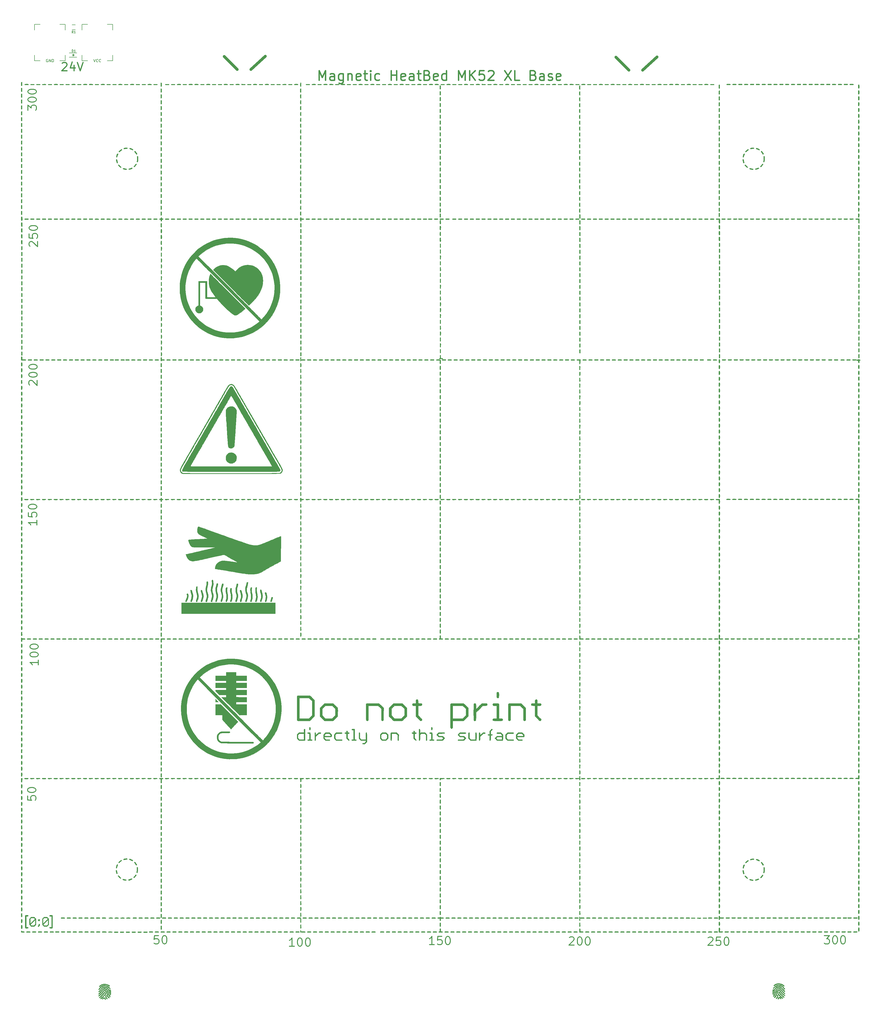
<source format=gbr>
%TF.GenerationSoftware,KiCad,Pcbnew,(6.0.9)*%
%TF.CreationDate,2023-01-03T08:50:54+01:00*%
%TF.ProjectId,Heatbed-MK52_v2,48656174-6265-4642-9d4d-4b35325f7632,rev?*%
%TF.SameCoordinates,Original*%
%TF.FileFunction,Legend,Top*%
%TF.FilePolarity,Positive*%
%FSLAX46Y46*%
G04 Gerber Fmt 4.6, Leading zero omitted, Abs format (unit mm)*
G04 Created by KiCad (PCBNEW (6.0.9)) date 2023-01-03 08:50:54*
%MOMM*%
%LPD*%
G01*
G04 APERTURE LIST*
%ADD10C,1.000000*%
%ADD11C,0.400000*%
%ADD12C,0.150000*%
%ADD13C,0.300000*%
%ADD14C,0.500000*%
%ADD15C,0.010000*%
G04 APERTURE END LIST*
D10*
X228862500Y417150000D02*
X234037500Y421850000D01*
X88500000Y417400000D02*
X93675000Y422100000D01*
X223912500Y417150000D02*
X219262500Y421800000D01*
X83550000Y417400000D02*
X78900000Y422050000D01*
D11*
X20803571Y419657142D02*
X20946428Y419800000D01*
X21232142Y419942857D01*
X21946428Y419942857D01*
X22232142Y419800000D01*
X22375000Y419657142D01*
X22517857Y419371428D01*
X22517857Y419085714D01*
X22375000Y418657142D01*
X20660714Y416942857D01*
X22517857Y416942857D01*
X25089285Y418942857D02*
X25089285Y416942857D01*
X24375000Y420085714D02*
X23660714Y417942857D01*
X25517857Y417942857D01*
X26232142Y419942857D02*
X27232142Y416942857D01*
X28232142Y419942857D01*
D12*
%TO.C,D1*%
X24359523Y423663095D02*
X24359523Y424463095D01*
X24550000Y424463095D01*
X24664285Y424425000D01*
X24740476Y424348809D01*
X24778571Y424272619D01*
X24816666Y424120238D01*
X24816666Y424005952D01*
X24778571Y423853571D01*
X24740476Y423777380D01*
X24664285Y423701190D01*
X24550000Y423663095D01*
X24359523Y423663095D01*
X25578571Y423663095D02*
X25121428Y423663095D01*
X25350000Y423663095D02*
X25350000Y424463095D01*
X25273809Y424348809D01*
X25197619Y424272619D01*
X25121428Y424234523D01*
%TO.C,VCC*%
X32116666Y421072619D02*
X32450000Y420072619D01*
X32783333Y421072619D01*
X33688095Y420167857D02*
X33640476Y420120238D01*
X33497619Y420072619D01*
X33402380Y420072619D01*
X33259523Y420120238D01*
X33164285Y420215476D01*
X33116666Y420310714D01*
X33069047Y420501190D01*
X33069047Y420644047D01*
X33116666Y420834523D01*
X33164285Y420929761D01*
X33259523Y421025000D01*
X33402380Y421072619D01*
X33497619Y421072619D01*
X33640476Y421025000D01*
X33688095Y420977380D01*
X34688095Y420167857D02*
X34640476Y420120238D01*
X34497619Y420072619D01*
X34402380Y420072619D01*
X34259523Y420120238D01*
X34164285Y420215476D01*
X34116666Y420310714D01*
X34069047Y420501190D01*
X34069047Y420644047D01*
X34116666Y420834523D01*
X34164285Y420929761D01*
X34259523Y421025000D01*
X34402380Y421072619D01*
X34497619Y421072619D01*
X34640476Y421025000D01*
X34688095Y420977380D01*
%TO.C,GND*%
X15688095Y421025000D02*
X15592857Y421072619D01*
X15450000Y421072619D01*
X15307142Y421025000D01*
X15211904Y420929761D01*
X15164285Y420834523D01*
X15116666Y420644047D01*
X15116666Y420501190D01*
X15164285Y420310714D01*
X15211904Y420215476D01*
X15307142Y420120238D01*
X15450000Y420072619D01*
X15545238Y420072619D01*
X15688095Y420120238D01*
X15735714Y420167857D01*
X15735714Y420501190D01*
X15545238Y420501190D01*
X16164285Y420072619D02*
X16164285Y421072619D01*
X16735714Y420072619D01*
X16735714Y421072619D01*
X17211904Y420072619D02*
X17211904Y421072619D01*
X17450000Y421072619D01*
X17592857Y421025000D01*
X17688095Y420929761D01*
X17735714Y420834523D01*
X17783333Y420644047D01*
X17783333Y420501190D01*
X17735714Y420310714D01*
X17688095Y420215476D01*
X17592857Y420120238D01*
X17450000Y420072619D01*
X17211904Y420072619D01*
%TO.C,R1*%
X24816666Y430413095D02*
X24550000Y430794047D01*
X24359523Y430413095D02*
X24359523Y431213095D01*
X24664285Y431213095D01*
X24740476Y431175000D01*
X24778571Y431136904D01*
X24816666Y431060714D01*
X24816666Y430946428D01*
X24778571Y430870238D01*
X24740476Y430832142D01*
X24664285Y430794047D01*
X24359523Y430794047D01*
X25578571Y430413095D02*
X25121428Y430413095D01*
X25350000Y430413095D02*
X25350000Y431213095D01*
X25273809Y431098809D01*
X25197619Y431022619D01*
X25121428Y430984523D01*
%TO.C,*%
D13*
%TO.C,G\u002A\u002A\u002A*%
X55360714Y107042857D02*
X53932142Y107042857D01*
X53789285Y105614285D01*
X53932142Y105757142D01*
X54217857Y105900000D01*
X54932142Y105900000D01*
X55217857Y105757142D01*
X55360714Y105614285D01*
X55503571Y105328571D01*
X55503571Y104614285D01*
X55360714Y104328571D01*
X55217857Y104185714D01*
X54932142Y104042857D01*
X54217857Y104042857D01*
X53932142Y104185714D01*
X53789285Y104328571D01*
X57360714Y107042857D02*
X57646428Y107042857D01*
X57932142Y106900000D01*
X58075000Y106757142D01*
X58217857Y106471428D01*
X58360714Y105900000D01*
X58360714Y105185714D01*
X58217857Y104614285D01*
X58075000Y104328571D01*
X57932142Y104185714D01*
X57646428Y104042857D01*
X57360714Y104042857D01*
X57075000Y104185714D01*
X56932142Y104328571D01*
X56789285Y104614285D01*
X56646428Y105185714D01*
X56646428Y105900000D01*
X56789285Y106471428D01*
X56932142Y106757142D01*
X57075000Y106900000D01*
X57360714Y107042857D01*
X12282142Y205725000D02*
X12282142Y204010714D01*
X12282142Y204867857D02*
X9282142Y204867857D01*
X9710714Y204582142D01*
X9996428Y204296428D01*
X10139285Y204010714D01*
X9282142Y207582142D02*
X9282142Y207867857D01*
X9425000Y208153571D01*
X9567857Y208296428D01*
X9853571Y208439285D01*
X10425000Y208582142D01*
X11139285Y208582142D01*
X11710714Y208439285D01*
X11996428Y208296428D01*
X12139285Y208153571D01*
X12282142Y207867857D01*
X12282142Y207582142D01*
X12139285Y207296428D01*
X11996428Y207153571D01*
X11710714Y207010714D01*
X11139285Y206867857D01*
X10425000Y206867857D01*
X9853571Y207010714D01*
X9567857Y207153571D01*
X9425000Y207296428D01*
X9282142Y207582142D01*
X9282142Y210439285D02*
X9282142Y210725000D01*
X9425000Y211010714D01*
X9567857Y211153571D01*
X9853571Y211296428D01*
X10425000Y211439285D01*
X11139285Y211439285D01*
X11710714Y211296428D01*
X11996428Y211153571D01*
X12139285Y211010714D01*
X12282142Y210725000D01*
X12282142Y210439285D01*
X12139285Y210153571D01*
X11996428Y210010714D01*
X11710714Y209867857D01*
X11139285Y209725000D01*
X10425000Y209725000D01*
X9853571Y209867857D01*
X9567857Y210010714D01*
X9425000Y210153571D01*
X9282142Y210439285D01*
X9167857Y304285714D02*
X9025000Y304428571D01*
X8882142Y304714285D01*
X8882142Y305428571D01*
X9025000Y305714285D01*
X9167857Y305857142D01*
X9453571Y306000000D01*
X9739285Y306000000D01*
X10167857Y305857142D01*
X11882142Y304142857D01*
X11882142Y306000000D01*
X8882142Y307857142D02*
X8882142Y308142857D01*
X9025000Y308428571D01*
X9167857Y308571428D01*
X9453571Y308714285D01*
X10025000Y308857142D01*
X10739285Y308857142D01*
X11310714Y308714285D01*
X11596428Y308571428D01*
X11739285Y308428571D01*
X11882142Y308142857D01*
X11882142Y307857142D01*
X11739285Y307571428D01*
X11596428Y307428571D01*
X11310714Y307285714D01*
X10739285Y307142857D01*
X10025000Y307142857D01*
X9453571Y307285714D01*
X9167857Y307428571D01*
X9025000Y307571428D01*
X8882142Y307857142D01*
X8882142Y310714285D02*
X8882142Y311000000D01*
X9025000Y311285714D01*
X9167857Y311428571D01*
X9453571Y311571428D01*
X10025000Y311714285D01*
X10739285Y311714285D01*
X11310714Y311571428D01*
X11596428Y311428571D01*
X11739285Y311285714D01*
X11882142Y311000000D01*
X11882142Y310714285D01*
X11739285Y310428571D01*
X11596428Y310285714D01*
X11310714Y310142857D01*
X10739285Y310000000D01*
X10025000Y310000000D01*
X9453571Y310142857D01*
X9167857Y310285714D01*
X9025000Y310428571D01*
X8882142Y310714285D01*
X252335714Y106207142D02*
X252478571Y106350000D01*
X252764285Y106492857D01*
X253478571Y106492857D01*
X253764285Y106350000D01*
X253907142Y106207142D01*
X254050000Y105921428D01*
X254050000Y105635714D01*
X253907142Y105207142D01*
X252192857Y103492857D01*
X254050000Y103492857D01*
X256764285Y106492857D02*
X255335714Y106492857D01*
X255192857Y105064285D01*
X255335714Y105207142D01*
X255621428Y105350000D01*
X256335714Y105350000D01*
X256621428Y105207142D01*
X256764285Y105064285D01*
X256907142Y104778571D01*
X256907142Y104064285D01*
X256764285Y103778571D01*
X256621428Y103635714D01*
X256335714Y103492857D01*
X255621428Y103492857D01*
X255335714Y103635714D01*
X255192857Y103778571D01*
X258764285Y106492857D02*
X259050000Y106492857D01*
X259335714Y106350000D01*
X259478571Y106207142D01*
X259621428Y105921428D01*
X259764285Y105350000D01*
X259764285Y104635714D01*
X259621428Y104064285D01*
X259478571Y103778571D01*
X259335714Y103635714D01*
X259050000Y103492857D01*
X258764285Y103492857D01*
X258478571Y103635714D01*
X258335714Y103778571D01*
X258192857Y104064285D01*
X258050000Y104635714D01*
X258050000Y105350000D01*
X258192857Y105921428D01*
X258335714Y106207142D01*
X258478571Y106350000D01*
X258764285Y106492857D01*
X9267857Y354035714D02*
X9125000Y354178571D01*
X8982142Y354464285D01*
X8982142Y355178571D01*
X9125000Y355464285D01*
X9267857Y355607142D01*
X9553571Y355750000D01*
X9839285Y355750000D01*
X10267857Y355607142D01*
X11982142Y353892857D01*
X11982142Y355750000D01*
X8982142Y358464285D02*
X8982142Y357035714D01*
X10410714Y356892857D01*
X10267857Y357035714D01*
X10125000Y357321428D01*
X10125000Y358035714D01*
X10267857Y358321428D01*
X10410714Y358464285D01*
X10696428Y358607142D01*
X11410714Y358607142D01*
X11696428Y358464285D01*
X11839285Y358321428D01*
X11982142Y358035714D01*
X11982142Y357321428D01*
X11839285Y357035714D01*
X11696428Y356892857D01*
X8982142Y360464285D02*
X8982142Y360750000D01*
X9125000Y361035714D01*
X9267857Y361178571D01*
X9553571Y361321428D01*
X10125000Y361464285D01*
X10839285Y361464285D01*
X11410714Y361321428D01*
X11696428Y361178571D01*
X11839285Y361035714D01*
X11982142Y360750000D01*
X11982142Y360464285D01*
X11839285Y360178571D01*
X11696428Y360035714D01*
X11410714Y359892857D01*
X10839285Y359750000D01*
X10125000Y359750000D01*
X9553571Y359892857D01*
X9267857Y360035714D01*
X9125000Y360178571D01*
X8982142Y360464285D01*
X104025000Y103192857D02*
X102310714Y103192857D01*
X103167857Y103192857D02*
X103167857Y106192857D01*
X102882142Y105764285D01*
X102596428Y105478571D01*
X102310714Y105335714D01*
X105882142Y106192857D02*
X106167857Y106192857D01*
X106453571Y106050000D01*
X106596428Y105907142D01*
X106739285Y105621428D01*
X106882142Y105050000D01*
X106882142Y104335714D01*
X106739285Y103764285D01*
X106596428Y103478571D01*
X106453571Y103335714D01*
X106167857Y103192857D01*
X105882142Y103192857D01*
X105596428Y103335714D01*
X105453571Y103478571D01*
X105310714Y103764285D01*
X105167857Y104335714D01*
X105167857Y105050000D01*
X105310714Y105621428D01*
X105453571Y105907142D01*
X105596428Y106050000D01*
X105882142Y106192857D01*
X108739285Y106192857D02*
X109025000Y106192857D01*
X109310714Y106050000D01*
X109453571Y105907142D01*
X109596428Y105621428D01*
X109739285Y105050000D01*
X109739285Y104335714D01*
X109596428Y103764285D01*
X109453571Y103478571D01*
X109310714Y103335714D01*
X109025000Y103192857D01*
X108739285Y103192857D01*
X108453571Y103335714D01*
X108310714Y103478571D01*
X108167857Y103764285D01*
X108025000Y104335714D01*
X108025000Y105050000D01*
X108167857Y105621428D01*
X108310714Y105907142D01*
X108453571Y106050000D01*
X108739285Y106192857D01*
X293942857Y107017857D02*
X295800000Y107017857D01*
X294800000Y105875000D01*
X295228571Y105875000D01*
X295514285Y105732142D01*
X295657142Y105589285D01*
X295800000Y105303571D01*
X295800000Y104589285D01*
X295657142Y104303571D01*
X295514285Y104160714D01*
X295228571Y104017857D01*
X294371428Y104017857D01*
X294085714Y104160714D01*
X293942857Y104303571D01*
X297657142Y107017857D02*
X297942857Y107017857D01*
X298228571Y106875000D01*
X298371428Y106732142D01*
X298514285Y106446428D01*
X298657142Y105875000D01*
X298657142Y105160714D01*
X298514285Y104589285D01*
X298371428Y104303571D01*
X298228571Y104160714D01*
X297942857Y104017857D01*
X297657142Y104017857D01*
X297371428Y104160714D01*
X297228571Y104303571D01*
X297085714Y104589285D01*
X296942857Y105160714D01*
X296942857Y105875000D01*
X297085714Y106446428D01*
X297228571Y106732142D01*
X297371428Y106875000D01*
X297657142Y107017857D01*
X300514285Y107017857D02*
X300800000Y107017857D01*
X301085714Y106875000D01*
X301228571Y106732142D01*
X301371428Y106446428D01*
X301514285Y105875000D01*
X301514285Y105160714D01*
X301371428Y104589285D01*
X301228571Y104303571D01*
X301085714Y104160714D01*
X300800000Y104017857D01*
X300514285Y104017857D01*
X300228571Y104160714D01*
X300085714Y104303571D01*
X299942857Y104589285D01*
X299800000Y105160714D01*
X299800000Y105875000D01*
X299942857Y106446428D01*
X300085714Y106732142D01*
X300228571Y106875000D01*
X300514285Y107017857D01*
X11732142Y255875000D02*
X11732142Y254160714D01*
X11732142Y255017857D02*
X8732142Y255017857D01*
X9160714Y254732142D01*
X9446428Y254446428D01*
X9589285Y254160714D01*
X8732142Y258589285D02*
X8732142Y257160714D01*
X10160714Y257017857D01*
X10017857Y257160714D01*
X9875000Y257446428D01*
X9875000Y258160714D01*
X10017857Y258446428D01*
X10160714Y258589285D01*
X10446428Y258732142D01*
X11160714Y258732142D01*
X11446428Y258589285D01*
X11589285Y258446428D01*
X11732142Y258160714D01*
X11732142Y257446428D01*
X11589285Y257160714D01*
X11446428Y257017857D01*
X8732142Y260589285D02*
X8732142Y260875000D01*
X8875000Y261160714D01*
X9017857Y261303571D01*
X9303571Y261446428D01*
X9875000Y261589285D01*
X10589285Y261589285D01*
X11160714Y261446428D01*
X11446428Y261303571D01*
X11589285Y261160714D01*
X11732142Y260875000D01*
X11732142Y260589285D01*
X11589285Y260303571D01*
X11446428Y260160714D01*
X11160714Y260017857D01*
X10589285Y259875000D01*
X9875000Y259875000D01*
X9303571Y260017857D01*
X9017857Y260160714D01*
X8875000Y260303571D01*
X8732142Y260589285D01*
X154175000Y103742857D02*
X152460714Y103742857D01*
X153317857Y103742857D02*
X153317857Y106742857D01*
X153032142Y106314285D01*
X152746428Y106028571D01*
X152460714Y105885714D01*
X156889285Y106742857D02*
X155460714Y106742857D01*
X155317857Y105314285D01*
X155460714Y105457142D01*
X155746428Y105600000D01*
X156460714Y105600000D01*
X156746428Y105457142D01*
X156889285Y105314285D01*
X157032142Y105028571D01*
X157032142Y104314285D01*
X156889285Y104028571D01*
X156746428Y103885714D01*
X156460714Y103742857D01*
X155746428Y103742857D01*
X155460714Y103885714D01*
X155317857Y104028571D01*
X158889285Y106742857D02*
X159175000Y106742857D01*
X159460714Y106600000D01*
X159603571Y106457142D01*
X159746428Y106171428D01*
X159889285Y105600000D01*
X159889285Y104885714D01*
X159746428Y104314285D01*
X159603571Y104028571D01*
X159460714Y103885714D01*
X159175000Y103742857D01*
X158889285Y103742857D01*
X158603571Y103885714D01*
X158460714Y104028571D01*
X158317857Y104314285D01*
X158175000Y104885714D01*
X158175000Y105600000D01*
X158317857Y106171428D01*
X158460714Y106457142D01*
X158603571Y106600000D01*
X158889285Y106742857D01*
X8582142Y402742857D02*
X8582142Y404600000D01*
X9725000Y403600000D01*
X9725000Y404028571D01*
X9867857Y404314285D01*
X10010714Y404457142D01*
X10296428Y404600000D01*
X11010714Y404600000D01*
X11296428Y404457142D01*
X11439285Y404314285D01*
X11582142Y404028571D01*
X11582142Y403171428D01*
X11439285Y402885714D01*
X11296428Y402742857D01*
X8582142Y406457142D02*
X8582142Y406742857D01*
X8725000Y407028571D01*
X8867857Y407171428D01*
X9153571Y407314285D01*
X9725000Y407457142D01*
X10439285Y407457142D01*
X11010714Y407314285D01*
X11296428Y407171428D01*
X11439285Y407028571D01*
X11582142Y406742857D01*
X11582142Y406457142D01*
X11439285Y406171428D01*
X11296428Y406028571D01*
X11010714Y405885714D01*
X10439285Y405742857D01*
X9725000Y405742857D01*
X9153571Y405885714D01*
X8867857Y406028571D01*
X8725000Y406171428D01*
X8582142Y406457142D01*
X8582142Y409314285D02*
X8582142Y409600000D01*
X8725000Y409885714D01*
X8867857Y410028571D01*
X9153571Y410171428D01*
X9725000Y410314285D01*
X10439285Y410314285D01*
X11010714Y410171428D01*
X11296428Y410028571D01*
X11439285Y409885714D01*
X11582142Y409600000D01*
X11582142Y409314285D01*
X11439285Y409028571D01*
X11296428Y408885714D01*
X11010714Y408742857D01*
X10439285Y408600000D01*
X9725000Y408600000D01*
X9153571Y408742857D01*
X8867857Y408885714D01*
X8725000Y409028571D01*
X8582142Y409314285D01*
X202585714Y106307142D02*
X202728571Y106450000D01*
X203014285Y106592857D01*
X203728571Y106592857D01*
X204014285Y106450000D01*
X204157142Y106307142D01*
X204300000Y106021428D01*
X204300000Y105735714D01*
X204157142Y105307142D01*
X202442857Y103592857D01*
X204300000Y103592857D01*
X206157142Y106592857D02*
X206442857Y106592857D01*
X206728571Y106450000D01*
X206871428Y106307142D01*
X207014285Y106021428D01*
X207157142Y105450000D01*
X207157142Y104735714D01*
X207014285Y104164285D01*
X206871428Y103878571D01*
X206728571Y103735714D01*
X206442857Y103592857D01*
X206157142Y103592857D01*
X205871428Y103735714D01*
X205728571Y103878571D01*
X205585714Y104164285D01*
X205442857Y104735714D01*
X205442857Y105450000D01*
X205585714Y106021428D01*
X205728571Y106307142D01*
X205871428Y106450000D01*
X206157142Y106592857D01*
X209014285Y106592857D02*
X209300000Y106592857D01*
X209585714Y106450000D01*
X209728571Y106307142D01*
X209871428Y106021428D01*
X210014285Y105450000D01*
X210014285Y104735714D01*
X209871428Y104164285D01*
X209728571Y103878571D01*
X209585714Y103735714D01*
X209300000Y103592857D01*
X209014285Y103592857D01*
X208728571Y103735714D01*
X208585714Y103878571D01*
X208442857Y104164285D01*
X208300000Y104735714D01*
X208300000Y105450000D01*
X208442857Y106021428D01*
X208585714Y106307142D01*
X208728571Y106450000D01*
X209014285Y106592857D01*
X8432142Y157060714D02*
X8432142Y155632142D01*
X9860714Y155489285D01*
X9717857Y155632142D01*
X9575000Y155917857D01*
X9575000Y156632142D01*
X9717857Y156917857D01*
X9860714Y157060714D01*
X10146428Y157203571D01*
X10860714Y157203571D01*
X11146428Y157060714D01*
X11289285Y156917857D01*
X11432142Y156632142D01*
X11432142Y155917857D01*
X11289285Y155632142D01*
X11146428Y155489285D01*
X8432142Y159060714D02*
X8432142Y159346428D01*
X8575000Y159632142D01*
X8717857Y159775000D01*
X9003571Y159917857D01*
X9575000Y160060714D01*
X10289285Y160060714D01*
X10860714Y159917857D01*
X11146428Y159775000D01*
X11289285Y159632142D01*
X11432142Y159346428D01*
X11432142Y159060714D01*
X11289285Y158775000D01*
X11146428Y158632142D01*
X10860714Y158489285D01*
X10289285Y158346428D01*
X9575000Y158346428D01*
X9003571Y158489285D01*
X8717857Y158632142D01*
X8575000Y158775000D01*
X8432142Y159060714D01*
D14*
X112899999Y413491666D02*
X112899999Y416991666D01*
X114066666Y414491666D01*
X115233333Y416991666D01*
X115233333Y413491666D01*
X118399999Y413491666D02*
X118399999Y415325000D01*
X118233333Y415658333D01*
X117899999Y415825000D01*
X117233333Y415825000D01*
X116899999Y415658333D01*
X118399999Y413658333D02*
X118066666Y413491666D01*
X117233333Y413491666D01*
X116899999Y413658333D01*
X116733333Y413991666D01*
X116733333Y414325000D01*
X116899999Y414658333D01*
X117233333Y414825000D01*
X118066666Y414825000D01*
X118399999Y414991666D01*
X121566666Y415825000D02*
X121566666Y412991666D01*
X121399999Y412658333D01*
X121233333Y412491666D01*
X120899999Y412325000D01*
X120399999Y412325000D01*
X120066666Y412491666D01*
X121566666Y413658333D02*
X121233333Y413491666D01*
X120566666Y413491666D01*
X120233333Y413658333D01*
X120066666Y413825000D01*
X119899999Y414158333D01*
X119899999Y415158333D01*
X120066666Y415491666D01*
X120233333Y415658333D01*
X120566666Y415825000D01*
X121233333Y415825000D01*
X121566666Y415658333D01*
X123233333Y415825000D02*
X123233333Y413491666D01*
X123233333Y415491666D02*
X123399999Y415658333D01*
X123733333Y415825000D01*
X124233333Y415825000D01*
X124566666Y415658333D01*
X124733333Y415325000D01*
X124733333Y413491666D01*
X127733333Y413658333D02*
X127399999Y413491666D01*
X126733333Y413491666D01*
X126399999Y413658333D01*
X126233333Y413991666D01*
X126233333Y415325000D01*
X126399999Y415658333D01*
X126733333Y415825000D01*
X127399999Y415825000D01*
X127733333Y415658333D01*
X127899999Y415325000D01*
X127899999Y414991666D01*
X126233333Y414658333D01*
X128899999Y415825000D02*
X130233333Y415825000D01*
X129399999Y416991666D02*
X129399999Y413991666D01*
X129566666Y413658333D01*
X129899999Y413491666D01*
X130233333Y413491666D01*
X131399999Y413491666D02*
X131399999Y415825000D01*
X131399999Y416991666D02*
X131233333Y416825000D01*
X131399999Y416658333D01*
X131566666Y416825000D01*
X131399999Y416991666D01*
X131399999Y416658333D01*
X134566666Y413658333D02*
X134233333Y413491666D01*
X133566666Y413491666D01*
X133233333Y413658333D01*
X133066666Y413825000D01*
X132900000Y414158333D01*
X132900000Y415158333D01*
X133066666Y415491666D01*
X133233333Y415658333D01*
X133566666Y415825000D01*
X134233333Y415825000D01*
X134566666Y415658333D01*
X138733333Y413491666D02*
X138733333Y416991666D01*
X138733333Y415325000D02*
X140733333Y415325000D01*
X140733333Y413491666D02*
X140733333Y416991666D01*
X143733333Y413658333D02*
X143400000Y413491666D01*
X142733333Y413491666D01*
X142400000Y413658333D01*
X142233333Y413991666D01*
X142233333Y415325000D01*
X142400000Y415658333D01*
X142733333Y415825000D01*
X143400000Y415825000D01*
X143733333Y415658333D01*
X143900000Y415325000D01*
X143900000Y414991666D01*
X142233333Y414658333D01*
X146900000Y413491666D02*
X146900000Y415325000D01*
X146733333Y415658333D01*
X146400000Y415825000D01*
X145733333Y415825000D01*
X145400000Y415658333D01*
X146900000Y413658333D02*
X146566666Y413491666D01*
X145733333Y413491666D01*
X145400000Y413658333D01*
X145233333Y413991666D01*
X145233333Y414325000D01*
X145400000Y414658333D01*
X145733333Y414825000D01*
X146566666Y414825000D01*
X146900000Y414991666D01*
X148066666Y415825000D02*
X149400000Y415825000D01*
X148566666Y416991666D02*
X148566666Y413991666D01*
X148733333Y413658333D01*
X149066666Y413491666D01*
X149400000Y413491666D01*
X151733333Y415325000D02*
X152233333Y415158333D01*
X152400000Y414991666D01*
X152566666Y414658333D01*
X152566666Y414158333D01*
X152400000Y413825000D01*
X152233333Y413658333D01*
X151900000Y413491666D01*
X150566666Y413491666D01*
X150566666Y416991666D01*
X151733333Y416991666D01*
X152066666Y416825000D01*
X152233333Y416658333D01*
X152400000Y416325000D01*
X152400000Y415991666D01*
X152233333Y415658333D01*
X152066666Y415491666D01*
X151733333Y415325000D01*
X150566666Y415325000D01*
X155400000Y413658333D02*
X155066666Y413491666D01*
X154400000Y413491666D01*
X154066666Y413658333D01*
X153900000Y413991666D01*
X153900000Y415325000D01*
X154066666Y415658333D01*
X154400000Y415825000D01*
X155066666Y415825000D01*
X155400000Y415658333D01*
X155566666Y415325000D01*
X155566666Y414991666D01*
X153900000Y414658333D01*
X158566666Y413491666D02*
X158566666Y416991666D01*
X158566666Y413658333D02*
X158233333Y413491666D01*
X157566666Y413491666D01*
X157233333Y413658333D01*
X157066666Y413825000D01*
X156900000Y414158333D01*
X156900000Y415158333D01*
X157066666Y415491666D01*
X157233333Y415658333D01*
X157566666Y415825000D01*
X158233333Y415825000D01*
X158566666Y415658333D01*
X162900000Y413491666D02*
X162900000Y416991666D01*
X164066666Y414491666D01*
X165233333Y416991666D01*
X165233333Y413491666D01*
X166900000Y413491666D02*
X166900000Y416991666D01*
X168900000Y413491666D02*
X167400000Y415491666D01*
X168900000Y416991666D02*
X166900000Y414991666D01*
X172066666Y416991666D02*
X170400000Y416991666D01*
X170233333Y415325000D01*
X170400000Y415491666D01*
X170733333Y415658333D01*
X171566666Y415658333D01*
X171900000Y415491666D01*
X172066666Y415325000D01*
X172233333Y414991666D01*
X172233333Y414158333D01*
X172066666Y413825000D01*
X171900000Y413658333D01*
X171566666Y413491666D01*
X170733333Y413491666D01*
X170400000Y413658333D01*
X170233333Y413825000D01*
X173566666Y416658333D02*
X173733333Y416825000D01*
X174066666Y416991666D01*
X174900000Y416991666D01*
X175233333Y416825000D01*
X175400000Y416658333D01*
X175566666Y416325000D01*
X175566666Y415991666D01*
X175400000Y415491666D01*
X173400000Y413491666D01*
X175566666Y413491666D01*
X179400000Y416991666D02*
X181733333Y413491666D01*
X181733333Y416991666D02*
X179400000Y413491666D01*
X184733333Y413491666D02*
X183066666Y413491666D01*
X183066666Y416991666D01*
X189733333Y415325000D02*
X190233333Y415158333D01*
X190400000Y414991666D01*
X190566666Y414658333D01*
X190566666Y414158333D01*
X190400000Y413825000D01*
X190233333Y413658333D01*
X189900000Y413491666D01*
X188566666Y413491666D01*
X188566666Y416991666D01*
X189733333Y416991666D01*
X190066666Y416825000D01*
X190233333Y416658333D01*
X190400000Y416325000D01*
X190400000Y415991666D01*
X190233333Y415658333D01*
X190066666Y415491666D01*
X189733333Y415325000D01*
X188566666Y415325000D01*
X193566666Y413491666D02*
X193566666Y415325000D01*
X193400000Y415658333D01*
X193066666Y415825000D01*
X192400000Y415825000D01*
X192066666Y415658333D01*
X193566666Y413658333D02*
X193233333Y413491666D01*
X192400000Y413491666D01*
X192066666Y413658333D01*
X191900000Y413991666D01*
X191900000Y414325000D01*
X192066666Y414658333D01*
X192400000Y414825000D01*
X193233333Y414825000D01*
X193566666Y414991666D01*
X195066666Y413658333D02*
X195400000Y413491666D01*
X196066666Y413491666D01*
X196400000Y413658333D01*
X196566666Y413991666D01*
X196566666Y414158333D01*
X196400000Y414491666D01*
X196066666Y414658333D01*
X195566666Y414658333D01*
X195233333Y414825000D01*
X195066666Y415158333D01*
X195066666Y415325000D01*
X195233333Y415658333D01*
X195566666Y415825000D01*
X196066666Y415825000D01*
X196400000Y415658333D01*
X199400000Y413658333D02*
X199066666Y413491666D01*
X198400000Y413491666D01*
X198066666Y413658333D01*
X197900000Y413991666D01*
X197900000Y415325000D01*
X198066666Y415658333D01*
X198400000Y415825000D01*
X199066666Y415825000D01*
X199400000Y415658333D01*
X199566666Y415325000D01*
X199566666Y414991666D01*
X197900000Y414658333D01*
D12*
%TO.C,*%
%TO.C,D1*%
X24950000Y422525000D02*
X25300000Y422525000D01*
X24600000Y422525000D02*
X24950000Y422875000D01*
X24850000Y422375000D02*
X24850000Y422625000D01*
X24950000Y422175000D02*
X24600000Y422525000D01*
X24850000Y422625000D02*
X24700000Y422475000D01*
X23350000Y423275000D02*
X26050000Y423275000D01*
X24950000Y422875000D02*
X24950000Y422175000D01*
X23350000Y421775000D02*
X26050000Y421775000D01*
X24600000Y422875000D02*
X24600000Y422175000D01*
%TO.C,VCC*%
X27950000Y433525000D02*
X29950000Y433525000D01*
X38950000Y420525000D02*
X36950000Y420525000D01*
X38950000Y433525000D02*
X38950000Y431525000D01*
X27950000Y420525000D02*
X29950000Y420525000D01*
X36950000Y433525000D02*
X38950000Y433525000D01*
X38950000Y422525000D02*
X38950000Y420525000D01*
X27950000Y422525000D02*
X27950000Y420525000D01*
X27950000Y433525000D02*
X27950000Y431525000D01*
%TO.C,GND*%
X10950000Y422525000D02*
X10950000Y420525000D01*
X21950000Y422525000D02*
X21950000Y420525000D01*
X21950000Y433525000D02*
X21950000Y431525000D01*
X10950000Y420525000D02*
X12950000Y420525000D01*
X19950000Y433525000D02*
X21950000Y433525000D01*
X21950000Y420525000D02*
X19950000Y420525000D01*
X10950000Y433525000D02*
X12950000Y433525000D01*
X10950000Y433525000D02*
X10950000Y431525000D01*
%TO.C,R1*%
X25550000Y431650000D02*
X24350000Y431650000D01*
X24350000Y433400000D02*
X25550000Y433400000D01*
%TO.C,G\u002A\u002A\u002A*%
G36*
X38012414Y87670335D02*
G01*
X38100795Y87615824D01*
X38171140Y87483356D01*
X38222206Y87277959D01*
X38252750Y87004662D01*
X38261529Y86668493D01*
X38261488Y86662875D01*
X38254960Y86427768D01*
X38240417Y86206587D01*
X38219936Y86024432D01*
X38200233Y85922042D01*
X38159217Y85793667D01*
X38115026Y85727045D01*
X38051135Y85700318D01*
X38030336Y85697331D01*
X37933549Y85708103D01*
X37892371Y85763626D01*
X37885683Y85849055D01*
X37896107Y85980855D01*
X37909904Y86068199D01*
X37937985Y86285602D01*
X37950904Y86541583D01*
X37949168Y86808613D01*
X37933285Y87059162D01*
X37903763Y87265702D01*
X37886545Y87335669D01*
X37851333Y87511267D01*
X37869808Y87622470D01*
X37942553Y87670829D01*
X38012414Y87670335D01*
G37*
D15*
X38012414Y87670335D02*
X38100795Y87615824D01*
X38171140Y87483356D01*
X38222206Y87277959D01*
X38252750Y87004662D01*
X38261529Y86668493D01*
X38261488Y86662875D01*
X38254960Y86427768D01*
X38240417Y86206587D01*
X38219936Y86024432D01*
X38200233Y85922042D01*
X38159217Y85793667D01*
X38115026Y85727045D01*
X38051135Y85700318D01*
X38030336Y85697331D01*
X37933549Y85708103D01*
X37892371Y85763626D01*
X37885683Y85849055D01*
X37896107Y85980855D01*
X37909904Y86068199D01*
X37937985Y86285602D01*
X37950904Y86541583D01*
X37949168Y86808613D01*
X37933285Y87059162D01*
X37903763Y87265702D01*
X37886545Y87335669D01*
X37851333Y87511267D01*
X37869808Y87622470D01*
X37942553Y87670829D01*
X38012414Y87670335D01*
G36*
X36688302Y89666265D02*
G01*
X37147432Y89511537D01*
X37227006Y89475670D01*
X37484825Y89342292D01*
X37679208Y89215100D01*
X37806404Y89098142D01*
X37862664Y88995464D01*
X37844238Y88911115D01*
X37790100Y88867855D01*
X37728454Y88854921D01*
X37644934Y88881885D01*
X37520311Y88955698D01*
X37488555Y88976834D01*
X37147850Y89177609D01*
X36809225Y89313572D01*
X36448635Y89391806D01*
X36042039Y89419393D01*
X35985307Y89419630D01*
X35695213Y89409310D01*
X35457452Y89377168D01*
X35282565Y89332613D01*
X35058645Y89244785D01*
X34822926Y89121844D01*
X34604333Y88981022D01*
X34431792Y88839551D01*
X34399823Y88806734D01*
X34294468Y88726746D01*
X34183016Y88693829D01*
X34094548Y88715739D01*
X34086174Y88723097D01*
X34064660Y88798613D01*
X34107378Y88904254D01*
X34204176Y89029706D01*
X34344903Y89164653D01*
X34519407Y89298778D01*
X34717536Y89421766D01*
X34831091Y89480067D01*
X35279758Y89647417D01*
X35745095Y89734222D01*
X36217733Y89740499D01*
X36688302Y89666265D01*
G37*
X36688302Y89666265D02*
X37147432Y89511537D01*
X37227006Y89475670D01*
X37484825Y89342292D01*
X37679208Y89215100D01*
X37806404Y89098142D01*
X37862664Y88995464D01*
X37844238Y88911115D01*
X37790100Y88867855D01*
X37728454Y88854921D01*
X37644934Y88881885D01*
X37520311Y88955698D01*
X37488555Y88976834D01*
X37147850Y89177609D01*
X36809225Y89313572D01*
X36448635Y89391806D01*
X36042039Y89419393D01*
X35985307Y89419630D01*
X35695213Y89409310D01*
X35457452Y89377168D01*
X35282565Y89332613D01*
X35058645Y89244785D01*
X34822926Y89121844D01*
X34604333Y88981022D01*
X34431792Y88839551D01*
X34399823Y88806734D01*
X34294468Y88726746D01*
X34183016Y88693829D01*
X34094548Y88715739D01*
X34086174Y88723097D01*
X34064660Y88798613D01*
X34107378Y88904254D01*
X34204176Y89029706D01*
X34344903Y89164653D01*
X34519407Y89298778D01*
X34717536Y89421766D01*
X34831091Y89480067D01*
X35279758Y89647417D01*
X35745095Y89734222D01*
X36217733Y89740499D01*
X36688302Y89666265D01*
G36*
X277838622Y88765432D02*
G01*
X277994114Y88756561D01*
X278113368Y88737051D01*
X278220573Y88703036D01*
X278332630Y88654074D01*
X278607315Y88487775D01*
X278876604Y88247440D01*
X279144963Y87928791D01*
X279264711Y87761487D01*
X279389095Y87591846D01*
X279517096Y87437153D01*
X279630060Y87319096D01*
X279683897Y87274138D01*
X279791053Y87185624D01*
X279835069Y87107169D01*
X279837238Y87053030D01*
X279803140Y86966486D01*
X279718066Y86934598D01*
X279602915Y86960474D01*
X279459496Y87056688D01*
X279294882Y87216637D01*
X279116149Y87433723D01*
X278984683Y87618734D01*
X278765752Y87917266D01*
X278555088Y88142617D01*
X278340042Y88303651D01*
X278107969Y88409230D01*
X277846222Y88468217D01*
X277758043Y88478337D01*
X277410409Y88470148D01*
X277083295Y88380733D01*
X276783637Y88212437D01*
X276651664Y88104392D01*
X276431548Y87863612D01*
X276272777Y87604831D01*
X276186421Y87347026D01*
X276181143Y87243481D01*
X276188885Y87082145D01*
X276207951Y86888603D01*
X276225289Y86759824D01*
X276268329Y86430199D01*
X276285383Y86165980D01*
X276273568Y85951118D01*
X276230002Y85769567D01*
X276151801Y85605277D01*
X276036082Y85442201D01*
X275975660Y85370280D01*
X275846169Y85244233D01*
X275739967Y85194404D01*
X275649675Y85218094D01*
X275622532Y85241163D01*
X275582305Y85297095D01*
X275583014Y85359436D01*
X275630607Y85446147D01*
X275731031Y85575185D01*
X275734596Y85579503D01*
X275843645Y85716853D01*
X275918182Y85833048D01*
X275961995Y85947431D01*
X275978870Y86079346D01*
X275972596Y86248137D01*
X275946961Y86473147D01*
X275931724Y86586211D01*
X275893573Y86904242D01*
X275877697Y87157933D01*
X275885269Y87364939D01*
X275917465Y87542916D01*
X275975456Y87709519D01*
X276011630Y87788246D01*
X276216567Y88116299D01*
X276481931Y88385249D01*
X276809099Y88596474D01*
X276832272Y88608108D01*
X276977699Y88678150D01*
X277091535Y88723937D01*
X277199315Y88750617D01*
X277326575Y88763342D01*
X277498850Y88767262D01*
X277622703Y88767530D01*
X277838622Y88765432D01*
G37*
X277838622Y88765432D02*
X277994114Y88756561D01*
X278113368Y88737051D01*
X278220573Y88703036D01*
X278332630Y88654074D01*
X278607315Y88487775D01*
X278876604Y88247440D01*
X279144963Y87928791D01*
X279264711Y87761487D01*
X279389095Y87591846D01*
X279517096Y87437153D01*
X279630060Y87319096D01*
X279683897Y87274138D01*
X279791053Y87185624D01*
X279835069Y87107169D01*
X279837238Y87053030D01*
X279803140Y86966486D01*
X279718066Y86934598D01*
X279602915Y86960474D01*
X279459496Y87056688D01*
X279294882Y87216637D01*
X279116149Y87433723D01*
X278984683Y87618734D01*
X278765752Y87917266D01*
X278555088Y88142617D01*
X278340042Y88303651D01*
X278107969Y88409230D01*
X277846222Y88468217D01*
X277758043Y88478337D01*
X277410409Y88470148D01*
X277083295Y88380733D01*
X276783637Y88212437D01*
X276651664Y88104392D01*
X276431548Y87863612D01*
X276272777Y87604831D01*
X276186421Y87347026D01*
X276181143Y87243481D01*
X276188885Y87082145D01*
X276207951Y86888603D01*
X276225289Y86759824D01*
X276268329Y86430199D01*
X276285383Y86165980D01*
X276273568Y85951118D01*
X276230002Y85769567D01*
X276151801Y85605277D01*
X276036082Y85442201D01*
X275975660Y85370280D01*
X275846169Y85244233D01*
X275739967Y85194404D01*
X275649675Y85218094D01*
X275622532Y85241163D01*
X275582305Y85297095D01*
X275583014Y85359436D01*
X275630607Y85446147D01*
X275731031Y85575185D01*
X275734596Y85579503D01*
X275843645Y85716853D01*
X275918182Y85833048D01*
X275961995Y85947431D01*
X275978870Y86079346D01*
X275972596Y86248137D01*
X275946961Y86473147D01*
X275931724Y86586211D01*
X275893573Y86904242D01*
X275877697Y87157933D01*
X275885269Y87364939D01*
X275917465Y87542916D01*
X275975456Y87709519D01*
X276011630Y87788246D01*
X276216567Y88116299D01*
X276481931Y88385249D01*
X276809099Y88596474D01*
X276832272Y88608108D01*
X276977699Y88678150D01*
X277091535Y88723937D01*
X277199315Y88750617D01*
X277326575Y88763342D01*
X277498850Y88767262D01*
X277622703Y88767530D01*
X277838622Y88765432D01*
G36*
X278033670Y84951932D02*
G01*
X278082765Y84931419D01*
X278184351Y84863597D01*
X278299610Y84763768D01*
X278409202Y84651945D01*
X278493787Y84548144D01*
X278534025Y84472378D01*
X278535066Y84463372D01*
X278501114Y84386200D01*
X278448702Y84342789D01*
X278393370Y84325575D01*
X278332075Y84342986D01*
X278245719Y84404331D01*
X278147790Y84489466D01*
X277990725Y84617373D01*
X277870405Y84676047D01*
X277772638Y84663885D01*
X277683228Y84579283D01*
X277591097Y84426558D01*
X277501914Y84297272D01*
X277408010Y84226654D01*
X277323408Y84223393D01*
X277295073Y84243133D01*
X277264699Y84328011D01*
X277280404Y84455179D01*
X277333569Y84602303D01*
X277415574Y84747049D01*
X277517797Y84867081D01*
X277544760Y84890029D01*
X277687403Y84956965D01*
X277863639Y84978620D01*
X278033670Y84951932D01*
G37*
X278033670Y84951932D02*
X278082765Y84931419D01*
X278184351Y84863597D01*
X278299610Y84763768D01*
X278409202Y84651945D01*
X278493787Y84548144D01*
X278534025Y84472378D01*
X278535066Y84463372D01*
X278501114Y84386200D01*
X278448702Y84342789D01*
X278393370Y84325575D01*
X278332075Y84342986D01*
X278245719Y84404331D01*
X278147790Y84489466D01*
X277990725Y84617373D01*
X277870405Y84676047D01*
X277772638Y84663885D01*
X277683228Y84579283D01*
X277591097Y84426558D01*
X277501914Y84297272D01*
X277408010Y84226654D01*
X277323408Y84223393D01*
X277295073Y84243133D01*
X277264699Y84328011D01*
X277280404Y84455179D01*
X277333569Y84602303D01*
X277415574Y84747049D01*
X277517797Y84867081D01*
X277544760Y84890029D01*
X277687403Y84956965D01*
X277863639Y84978620D01*
X278033670Y84951932D01*
G36*
X36556738Y85688609D02*
G01*
X36600823Y85656021D01*
X36622567Y85604326D01*
X36625700Y85511917D01*
X36613953Y85357189D01*
X36613950Y85357155D01*
X36606149Y85155411D01*
X36633304Y84998366D01*
X36706218Y84858579D01*
X36835697Y84708611D01*
X36890796Y84654034D01*
X37013012Y84514948D01*
X37058682Y84406872D01*
X37028677Y84326537D01*
X36986212Y84296094D01*
X36901447Y84281058D01*
X36791754Y84325998D01*
X36779052Y84333575D01*
X36632227Y84455230D01*
X36488089Y84628610D01*
X36368967Y84823083D01*
X36302565Y84987327D01*
X36271538Y85170001D01*
X36275815Y85347143D01*
X36309914Y85503620D01*
X36368349Y85624302D01*
X36445638Y85694059D01*
X36536295Y85697759D01*
X36556738Y85688609D01*
G37*
X36556738Y85688609D02*
X36600823Y85656021D01*
X36622567Y85604326D01*
X36625700Y85511917D01*
X36613953Y85357189D01*
X36613950Y85357155D01*
X36606149Y85155411D01*
X36633304Y84998366D01*
X36706218Y84858579D01*
X36835697Y84708611D01*
X36890796Y84654034D01*
X37013012Y84514948D01*
X37058682Y84406872D01*
X37028677Y84326537D01*
X36986212Y84296094D01*
X36901447Y84281058D01*
X36791754Y84325998D01*
X36779052Y84333575D01*
X36632227Y84455230D01*
X36488089Y84628610D01*
X36368967Y84823083D01*
X36302565Y84987327D01*
X36271538Y85170001D01*
X36275815Y85347143D01*
X36309914Y85503620D01*
X36368349Y85624302D01*
X36445638Y85694059D01*
X36536295Y85697759D01*
X36556738Y85688609D01*
G36*
X36236758Y88630112D02*
G01*
X36385741Y88622891D01*
X36501131Y88604560D01*
X36608464Y88569970D01*
X36733274Y88513970D01*
X36819079Y88471953D01*
X37152540Y88261726D01*
X37428931Y87990845D01*
X37642169Y87665293D01*
X37645062Y87659618D01*
X37724685Y87451791D01*
X37766855Y87208563D01*
X37772335Y86917555D01*
X37741886Y86566385D01*
X37721538Y86417856D01*
X37688267Y86161447D01*
X37678290Y85967275D01*
X37695638Y85815131D01*
X37744342Y85684804D01*
X37828434Y85556087D01*
X37914218Y85451831D01*
X38020591Y85319384D01*
X38069777Y85227010D01*
X38067323Y85157921D01*
X38028819Y85105008D01*
X37953459Y85059861D01*
X37868161Y85076795D01*
X37760204Y85160480D01*
X37694868Y85227604D01*
X37522418Y85454624D01*
X37407850Y85692606D01*
X37360647Y85921105D01*
X37359952Y85949841D01*
X37366049Y86064161D01*
X37382558Y86236782D01*
X37406802Y86442357D01*
X37430102Y86614435D01*
X37463875Y86894692D01*
X37471501Y87114748D01*
X37449435Y87295991D01*
X37394134Y87459815D01*
X37302054Y87627610D01*
X37248897Y87708324D01*
X37055582Y87943966D01*
X36826981Y88124573D01*
X36607830Y88241223D01*
X36478664Y88290056D01*
X36338211Y88318337D01*
X36158134Y88330483D01*
X36026452Y88331881D01*
X35743302Y88314502D01*
X35501135Y88257740D01*
X35286164Y88153109D01*
X35084597Y87992126D01*
X34882648Y87766304D01*
X34699078Y87515127D01*
X34507065Y87254307D01*
X34326118Y87046385D01*
X34162848Y86897549D01*
X34023868Y86813988D01*
X33933285Y86798443D01*
X33835949Y86835172D01*
X33808542Y86907825D01*
X33849818Y87006473D01*
X33958530Y87121187D01*
X33975573Y87135180D01*
X34076786Y87232686D01*
X34203285Y87377999D01*
X34335081Y87547382D01*
X34403166Y87643047D01*
X34662721Y87985768D01*
X34919744Y88250708D01*
X35180913Y88444247D01*
X35318720Y88517919D01*
X35436769Y88569194D01*
X35544008Y88602311D01*
X35664627Y88621135D01*
X35822814Y88629533D01*
X36028647Y88631375D01*
X36236758Y88630112D01*
G37*
X36236758Y88630112D02*
X36385741Y88622891D01*
X36501131Y88604560D01*
X36608464Y88569970D01*
X36733274Y88513970D01*
X36819079Y88471953D01*
X37152540Y88261726D01*
X37428931Y87990845D01*
X37642169Y87665293D01*
X37645062Y87659618D01*
X37724685Y87451791D01*
X37766855Y87208563D01*
X37772335Y86917555D01*
X37741886Y86566385D01*
X37721538Y86417856D01*
X37688267Y86161447D01*
X37678290Y85967275D01*
X37695638Y85815131D01*
X37744342Y85684804D01*
X37828434Y85556087D01*
X37914218Y85451831D01*
X38020591Y85319384D01*
X38069777Y85227010D01*
X38067323Y85157921D01*
X38028819Y85105008D01*
X37953459Y85059861D01*
X37868161Y85076795D01*
X37760204Y85160480D01*
X37694868Y85227604D01*
X37522418Y85454624D01*
X37407850Y85692606D01*
X37360647Y85921105D01*
X37359952Y85949841D01*
X37366049Y86064161D01*
X37382558Y86236782D01*
X37406802Y86442357D01*
X37430102Y86614435D01*
X37463875Y86894692D01*
X37471501Y87114748D01*
X37449435Y87295991D01*
X37394134Y87459815D01*
X37302054Y87627610D01*
X37248897Y87708324D01*
X37055582Y87943966D01*
X36826981Y88124573D01*
X36607830Y88241223D01*
X36478664Y88290056D01*
X36338211Y88318337D01*
X36158134Y88330483D01*
X36026452Y88331881D01*
X35743302Y88314502D01*
X35501135Y88257740D01*
X35286164Y88153109D01*
X35084597Y87992126D01*
X34882648Y87766304D01*
X34699078Y87515127D01*
X34507065Y87254307D01*
X34326118Y87046385D01*
X34162848Y86897549D01*
X34023868Y86813988D01*
X33933285Y86798443D01*
X33835949Y86835172D01*
X33808542Y86907825D01*
X33849818Y87006473D01*
X33958530Y87121187D01*
X33975573Y87135180D01*
X34076786Y87232686D01*
X34203285Y87377999D01*
X34335081Y87547382D01*
X34403166Y87643047D01*
X34662721Y87985768D01*
X34919744Y88250708D01*
X35180913Y88444247D01*
X35318720Y88517919D01*
X35436769Y88569194D01*
X35544008Y88602311D01*
X35664627Y88621135D01*
X35822814Y88629533D01*
X36028647Y88631375D01*
X36236758Y88630112D01*
G36*
X278056809Y88165494D02*
G01*
X278188815Y88108470D01*
X278398433Y87980970D01*
X278581597Y87815702D01*
X278752594Y87597304D01*
X278917908Y87324594D01*
X279033243Y87140004D01*
X279176006Y86960438D01*
X279359270Y86771755D01*
X279596107Y86559810D01*
X279722933Y86453664D01*
X279910899Y86298798D01*
X279820806Y86205998D01*
X279765559Y86159528D01*
X279707674Y86143894D01*
X279633887Y86164445D01*
X279530933Y86226533D01*
X279385547Y86335506D01*
X279268606Y86428699D01*
X279028770Y86639701D01*
X278845252Y86846882D01*
X278695495Y87077194D01*
X278642672Y87176530D01*
X278504503Y87401407D01*
X278334093Y87606247D01*
X278150471Y87771376D01*
X277972665Y87877117D01*
X277960412Y87881984D01*
X277714087Y87935131D01*
X277466367Y87916560D01*
X277231994Y87835046D01*
X277025711Y87699361D01*
X276862260Y87518279D01*
X276756385Y87300573D01*
X276725756Y87147239D01*
X276724762Y87011771D01*
X276738522Y86827055D01*
X276764234Y86626671D01*
X276774268Y86566197D01*
X276827682Y86160936D01*
X276832320Y85817906D01*
X276787030Y85529333D01*
X276690658Y85287443D01*
X276556774Y85100434D01*
X276403010Y84955604D01*
X276245434Y84850455D01*
X276100822Y84793299D01*
X275985952Y84792449D01*
X275959612Y84804534D01*
X275911227Y84874565D01*
X275929853Y84966766D01*
X276007787Y85063474D01*
X276100899Y85128544D01*
X276290236Y85273422D01*
X276424535Y85472802D01*
X276507212Y85721521D01*
X276529843Y85848587D01*
X276536074Y85974048D01*
X276525147Y86124236D01*
X276496306Y86325483D01*
X276488493Y86373147D01*
X276457238Y86589829D01*
X276433263Y86810338D01*
X276420185Y86998936D01*
X276418812Y87061700D01*
X276457667Y87360840D01*
X276565923Y87626945D01*
X276732579Y87853509D01*
X276946634Y88034025D01*
X277197086Y88161989D01*
X277472934Y88230892D01*
X277763175Y88234229D01*
X278056809Y88165494D01*
G37*
X278056809Y88165494D02*
X278188815Y88108470D01*
X278398433Y87980970D01*
X278581597Y87815702D01*
X278752594Y87597304D01*
X278917908Y87324594D01*
X279033243Y87140004D01*
X279176006Y86960438D01*
X279359270Y86771755D01*
X279596107Y86559810D01*
X279722933Y86453664D01*
X279910899Y86298798D01*
X279820806Y86205998D01*
X279765559Y86159528D01*
X279707674Y86143894D01*
X279633887Y86164445D01*
X279530933Y86226533D01*
X279385547Y86335506D01*
X279268606Y86428699D01*
X279028770Y86639701D01*
X278845252Y86846882D01*
X278695495Y87077194D01*
X278642672Y87176530D01*
X278504503Y87401407D01*
X278334093Y87606247D01*
X278150471Y87771376D01*
X277972665Y87877117D01*
X277960412Y87881984D01*
X277714087Y87935131D01*
X277466367Y87916560D01*
X277231994Y87835046D01*
X277025711Y87699361D01*
X276862260Y87518279D01*
X276756385Y87300573D01*
X276725756Y87147239D01*
X276724762Y87011771D01*
X276738522Y86827055D01*
X276764234Y86626671D01*
X276774268Y86566197D01*
X276827682Y86160936D01*
X276832320Y85817906D01*
X276787030Y85529333D01*
X276690658Y85287443D01*
X276556774Y85100434D01*
X276403010Y84955604D01*
X276245434Y84850455D01*
X276100822Y84793299D01*
X275985952Y84792449D01*
X275959612Y84804534D01*
X275911227Y84874565D01*
X275929853Y84966766D01*
X276007787Y85063474D01*
X276100899Y85128544D01*
X276290236Y85273422D01*
X276424535Y85472802D01*
X276507212Y85721521D01*
X276529843Y85848587D01*
X276536074Y85974048D01*
X276525147Y86124236D01*
X276496306Y86325483D01*
X276488493Y86373147D01*
X276457238Y86589829D01*
X276433263Y86810338D01*
X276420185Y86998936D01*
X276418812Y87061700D01*
X276457667Y87360840D01*
X276565923Y87626945D01*
X276732579Y87853509D01*
X276946634Y88034025D01*
X277197086Y88161989D01*
X277472934Y88230892D01*
X277763175Y88234229D01*
X278056809Y88165494D01*
G36*
X278084226Y89300492D02*
G01*
X278489369Y89184581D01*
X278862276Y88990852D01*
X279203730Y88718859D01*
X279514510Y88368156D01*
X279628254Y88208936D01*
X279731593Y88048080D01*
X279786890Y87937273D01*
X279798899Y87860376D01*
X279772374Y87801249D01*
X279754266Y87781163D01*
X279696954Y87741001D01*
X279636784Y87744791D01*
X279562476Y87800024D01*
X279462754Y87914193D01*
X279368749Y88037280D01*
X279109251Y88357342D01*
X278856254Y88604119D01*
X278596402Y88786632D01*
X278316341Y88913903D01*
X278002714Y88994952D01*
X277933782Y89006565D01*
X277526176Y89029283D01*
X277133083Y88968774D01*
X276755459Y88825385D01*
X276394259Y88599463D01*
X276098359Y88340292D01*
X275938231Y88184864D01*
X275822428Y88086960D01*
X275739276Y88040600D01*
X275677103Y88039806D01*
X275624234Y88078599D01*
X275612868Y88091640D01*
X275585837Y88157410D01*
X275606688Y88241596D01*
X275680706Y88352385D01*
X275813180Y88497967D01*
X275978264Y88657586D01*
X276344565Y88948936D01*
X276733208Y89158935D01*
X277146311Y89288449D01*
X277585994Y89338346D01*
X277646066Y89339030D01*
X278084226Y89300492D01*
G37*
X278084226Y89300492D02*
X278489369Y89184581D01*
X278862276Y88990852D01*
X279203730Y88718859D01*
X279514510Y88368156D01*
X279628254Y88208936D01*
X279731593Y88048080D01*
X279786890Y87937273D01*
X279798899Y87860376D01*
X279772374Y87801249D01*
X279754266Y87781163D01*
X279696954Y87741001D01*
X279636784Y87744791D01*
X279562476Y87800024D01*
X279462754Y87914193D01*
X279368749Y88037280D01*
X279109251Y88357342D01*
X278856254Y88604119D01*
X278596402Y88786632D01*
X278316341Y88913903D01*
X278002714Y88994952D01*
X277933782Y89006565D01*
X277526176Y89029283D01*
X277133083Y88968774D01*
X276755459Y88825385D01*
X276394259Y88599463D01*
X276098359Y88340292D01*
X275938231Y88184864D01*
X275822428Y88086960D01*
X275739276Y88040600D01*
X275677103Y88039806D01*
X275624234Y88078599D01*
X275612868Y88091640D01*
X275585837Y88157410D01*
X275606688Y88241596D01*
X275680706Y88352385D01*
X275813180Y88497967D01*
X275978264Y88657586D01*
X276344565Y88948936D01*
X276733208Y89158935D01*
X277146311Y89288449D01*
X277585994Y89338346D01*
X277646066Y89339030D01*
X278084226Y89300492D01*
G36*
X277689357Y87678372D02*
G01*
X277889473Y87637890D01*
X278057390Y87551473D01*
X278206776Y87408025D01*
X278351299Y87196451D01*
X278408501Y87094554D01*
X278561566Y86834941D01*
X278727545Y86609389D01*
X278923230Y86399467D01*
X279165411Y86186741D01*
X279402899Y86002911D01*
X279567301Y85878791D01*
X279706795Y85770007D01*
X279807174Y85687882D01*
X279854232Y85643736D01*
X279855028Y85642576D01*
X279861586Y85565776D01*
X279815191Y85488233D01*
X279739345Y85445584D01*
X279724325Y85444363D01*
X279648294Y85470497D01*
X279523263Y85541791D01*
X279363889Y85647587D01*
X279184832Y85777229D01*
X279000752Y85920057D01*
X278826308Y86065414D01*
X278676159Y86202642D01*
X278661320Y86217215D01*
X278492663Y86406576D01*
X278329595Y86627111D01*
X278230586Y86787728D01*
X278093411Y87024251D01*
X277977566Y87191450D01*
X277874615Y87299264D01*
X277776120Y87357628D01*
X277736942Y87369166D01*
X277569788Y87366790D01*
X277420245Y87294279D01*
X277303639Y87166132D01*
X277235298Y86996851D01*
X277223820Y86883697D01*
X277261622Y86684109D01*
X277370354Y86450483D01*
X277545832Y86187848D01*
X277783873Y85901236D01*
X278080292Y85595675D01*
X278430905Y85276195D01*
X278831529Y84947826D01*
X278838948Y84942041D01*
X278994696Y84817077D01*
X279090743Y84727429D01*
X279136613Y84659659D01*
X279141827Y84600334D01*
X279120522Y84544780D01*
X279076001Y84490924D01*
X279011535Y84479013D01*
X278917329Y84512961D01*
X278783583Y84596681D01*
X278600501Y84734087D01*
X278553374Y84771318D01*
X278160451Y85100552D01*
X277809468Y85428676D01*
X277508080Y85747359D01*
X277263947Y86048271D01*
X277084723Y86323083D01*
X277031495Y86426893D01*
X276946745Y86683790D01*
X276927184Y86934004D01*
X276966753Y87166007D01*
X277059392Y87368273D01*
X277199042Y87529274D01*
X277379643Y87637482D01*
X277595136Y87681371D01*
X277689357Y87678372D01*
G37*
X277689357Y87678372D02*
X277889473Y87637890D01*
X278057390Y87551473D01*
X278206776Y87408025D01*
X278351299Y87196451D01*
X278408501Y87094554D01*
X278561566Y86834941D01*
X278727545Y86609389D01*
X278923230Y86399467D01*
X279165411Y86186741D01*
X279402899Y86002911D01*
X279567301Y85878791D01*
X279706795Y85770007D01*
X279807174Y85687882D01*
X279854232Y85643736D01*
X279855028Y85642576D01*
X279861586Y85565776D01*
X279815191Y85488233D01*
X279739345Y85445584D01*
X279724325Y85444363D01*
X279648294Y85470497D01*
X279523263Y85541791D01*
X279363889Y85647587D01*
X279184832Y85777229D01*
X279000752Y85920057D01*
X278826308Y86065414D01*
X278676159Y86202642D01*
X278661320Y86217215D01*
X278492663Y86406576D01*
X278329595Y86627111D01*
X278230586Y86787728D01*
X278093411Y87024251D01*
X277977566Y87191450D01*
X277874615Y87299264D01*
X277776120Y87357628D01*
X277736942Y87369166D01*
X277569788Y87366790D01*
X277420245Y87294279D01*
X277303639Y87166132D01*
X277235298Y86996851D01*
X277223820Y86883697D01*
X277261622Y86684109D01*
X277370354Y86450483D01*
X277545832Y86187848D01*
X277783873Y85901236D01*
X278080292Y85595675D01*
X278430905Y85276195D01*
X278831529Y84947826D01*
X278838948Y84942041D01*
X278994696Y84817077D01*
X279090743Y84727429D01*
X279136613Y84659659D01*
X279141827Y84600334D01*
X279120522Y84544780D01*
X279076001Y84490924D01*
X279011535Y84479013D01*
X278917329Y84512961D01*
X278783583Y84596681D01*
X278600501Y84734087D01*
X278553374Y84771318D01*
X278160451Y85100552D01*
X277809468Y85428676D01*
X277508080Y85747359D01*
X277263947Y86048271D01*
X277084723Y86323083D01*
X277031495Y86426893D01*
X276946745Y86683790D01*
X276927184Y86934004D01*
X276966753Y87166007D01*
X277059392Y87368273D01*
X277199042Y87529274D01*
X277379643Y87637482D01*
X277595136Y87681371D01*
X277689357Y87678372D01*
G36*
X36455970Y89165674D02*
G01*
X36855275Y89054792D01*
X37230399Y88866557D01*
X37589064Y88597802D01*
X37664562Y88529392D01*
X37853320Y88346024D01*
X37979427Y88204837D01*
X38048248Y88097594D01*
X38065150Y88016060D01*
X38038483Y87955485D01*
X37985160Y87908422D01*
X37924911Y87900721D01*
X37846084Y87938344D01*
X37737026Y88027254D01*
X37586085Y88173413D01*
X37558862Y88200896D01*
X37217429Y88495506D01*
X36855044Y88709967D01*
X36474467Y88843277D01*
X36078458Y88894432D01*
X35717568Y88870410D01*
X35364575Y88786851D01*
X35052489Y88648214D01*
X34769433Y88446540D01*
X34503529Y88173869D01*
X34318685Y87932875D01*
X34189017Y87756346D01*
X34092409Y87645979D01*
X34018644Y87595161D01*
X33957506Y87597284D01*
X33898780Y87645736D01*
X33890304Y87655677D01*
X33860525Y87743516D01*
X33867454Y87805883D01*
X33914902Y87899593D01*
X34005783Y88036704D01*
X34125636Y88198840D01*
X34260001Y88367624D01*
X34394417Y88524678D01*
X34514423Y88651625D01*
X34579203Y88710392D01*
X34932041Y88942916D01*
X35325315Y89103020D01*
X35751750Y89188230D01*
X36024763Y89202373D01*
X36455970Y89165674D01*
G37*
X36455970Y89165674D02*
X36855275Y89054792D01*
X37230399Y88866557D01*
X37589064Y88597802D01*
X37664562Y88529392D01*
X37853320Y88346024D01*
X37979427Y88204837D01*
X38048248Y88097594D01*
X38065150Y88016060D01*
X38038483Y87955485D01*
X37985160Y87908422D01*
X37924911Y87900721D01*
X37846084Y87938344D01*
X37737026Y88027254D01*
X37586085Y88173413D01*
X37558862Y88200896D01*
X37217429Y88495506D01*
X36855044Y88709967D01*
X36474467Y88843277D01*
X36078458Y88894432D01*
X35717568Y88870410D01*
X35364575Y88786851D01*
X35052489Y88648214D01*
X34769433Y88446540D01*
X34503529Y88173869D01*
X34318685Y87932875D01*
X34189017Y87756346D01*
X34092409Y87645979D01*
X34018644Y87595161D01*
X33957506Y87597284D01*
X33898780Y87645736D01*
X33890304Y87655677D01*
X33860525Y87743516D01*
X33867454Y87805883D01*
X33914902Y87899593D01*
X34005783Y88036704D01*
X34125636Y88198840D01*
X34260001Y88367624D01*
X34394417Y88524678D01*
X34514423Y88651625D01*
X34579203Y88710392D01*
X34932041Y88942916D01*
X35325315Y89103020D01*
X35751750Y89188230D01*
X36024763Y89202373D01*
X36455970Y89165674D01*
G36*
X277683068Y87036627D02*
G01*
X277749026Y86979296D01*
X277832443Y86868856D01*
X277924928Y86724947D01*
X278063244Y86529182D01*
X278253061Y86299479D01*
X278478106Y86052644D01*
X278722105Y85805485D01*
X278968784Y85574809D01*
X279201871Y85377423D01*
X279307649Y85296889D01*
X279469403Y85170029D01*
X279561301Y85071444D01*
X279589140Y84991400D01*
X279558720Y84920163D01*
X279542599Y84902497D01*
X279494119Y84866427D01*
X279437882Y84860465D01*
X279360014Y84890300D01*
X279246638Y84961621D01*
X279083880Y85080119D01*
X279053232Y85103155D01*
X278787050Y85315870D01*
X278532590Y85541990D01*
X278294869Y85774675D01*
X278078904Y86007083D01*
X277889711Y86232376D01*
X277732307Y86443711D01*
X277611707Y86634248D01*
X277532928Y86797147D01*
X277500986Y86925566D01*
X277520898Y87012666D01*
X277597679Y87051605D01*
X277623370Y87053030D01*
X277683068Y87036627D01*
G37*
X277683068Y87036627D02*
X277749026Y86979296D01*
X277832443Y86868856D01*
X277924928Y86724947D01*
X278063244Y86529182D01*
X278253061Y86299479D01*
X278478106Y86052644D01*
X278722105Y85805485D01*
X278968784Y85574809D01*
X279201871Y85377423D01*
X279307649Y85296889D01*
X279469403Y85170029D01*
X279561301Y85071444D01*
X279589140Y84991400D01*
X279558720Y84920163D01*
X279542599Y84902497D01*
X279494119Y84866427D01*
X279437882Y84860465D01*
X279360014Y84890300D01*
X279246638Y84961621D01*
X279083880Y85080119D01*
X279053232Y85103155D01*
X278787050Y85315870D01*
X278532590Y85541990D01*
X278294869Y85774675D01*
X278078904Y86007083D01*
X277889711Y86232376D01*
X277732307Y86443711D01*
X277611707Y86634248D01*
X277532928Y86797147D01*
X277500986Y86925566D01*
X277520898Y87012666D01*
X277597679Y87051605D01*
X277623370Y87053030D01*
X277683068Y87036627D01*
G36*
X36188929Y87527173D02*
G01*
X36388453Y87443963D01*
X36548916Y87303719D01*
X36664135Y87118100D01*
X36727928Y86898761D01*
X36734110Y86657361D01*
X36676499Y86405557D01*
X36623894Y86283469D01*
X36520344Y86093902D01*
X36402733Y85915623D01*
X36258970Y85733694D01*
X36076964Y85533175D01*
X35844623Y85299127D01*
X35763160Y85220009D01*
X35444084Y84920978D01*
X35169965Y84682870D01*
X34942325Y84506759D01*
X34762683Y84393724D01*
X34632562Y84344839D01*
X34553482Y84361181D01*
X34551841Y84362764D01*
X34528975Y84423843D01*
X34523619Y84482931D01*
X34549722Y84549221D01*
X34632127Y84643309D01*
X34776973Y84771538D01*
X34894035Y84865642D01*
X35130030Y85061097D01*
X35375648Y85282405D01*
X35617513Y85515896D01*
X35842249Y85747901D01*
X36036479Y85964752D01*
X36186826Y86152780D01*
X36259285Y86260756D01*
X36344788Y86419166D01*
X36389940Y86549810D01*
X36406342Y86691776D01*
X36407452Y86759951D01*
X36402896Y86906109D01*
X36381273Y86999868D01*
X36330653Y87073338D01*
X36269201Y87132014D01*
X36116706Y87229773D01*
X35966930Y87246455D01*
X35818040Y87181214D01*
X35668200Y87033204D01*
X35515579Y86801580D01*
X35502551Y86778247D01*
X35345098Y86513065D01*
X35183314Y86288505D01*
X34999333Y86084737D01*
X34775286Y85881935D01*
X34498845Y85664429D01*
X34268731Y85497329D01*
X34094100Y85385273D01*
X33968132Y85325975D01*
X33884004Y85317149D01*
X33834896Y85356512D01*
X33814588Y85435208D01*
X33819681Y85488315D01*
X33853044Y85545537D01*
X33925479Y85617821D01*
X34047790Y85716115D01*
X34211197Y85837145D01*
X34539316Y86093174D01*
X34802896Y86340903D01*
X35018042Y86597814D01*
X35200859Y86881390D01*
X35242254Y86956363D01*
X35388971Y87198295D01*
X35535333Y87367555D01*
X35694628Y87475035D01*
X35880143Y87531622D01*
X35956528Y87541691D01*
X36188929Y87527173D01*
G37*
X36188929Y87527173D02*
X36388453Y87443963D01*
X36548916Y87303719D01*
X36664135Y87118100D01*
X36727928Y86898761D01*
X36734110Y86657361D01*
X36676499Y86405557D01*
X36623894Y86283469D01*
X36520344Y86093902D01*
X36402733Y85915623D01*
X36258970Y85733694D01*
X36076964Y85533175D01*
X35844623Y85299127D01*
X35763160Y85220009D01*
X35444084Y84920978D01*
X35169965Y84682870D01*
X34942325Y84506759D01*
X34762683Y84393724D01*
X34632562Y84344839D01*
X34553482Y84361181D01*
X34551841Y84362764D01*
X34528975Y84423843D01*
X34523619Y84482931D01*
X34549722Y84549221D01*
X34632127Y84643309D01*
X34776973Y84771538D01*
X34894035Y84865642D01*
X35130030Y85061097D01*
X35375648Y85282405D01*
X35617513Y85515896D01*
X35842249Y85747901D01*
X36036479Y85964752D01*
X36186826Y86152780D01*
X36259285Y86260756D01*
X36344788Y86419166D01*
X36389940Y86549810D01*
X36406342Y86691776D01*
X36407452Y86759951D01*
X36402896Y86906109D01*
X36381273Y86999868D01*
X36330653Y87073338D01*
X36269201Y87132014D01*
X36116706Y87229773D01*
X35966930Y87246455D01*
X35818040Y87181214D01*
X35668200Y87033204D01*
X35515579Y86801580D01*
X35502551Y86778247D01*
X35345098Y86513065D01*
X35183314Y86288505D01*
X34999333Y86084737D01*
X34775286Y85881935D01*
X34498845Y85664429D01*
X34268731Y85497329D01*
X34094100Y85385273D01*
X33968132Y85325975D01*
X33884004Y85317149D01*
X33834896Y85356512D01*
X33814588Y85435208D01*
X33819681Y85488315D01*
X33853044Y85545537D01*
X33925479Y85617821D01*
X34047790Y85716115D01*
X34211197Y85837145D01*
X34539316Y86093174D01*
X34802896Y86340903D01*
X35018042Y86597814D01*
X35200859Y86881390D01*
X35242254Y86956363D01*
X35388971Y87198295D01*
X35535333Y87367555D01*
X35694628Y87475035D01*
X35880143Y87531622D01*
X35956528Y87541691D01*
X36188929Y87527173D01*
G36*
X35951178Y84834025D02*
G01*
X36042126Y84797362D01*
X36137959Y84715886D01*
X36179200Y84673500D01*
X36286317Y84533873D01*
X36355741Y84389134D01*
X36385061Y84255786D01*
X36371868Y84150331D01*
X36313751Y84089272D01*
X36265797Y84080542D01*
X36177210Y84106082D01*
X36144564Y84133458D01*
X36101769Y84207764D01*
X36052436Y84316778D01*
X36048907Y84325576D01*
X35966725Y84459318D01*
X35857958Y84535356D01*
X35798049Y84546208D01*
X35745801Y84521116D01*
X35649209Y84455088D01*
X35528457Y84362003D01*
X35519357Y84354616D01*
X35390042Y84254206D01*
X35303938Y84203212D01*
X35242512Y84193116D01*
X35200209Y84207939D01*
X35128171Y84278607D01*
X35134081Y84373548D01*
X35218454Y84495131D01*
X35275035Y84552463D01*
X35436864Y84695987D01*
X35568008Y84784558D01*
X35690347Y84829599D01*
X35825762Y84842530D01*
X35830759Y84842542D01*
X35951178Y84834025D01*
G37*
X35951178Y84834025D02*
X36042126Y84797362D01*
X36137959Y84715886D01*
X36179200Y84673500D01*
X36286317Y84533873D01*
X36355741Y84389134D01*
X36385061Y84255786D01*
X36371868Y84150331D01*
X36313751Y84089272D01*
X36265797Y84080542D01*
X36177210Y84106082D01*
X36144564Y84133458D01*
X36101769Y84207764D01*
X36052436Y84316778D01*
X36048907Y84325576D01*
X35966725Y84459318D01*
X35857958Y84535356D01*
X35798049Y84546208D01*
X35745801Y84521116D01*
X35649209Y84455088D01*
X35528457Y84362003D01*
X35519357Y84354616D01*
X35390042Y84254206D01*
X35303938Y84203212D01*
X35242512Y84193116D01*
X35200209Y84207939D01*
X35128171Y84278607D01*
X35134081Y84373548D01*
X35218454Y84495131D01*
X35275035Y84552463D01*
X35436864Y84695987D01*
X35568008Y84784558D01*
X35690347Y84829599D01*
X35825762Y84842530D01*
X35830759Y84842542D01*
X35951178Y84834025D01*
G36*
X275730775Y87792637D02*
G01*
X275772585Y87759321D01*
X275804845Y87716173D01*
X275814040Y87658882D01*
X275799471Y87564998D01*
X275761906Y87417505D01*
X275727176Y87268418D01*
X275708360Y87122736D01*
X275703843Y86953759D01*
X275712011Y86734789D01*
X275716241Y86662649D01*
X275733826Y86380561D01*
X275746197Y86171850D01*
X275752405Y86025336D01*
X275751501Y85929834D01*
X275742535Y85874165D01*
X275724559Y85847145D01*
X275696624Y85837594D01*
X275657780Y85834329D01*
X275645836Y85833137D01*
X275551259Y85840955D01*
X275496700Y85907666D01*
X275487230Y85930763D01*
X275463526Y86022113D01*
X275436220Y86171417D01*
X275409888Y86352356D01*
X275400273Y86430990D01*
X275378762Y86721195D01*
X275380361Y86995523D01*
X275402489Y87244771D01*
X275442567Y87459733D01*
X275498015Y87631205D01*
X275566252Y87749983D01*
X275644698Y87806862D01*
X275730775Y87792637D01*
G37*
X275730775Y87792637D02*
X275772585Y87759321D01*
X275804845Y87716173D01*
X275814040Y87658882D01*
X275799471Y87564998D01*
X275761906Y87417505D01*
X275727176Y87268418D01*
X275708360Y87122736D01*
X275703843Y86953759D01*
X275712011Y86734789D01*
X275716241Y86662649D01*
X275733826Y86380561D01*
X275746197Y86171850D01*
X275752405Y86025336D01*
X275751501Y85929834D01*
X275742535Y85874165D01*
X275724559Y85847145D01*
X275696624Y85837594D01*
X275657780Y85834329D01*
X275645836Y85833137D01*
X275551259Y85840955D01*
X275496700Y85907666D01*
X275487230Y85930763D01*
X275463526Y86022113D01*
X275436220Y86171417D01*
X275409888Y86352356D01*
X275400273Y86430990D01*
X275378762Y86721195D01*
X275380361Y86995523D01*
X275402489Y87244771D01*
X275442567Y87459733D01*
X275498015Y87631205D01*
X275566252Y87749983D01*
X275644698Y87806862D01*
X275730775Y87792637D01*
G36*
X278172485Y89830972D02*
G01*
X278589719Y89717850D01*
X278975878Y89541670D01*
X279318625Y89304198D01*
X279446795Y89186479D01*
X279549468Y89058360D01*
X279586476Y88951411D01*
X279557239Y88875802D01*
X279466399Y88842153D01*
X279373558Y88860503D01*
X279254643Y88936451D01*
X279151969Y89025163D01*
X278867968Y89247290D01*
X278559339Y89405669D01*
X278212768Y89504962D01*
X277814938Y89549830D01*
X277642375Y89553584D01*
X277202998Y89523984D01*
X276806374Y89431318D01*
X276433146Y89270060D01*
X276232140Y89150978D01*
X276076395Y89054942D01*
X275971381Y89004105D01*
X275900771Y88991979D01*
X275861723Y89003758D01*
X275791200Y89074239D01*
X275799177Y89165149D01*
X275882806Y89273459D01*
X276039235Y89396141D01*
X276265613Y89530168D01*
X276439566Y89617500D01*
X276857716Y89774299D01*
X277294145Y89860965D01*
X277736514Y89879266D01*
X278172485Y89830972D01*
G37*
X278172485Y89830972D02*
X278589719Y89717850D01*
X278975878Y89541670D01*
X279318625Y89304198D01*
X279446795Y89186479D01*
X279549468Y89058360D01*
X279586476Y88951411D01*
X279557239Y88875802D01*
X279466399Y88842153D01*
X279373558Y88860503D01*
X279254643Y88936451D01*
X279151969Y89025163D01*
X278867968Y89247290D01*
X278559339Y89405669D01*
X278212768Y89504962D01*
X277814938Y89549830D01*
X277642375Y89553584D01*
X277202998Y89523984D01*
X276806374Y89431318D01*
X276433146Y89270060D01*
X276232140Y89150978D01*
X276076395Y89054942D01*
X275971381Y89004105D01*
X275900771Y88991979D01*
X275861723Y89003758D01*
X275791200Y89074239D01*
X275799177Y89165149D01*
X275882806Y89273459D01*
X276039235Y89396141D01*
X276265613Y89530168D01*
X276439566Y89617500D01*
X276857716Y89774299D01*
X277294145Y89860965D01*
X277736514Y89879266D01*
X278172485Y89830972D01*
G36*
X36119935Y86889761D02*
G01*
X36153402Y86812988D01*
X36133825Y86693416D01*
X36066203Y86537901D01*
X35955535Y86353300D01*
X35806821Y86146472D01*
X35625060Y85924273D01*
X35415252Y85693561D01*
X35182397Y85461193D01*
X34931494Y85234027D01*
X34667542Y85018920D01*
X34616263Y84979929D01*
X34440261Y84850437D01*
X34316460Y84768658D01*
X34231356Y84728909D01*
X34171444Y84725508D01*
X34123221Y84752771D01*
X34108752Y84766342D01*
X34063657Y84840080D01*
X34057952Y84870095D01*
X34089192Y84915554D01*
X34174447Y85001237D01*
X34301025Y85115232D01*
X34456229Y85245627D01*
X34470702Y85257383D01*
X34784594Y85526559D01*
X35082623Y85810413D01*
X35351081Y86094377D01*
X35576261Y86363886D01*
X35744456Y86604375D01*
X35755521Y86622733D01*
X35853860Y86778502D01*
X35928726Y86870381D01*
X35992152Y86911340D01*
X36028424Y86916875D01*
X36119935Y86889761D01*
G37*
X36119935Y86889761D02*
X36153402Y86812988D01*
X36133825Y86693416D01*
X36066203Y86537901D01*
X35955535Y86353300D01*
X35806821Y86146472D01*
X35625060Y85924273D01*
X35415252Y85693561D01*
X35182397Y85461193D01*
X34931494Y85234027D01*
X34667542Y85018920D01*
X34616263Y84979929D01*
X34440261Y84850437D01*
X34316460Y84768658D01*
X34231356Y84728909D01*
X34171444Y84725508D01*
X34123221Y84752771D01*
X34108752Y84766342D01*
X34063657Y84840080D01*
X34057952Y84870095D01*
X34089192Y84915554D01*
X34174447Y85001237D01*
X34301025Y85115232D01*
X34456229Y85245627D01*
X34470702Y85257383D01*
X34784594Y85526559D01*
X35082623Y85810413D01*
X35351081Y86094377D01*
X35576261Y86363886D01*
X35744456Y86604375D01*
X35755521Y86622733D01*
X35853860Y86778502D01*
X35928726Y86870381D01*
X35992152Y86911340D01*
X36028424Y86916875D01*
X36119935Y86889761D01*
G36*
X277252555Y85805717D02*
G01*
X277319135Y85712884D01*
X277365239Y85578298D01*
X277386721Y85416136D01*
X277379438Y85240576D01*
X277339244Y85065793D01*
X277312038Y84997096D01*
X277209370Y84813561D01*
X277083758Y84652344D01*
X276948854Y84525243D01*
X276818311Y84444054D01*
X276705783Y84420572D01*
X276660508Y84434177D01*
X276596535Y84502843D01*
X276608102Y84597365D01*
X276696110Y84720833D01*
X276763883Y84789504D01*
X276881659Y84921171D01*
X276984064Y85069275D01*
X277021317Y85140179D01*
X277068467Y85263457D01*
X277080899Y85366055D01*
X277061887Y85492015D01*
X277050965Y85539176D01*
X277023548Y85668692D01*
X277022351Y85743261D01*
X277049664Y85789151D01*
X277074545Y85809417D01*
X277169643Y85842621D01*
X277252555Y85805717D01*
G37*
X277252555Y85805717D02*
X277319135Y85712884D01*
X277365239Y85578298D01*
X277386721Y85416136D01*
X277379438Y85240576D01*
X277339244Y85065793D01*
X277312038Y84997096D01*
X277209370Y84813561D01*
X277083758Y84652344D01*
X276948854Y84525243D01*
X276818311Y84444054D01*
X276705783Y84420572D01*
X276660508Y84434177D01*
X276596535Y84502843D01*
X276608102Y84597365D01*
X276696110Y84720833D01*
X276763883Y84789504D01*
X276881659Y84921171D01*
X276984064Y85069275D01*
X277021317Y85140179D01*
X277068467Y85263457D01*
X277080899Y85366055D01*
X277061887Y85492015D01*
X277050965Y85539176D01*
X277023548Y85668692D01*
X277022351Y85743261D01*
X277049664Y85789151D01*
X277074545Y85809417D01*
X277169643Y85842621D01*
X277252555Y85805717D01*
G36*
X36015120Y88097551D02*
G01*
X36083636Y88093847D01*
X36289512Y88074560D01*
X36443162Y88039473D01*
X36576667Y87980600D01*
X36606437Y87963712D01*
X36792182Y87829635D01*
X36967724Y87659025D01*
X37108374Y87478246D01*
X37173565Y87358060D01*
X37213575Y87196057D01*
X37229856Y86970203D01*
X37222573Y86697869D01*
X37191892Y86396428D01*
X37162636Y86210581D01*
X37129250Y86004383D01*
X37115190Y85852150D01*
X37119611Y85725623D01*
X37141664Y85596537D01*
X37143917Y85586356D01*
X37235699Y85318338D01*
X37375467Y85119985D01*
X37529285Y85007596D01*
X37682528Y84920546D01*
X37762651Y84849875D01*
X37776522Y84784214D01*
X37731012Y84712198D01*
X37716761Y84697399D01*
X37665238Y84651240D01*
X37616735Y84637395D01*
X37544647Y84657112D01*
X37423452Y84711133D01*
X37190997Y84863266D01*
X37013937Y85076323D01*
X36893748Y85345950D01*
X36831908Y85667791D01*
X36829897Y86037490D01*
X36868862Y86345375D01*
X36913846Y86636579D01*
X36932405Y86864050D01*
X36924579Y87044478D01*
X36890411Y87194555D01*
X36871098Y87245740D01*
X36761933Y87440321D01*
X36607921Y87589628D01*
X36407452Y87705231D01*
X36141905Y87789277D01*
X35882805Y87790736D01*
X35634737Y87711668D01*
X35402284Y87554132D01*
X35190030Y87320187D01*
X35045456Y87093298D01*
X34896178Y86840132D01*
X34752882Y86641121D01*
X34594187Y86470295D01*
X34398713Y86301687D01*
X34384222Y86290184D01*
X34202242Y86149920D01*
X34071511Y86059760D01*
X33979923Y86013643D01*
X33915372Y86005508D01*
X33865749Y86029295D01*
X33864746Y86030121D01*
X33810014Y86107126D01*
X33824152Y86196575D01*
X33910405Y86305434D01*
X34047369Y86421914D01*
X34370009Y86702663D01*
X34620556Y86995878D01*
X34775405Y87244981D01*
X34942856Y87521701D01*
X35119521Y87731557D01*
X35322106Y87892020D01*
X35477219Y87978909D01*
X35624449Y88047501D01*
X35740069Y88085760D01*
X35858740Y88100253D01*
X36015120Y88097551D01*
G37*
X36015120Y88097551D02*
X36083636Y88093847D01*
X36289512Y88074560D01*
X36443162Y88039473D01*
X36576667Y87980600D01*
X36606437Y87963712D01*
X36792182Y87829635D01*
X36967724Y87659025D01*
X37108374Y87478246D01*
X37173565Y87358060D01*
X37213575Y87196057D01*
X37229856Y86970203D01*
X37222573Y86697869D01*
X37191892Y86396428D01*
X37162636Y86210581D01*
X37129250Y86004383D01*
X37115190Y85852150D01*
X37119611Y85725623D01*
X37141664Y85596537D01*
X37143917Y85586356D01*
X37235699Y85318338D01*
X37375467Y85119985D01*
X37529285Y85007596D01*
X37682528Y84920546D01*
X37762651Y84849875D01*
X37776522Y84784214D01*
X37731012Y84712198D01*
X37716761Y84697399D01*
X37665238Y84651240D01*
X37616735Y84637395D01*
X37544647Y84657112D01*
X37423452Y84711133D01*
X37190997Y84863266D01*
X37013937Y85076323D01*
X36893748Y85345950D01*
X36831908Y85667791D01*
X36829897Y86037490D01*
X36868862Y86345375D01*
X36913846Y86636579D01*
X36932405Y86864050D01*
X36924579Y87044478D01*
X36890411Y87194555D01*
X36871098Y87245740D01*
X36761933Y87440321D01*
X36607921Y87589628D01*
X36407452Y87705231D01*
X36141905Y87789277D01*
X35882805Y87790736D01*
X35634737Y87711668D01*
X35402284Y87554132D01*
X35190030Y87320187D01*
X35045456Y87093298D01*
X34896178Y86840132D01*
X34752882Y86641121D01*
X34594187Y86470295D01*
X34398713Y86301687D01*
X34384222Y86290184D01*
X34202242Y86149920D01*
X34071511Y86059760D01*
X33979923Y86013643D01*
X33915372Y86005508D01*
X33865749Y86029295D01*
X33864746Y86030121D01*
X33810014Y86107126D01*
X33824152Y86196575D01*
X33910405Y86305434D01*
X34047369Y86421914D01*
X34370009Y86702663D01*
X34620556Y86995878D01*
X34775405Y87244981D01*
X34942856Y87521701D01*
X35119521Y87731557D01*
X35322106Y87892020D01*
X35477219Y87978909D01*
X35624449Y88047501D01*
X35740069Y88085760D01*
X35858740Y88100253D01*
X36015120Y88097551D01*
%TO.C,*%
G36*
X268613003Y389387151D02*
G01*
X268661609Y389372772D01*
X268728900Y389296459D01*
X268740350Y389194223D01*
X268695808Y389103334D01*
X268662799Y389078781D01*
X268571953Y389052214D01*
X268438116Y389036230D01*
X268377049Y389034223D01*
X268226249Y389024495D01*
X268037626Y388999906D01*
X267876865Y388970723D01*
X267680260Y388931488D01*
X267549817Y388912515D01*
X267469795Y388912621D01*
X267424451Y388930618D01*
X267418238Y388936181D01*
X267391354Y389011447D01*
X267399689Y389112667D01*
X267438593Y389191101D01*
X267442933Y389194969D01*
X267537047Y389241999D01*
X267691289Y389287724D01*
X267884191Y389329012D01*
X268094283Y389362731D01*
X268300095Y389385749D01*
X268480159Y389394933D01*
X268613003Y389387151D01*
G37*
X268613003Y389387151D02*
X268661609Y389372772D01*
X268728900Y389296459D01*
X268740350Y389194223D01*
X268695808Y389103334D01*
X268662799Y389078781D01*
X268571953Y389052214D01*
X268438116Y389036230D01*
X268377049Y389034223D01*
X268226249Y389024495D01*
X268037626Y388999906D01*
X267876865Y388970723D01*
X267680260Y388931488D01*
X267549817Y388912515D01*
X267469795Y388912621D01*
X267424451Y388930618D01*
X267418238Y388936181D01*
X267391354Y389011447D01*
X267399689Y389112667D01*
X267438593Y389191101D01*
X267442933Y389194969D01*
X267537047Y389241999D01*
X267691289Y389287724D01*
X267884191Y389329012D01*
X268094283Y389362731D01*
X268300095Y389385749D01*
X268480159Y389394933D01*
X268613003Y389387151D01*
G36*
X265626632Y383290810D02*
G01*
X265717556Y383212156D01*
X265839543Y383097187D01*
X265979672Y382959094D01*
X266125024Y382811066D01*
X266262679Y382666292D01*
X266379717Y382537964D01*
X266463218Y382439270D01*
X266500263Y382383401D01*
X266501016Y382379371D01*
X266464114Y382287246D01*
X266374971Y382227755D01*
X266322223Y382219292D01*
X266262688Y382247371D01*
X266158446Y382323729D01*
X266024426Y382436549D01*
X265882357Y382567472D01*
X265732587Y382716349D01*
X265601200Y382856305D01*
X265503392Y382970570D01*
X265456939Y383036988D01*
X265418365Y383127665D01*
X265427590Y383188323D01*
X265467333Y383239141D01*
X265536640Y383300509D01*
X265579689Y383319958D01*
X265626632Y383290810D01*
G37*
X265626632Y383290810D02*
X265717556Y383212156D01*
X265839543Y383097187D01*
X265979672Y382959094D01*
X266125024Y382811066D01*
X266262679Y382666292D01*
X266379717Y382537964D01*
X266463218Y382439270D01*
X266500263Y382383401D01*
X266501016Y382379371D01*
X266464114Y382287246D01*
X266374971Y382227755D01*
X266322223Y382219292D01*
X266262688Y382247371D01*
X266158446Y382323729D01*
X266024426Y382436549D01*
X265882357Y382567472D01*
X265732587Y382716349D01*
X265601200Y382856305D01*
X265503392Y382970570D01*
X265456939Y383036988D01*
X265418365Y383127665D01*
X265427590Y383188323D01*
X265467333Y383239141D01*
X265536640Y383300509D01*
X265579689Y383319958D01*
X265626632Y383290810D01*
G36*
X264894834Y385197900D02*
G01*
X264946000Y385170705D01*
X264985468Y385107927D01*
X265020974Y384995286D01*
X265060252Y384818504D01*
X265076462Y384738125D01*
X265116142Y384549692D01*
X265157962Y384367857D01*
X265193533Y384228921D01*
X265196727Y384217736D01*
X265226301Y384074592D01*
X265213427Y383981423D01*
X265203956Y383963736D01*
X265120709Y383890075D01*
X265023457Y383886855D01*
X264993937Y383902095D01*
X264933216Y383979483D01*
X264868856Y384120219D01*
X264806593Y384303506D01*
X264752159Y384508546D01*
X264711291Y384714540D01*
X264689722Y384900691D01*
X264689142Y385007497D01*
X264700890Y385127081D01*
X264726012Y385184585D01*
X264780031Y385202569D01*
X264824235Y385203792D01*
X264894834Y385197900D01*
G37*
X264894834Y385197900D02*
X264946000Y385170705D01*
X264985468Y385107927D01*
X265020974Y384995286D01*
X265060252Y384818504D01*
X265076462Y384738125D01*
X265116142Y384549692D01*
X265157962Y384367857D01*
X265193533Y384228921D01*
X265196727Y384217736D01*
X265226301Y384074592D01*
X265213427Y383981423D01*
X265203956Y383963736D01*
X265120709Y383890075D01*
X265023457Y383886855D01*
X264993937Y383902095D01*
X264933216Y383979483D01*
X264868856Y384120219D01*
X264806593Y384303506D01*
X264752159Y384508546D01*
X264711291Y384714540D01*
X264689722Y384900691D01*
X264689142Y385007497D01*
X264700890Y385127081D01*
X264726012Y385184585D01*
X264780031Y385202569D01*
X264824235Y385203792D01*
X264894834Y385197900D01*
G36*
X270393933Y382177895D02*
G01*
X270476262Y382104230D01*
X270478622Y382018253D01*
X270404017Y381924503D01*
X270255451Y381827517D01*
X270120516Y381764838D01*
X269805328Y381645908D01*
X269548985Y381574061D01*
X269354267Y381549711D01*
X269223955Y381573271D01*
X269169657Y381623558D01*
X269142608Y381723373D01*
X269185384Y381802569D01*
X269303627Y381867554D01*
X269416020Y381903168D01*
X269576534Y381951801D01*
X269774284Y382019038D01*
X269968354Y382090925D01*
X269981183Y382095943D01*
X270155180Y382160259D01*
X270271741Y382191498D01*
X270349678Y382193393D01*
X270393933Y382177895D01*
G37*
X270393933Y382177895D02*
X270476262Y382104230D01*
X270478622Y382018253D01*
X270404017Y381924503D01*
X270255451Y381827517D01*
X270120516Y381764838D01*
X269805328Y381645908D01*
X269548985Y381574061D01*
X269354267Y381549711D01*
X269223955Y381573271D01*
X269169657Y381623558D01*
X269142608Y381723373D01*
X269185384Y381802569D01*
X269303627Y381867554D01*
X269416020Y381903168D01*
X269576534Y381951801D01*
X269774284Y382019038D01*
X269968354Y382090925D01*
X269981183Y382095943D01*
X270155180Y382160259D01*
X270271741Y382191498D01*
X270349678Y382193393D01*
X270393933Y382177895D01*
G36*
X271924623Y383589113D02*
G01*
X271961560Y383553342D01*
X271994917Y383463908D01*
X271967378Y383342484D01*
X271876382Y383181820D01*
X271787071Y383059450D01*
X271585013Y382810690D01*
X271418093Y382633118D01*
X271281487Y382523278D01*
X271170367Y382477716D01*
X271079909Y382492980D01*
X271039149Y382524092D01*
X270999598Y382580912D01*
X270999923Y382645666D01*
X271046351Y382732039D01*
X271145109Y382853714D01*
X271233238Y382950610D01*
X271369726Y383104126D01*
X271503003Y383265076D01*
X271606709Y383401487D01*
X271616272Y383415208D01*
X271732444Y383554702D01*
X271834337Y383612314D01*
X271924623Y383589113D01*
G37*
X271924623Y383589113D02*
X271961560Y383553342D01*
X271994917Y383463908D01*
X271967378Y383342484D01*
X271876382Y383181820D01*
X271787071Y383059450D01*
X271585013Y382810690D01*
X271418093Y382633118D01*
X271281487Y382523278D01*
X271170367Y382477716D01*
X271079909Y382492980D01*
X271039149Y382524092D01*
X270999598Y382580912D01*
X270999923Y382645666D01*
X271046351Y382732039D01*
X271145109Y382853714D01*
X271233238Y382950610D01*
X271369726Y383104126D01*
X271503003Y383265076D01*
X271606709Y383401487D01*
X271616272Y383415208D01*
X271732444Y383554702D01*
X271834337Y383612314D01*
X271924623Y383589113D01*
G36*
X272444797Y386286655D02*
G01*
X272494478Y386200297D01*
X272529913Y386046496D01*
X272551804Y385841146D01*
X272560858Y385600139D01*
X272557776Y385339369D01*
X272543264Y385074729D01*
X272518025Y384822112D01*
X272482765Y384597412D01*
X272438186Y384416522D01*
X272384993Y384295335D01*
X272355093Y384261875D01*
X272279196Y384215872D01*
X272216814Y384224662D01*
X272155375Y384265133D01*
X272121174Y384294887D01*
X272102933Y384333986D01*
X272100585Y384399761D01*
X272114059Y384509546D01*
X272143290Y384680672D01*
X272153518Y384737659D01*
X272188025Y384958918D01*
X272206893Y385167434D01*
X272211622Y385393852D01*
X272203709Y385668819D01*
X272201439Y385717934D01*
X272174393Y386281857D01*
X272280421Y386308468D01*
X272382873Y386311419D01*
X272444797Y386286655D01*
G37*
X272444797Y386286655D02*
X272494478Y386200297D01*
X272529913Y386046496D01*
X272551804Y385841146D01*
X272560858Y385600139D01*
X272557776Y385339369D01*
X272543264Y385074729D01*
X272518025Y384822112D01*
X272482765Y384597412D01*
X272438186Y384416522D01*
X272384993Y384295335D01*
X272355093Y384261875D01*
X272279196Y384215872D01*
X272216814Y384224662D01*
X272155375Y384265133D01*
X272121174Y384294887D01*
X272102933Y384333986D01*
X272100585Y384399761D01*
X272114059Y384509546D01*
X272143290Y384680672D01*
X272153518Y384737659D01*
X272188025Y384958918D01*
X272206893Y385167434D01*
X272211622Y385393852D01*
X272203709Y385668819D01*
X272201439Y385717934D01*
X272174393Y386281857D01*
X272280421Y386308468D01*
X272382873Y386311419D01*
X272444797Y386286655D01*
G36*
X271481985Y388141744D02*
G01*
X271599352Y388031574D01*
X271739090Y387859920D01*
X271881458Y387663966D01*
X272004943Y387478313D01*
X272100483Y387317919D01*
X272159015Y387197738D01*
X272173173Y387143566D01*
X272140972Y387067767D01*
X272067448Y386994828D01*
X271989220Y386960677D01*
X271986720Y386960625D01*
X271918623Y386990171D01*
X271869906Y387034708D01*
X271812169Y387114696D01*
X271736659Y387234070D01*
X271698359Y387299292D01*
X271614357Y387433559D01*
X271502221Y387596194D01*
X271396326Y387738724D01*
X271294624Y387876988D01*
X271242940Y387969975D01*
X271233508Y388034293D01*
X271244039Y388064450D01*
X271311525Y388155208D01*
X271388441Y388181964D01*
X271481985Y388141744D01*
G37*
X271481985Y388141744D02*
X271599352Y388031574D01*
X271739090Y387859920D01*
X271881458Y387663966D01*
X272004943Y387478313D01*
X272100483Y387317919D01*
X272159015Y387197738D01*
X272173173Y387143566D01*
X272140972Y387067767D01*
X272067448Y386994828D01*
X271989220Y386960677D01*
X271986720Y386960625D01*
X271918623Y386990171D01*
X271869906Y387034708D01*
X271812169Y387114696D01*
X271736659Y387234070D01*
X271698359Y387299292D01*
X271614357Y387433559D01*
X271502221Y387596194D01*
X271396326Y387738724D01*
X271294624Y387876988D01*
X271242940Y387969975D01*
X271233508Y388034293D01*
X271244039Y388064450D01*
X271311525Y388155208D01*
X271388441Y388181964D01*
X271481985Y388141744D01*
G36*
X266687845Y388785994D02*
G01*
X266746040Y388692845D01*
X266755016Y388631362D01*
X266718173Y388546457D01*
X266605461Y388440634D01*
X266532766Y388387744D01*
X266379338Y388270983D01*
X266212073Y388127313D01*
X266100441Y388020874D01*
X265943433Y387881203D01*
X265817123Y387815356D01*
X265715224Y387820996D01*
X265662816Y387858092D01*
X265617239Y387943596D01*
X265612016Y387980238D01*
X265644235Y388048895D01*
X265730979Y388153311D01*
X265857378Y388280739D01*
X266008562Y388418430D01*
X266169663Y388553638D01*
X266325810Y388673615D01*
X266462133Y388765614D01*
X266563763Y388816887D01*
X266595427Y388823292D01*
X266687845Y388785994D01*
G37*
X266687845Y388785994D02*
X266746040Y388692845D01*
X266755016Y388631362D01*
X266718173Y388546457D01*
X266605461Y388440634D01*
X266532766Y388387744D01*
X266379338Y388270983D01*
X266212073Y388127313D01*
X266100441Y388020874D01*
X265943433Y387881203D01*
X265817123Y387815356D01*
X265715224Y387820996D01*
X265662816Y387858092D01*
X265617239Y387943596D01*
X265612016Y387980238D01*
X265644235Y388048895D01*
X265730979Y388153311D01*
X265857378Y388280739D01*
X266008562Y388418430D01*
X266169663Y388553638D01*
X266325810Y388673615D01*
X266462133Y388765614D01*
X266563763Y388816887D01*
X266595427Y388823292D01*
X266687845Y388785994D01*
G36*
X269811769Y389203940D02*
G01*
X270031897Y389128518D01*
X270292580Y389016851D01*
X270339357Y388994878D01*
X270544418Y388889417D01*
X270675228Y388800273D01*
X270738688Y388719619D01*
X270741697Y388639628D01*
X270708769Y388575837D01*
X270648709Y388508971D01*
X270582110Y388491518D01*
X270487520Y388524326D01*
X270374516Y388589021D01*
X270249024Y388655500D01*
X270078589Y388732344D01*
X269898740Y388803602D01*
X269887683Y388807620D01*
X269730796Y388866823D01*
X269602004Y388920100D01*
X269524783Y388957627D01*
X269517266Y388962624D01*
X269472348Y389038351D01*
X269469792Y389136248D01*
X269507031Y389215621D01*
X269534377Y389233821D01*
X269642496Y389240060D01*
X269811769Y389203940D01*
G37*
X269811769Y389203940D02*
X270031897Y389128518D01*
X270292580Y389016851D01*
X270339357Y388994878D01*
X270544418Y388889417D01*
X270675228Y388800273D01*
X270738688Y388719619D01*
X270741697Y388639628D01*
X270708769Y388575837D01*
X270648709Y388508971D01*
X270582110Y388491518D01*
X270487520Y388524326D01*
X270374516Y388589021D01*
X270249024Y388655500D01*
X270078589Y388732344D01*
X269898740Y388803602D01*
X269887683Y388807620D01*
X269730796Y388866823D01*
X269602004Y388920100D01*
X269524783Y388957627D01*
X269517266Y388962624D01*
X269472348Y389038351D01*
X269469792Y389136248D01*
X269507031Y389215621D01*
X269534377Y389233821D01*
X269642496Y389240060D01*
X269811769Y389203940D01*
G36*
X265265299Y387260976D02*
G01*
X265312666Y387217642D01*
X265368557Y387150854D01*
X265375439Y387087892D01*
X265339566Y386992289D01*
X265298739Y386887991D01*
X265243692Y386731354D01*
X265184429Y386551168D01*
X265166743Y386494958D01*
X265097551Y386274700D01*
X265046246Y386122754D01*
X265006016Y386026452D01*
X264970045Y385973123D01*
X264931519Y385950096D01*
X264883625Y385944703D01*
X264870761Y385944625D01*
X264779879Y385967717D01*
X264737422Y386010477D01*
X264726811Y386118775D01*
X264747311Y386281971D01*
X264792292Y386479359D01*
X264855127Y386690231D01*
X264929186Y386893880D01*
X265007841Y387069599D01*
X265084464Y387196681D01*
X265132663Y387245170D01*
X265206224Y387281147D01*
X265265299Y387260976D01*
G37*
X265265299Y387260976D02*
X265312666Y387217642D01*
X265368557Y387150854D01*
X265375439Y387087892D01*
X265339566Y386992289D01*
X265298739Y386887991D01*
X265243692Y386731354D01*
X265184429Y386551168D01*
X265166743Y386494958D01*
X265097551Y386274700D01*
X265046246Y386122754D01*
X265006016Y386026452D01*
X264970045Y385973123D01*
X264931519Y385950096D01*
X264883625Y385944703D01*
X264870761Y385944625D01*
X264779879Y385967717D01*
X264737422Y386010477D01*
X264726811Y386118775D01*
X264747311Y386281971D01*
X264792292Y386479359D01*
X264855127Y386690231D01*
X264929186Y386893880D01*
X265007841Y387069599D01*
X265084464Y387196681D01*
X265132663Y387245170D01*
X265206224Y387281147D01*
X265265299Y387260976D01*
G36*
X267457355Y382004525D02*
G01*
X267570034Y381971608D01*
X267750821Y381921596D01*
X267936287Y381879367D01*
X268049110Y381859642D01*
X268222504Y381833326D01*
X268330055Y381807381D01*
X268390229Y381774383D01*
X268421490Y381726906D01*
X268428515Y381707095D01*
X268429637Y381603060D01*
X268358675Y381535472D01*
X268220313Y381505067D01*
X268019234Y381512581D01*
X267760121Y381558750D01*
X267652833Y381585159D01*
X267429264Y381647294D01*
X267276279Y381700802D01*
X267181327Y381753084D01*
X267131856Y381811539D01*
X267115315Y381883569D01*
X267114849Y381902362D01*
X267131006Y381989977D01*
X267186477Y382035144D01*
X267291761Y382039461D01*
X267457355Y382004525D01*
G37*
X267457355Y382004525D02*
X267570034Y381971608D01*
X267750821Y381921596D01*
X267936287Y381879367D01*
X268049110Y381859642D01*
X268222504Y381833326D01*
X268330055Y381807381D01*
X268390229Y381774383D01*
X268421490Y381726906D01*
X268428515Y381707095D01*
X268429637Y381603060D01*
X268358675Y381535472D01*
X268220313Y381505067D01*
X268019234Y381512581D01*
X267760121Y381558750D01*
X267652833Y381585159D01*
X267429264Y381647294D01*
X267276279Y381700802D01*
X267181327Y381753084D01*
X267131856Y381811539D01*
X267115315Y381883569D01*
X267114849Y381902362D01*
X267131006Y381989977D01*
X267186477Y382035144D01*
X267291761Y382039461D01*
X267457355Y382004525D01*
G36*
X40640299Y132535976D02*
G01*
X40687666Y132492642D01*
X40743557Y132425854D01*
X40750439Y132362892D01*
X40714566Y132267289D01*
X40673739Y132162991D01*
X40618692Y132006354D01*
X40559429Y131826168D01*
X40541743Y131769958D01*
X40472551Y131549700D01*
X40421246Y131397754D01*
X40381016Y131301452D01*
X40345045Y131248123D01*
X40306519Y131225096D01*
X40258625Y131219703D01*
X40245761Y131219625D01*
X40154879Y131242717D01*
X40112422Y131285477D01*
X40101811Y131393775D01*
X40122311Y131556971D01*
X40167292Y131754359D01*
X40230127Y131965231D01*
X40304186Y132168880D01*
X40382841Y132344599D01*
X40459464Y132471681D01*
X40507663Y132520170D01*
X40581224Y132556147D01*
X40640299Y132535976D01*
G37*
X40640299Y132535976D02*
X40687666Y132492642D01*
X40743557Y132425854D01*
X40750439Y132362892D01*
X40714566Y132267289D01*
X40673739Y132162991D01*
X40618692Y132006354D01*
X40559429Y131826168D01*
X40541743Y131769958D01*
X40472551Y131549700D01*
X40421246Y131397754D01*
X40381016Y131301452D01*
X40345045Y131248123D01*
X40306519Y131225096D01*
X40258625Y131219703D01*
X40245761Y131219625D01*
X40154879Y131242717D01*
X40112422Y131285477D01*
X40101811Y131393775D01*
X40122311Y131556971D01*
X40167292Y131754359D01*
X40230127Y131965231D01*
X40304186Y132168880D01*
X40382841Y132344599D01*
X40459464Y132471681D01*
X40507663Y132520170D01*
X40581224Y132556147D01*
X40640299Y132535976D01*
G36*
X40269834Y130472900D02*
G01*
X40321000Y130445705D01*
X40360468Y130382927D01*
X40395974Y130270286D01*
X40435252Y130093504D01*
X40451462Y130013125D01*
X40491142Y129824692D01*
X40532962Y129642857D01*
X40568533Y129503921D01*
X40571727Y129492736D01*
X40601301Y129349592D01*
X40588427Y129256423D01*
X40578956Y129238736D01*
X40495709Y129165075D01*
X40398457Y129161855D01*
X40368937Y129177095D01*
X40308216Y129254483D01*
X40243856Y129395219D01*
X40181593Y129578506D01*
X40127159Y129783546D01*
X40086291Y129989540D01*
X40064722Y130175691D01*
X40064142Y130282497D01*
X40075890Y130402081D01*
X40101012Y130459585D01*
X40155031Y130477569D01*
X40199235Y130478792D01*
X40269834Y130472900D01*
G37*
X40269834Y130472900D02*
X40321000Y130445705D01*
X40360468Y130382927D01*
X40395974Y130270286D01*
X40435252Y130093504D01*
X40451462Y130013125D01*
X40491142Y129824692D01*
X40532962Y129642857D01*
X40568533Y129503921D01*
X40571727Y129492736D01*
X40601301Y129349592D01*
X40588427Y129256423D01*
X40578956Y129238736D01*
X40495709Y129165075D01*
X40398457Y129161855D01*
X40368937Y129177095D01*
X40308216Y129254483D01*
X40243856Y129395219D01*
X40181593Y129578506D01*
X40127159Y129783546D01*
X40086291Y129989540D01*
X40064722Y130175691D01*
X40064142Y130282497D01*
X40075890Y130402081D01*
X40101012Y130459585D01*
X40155031Y130477569D01*
X40199235Y130478792D01*
X40269834Y130472900D01*
G36*
X47819797Y131561655D02*
G01*
X47869478Y131475297D01*
X47904913Y131321496D01*
X47926804Y131116146D01*
X47935858Y130875139D01*
X47932776Y130614369D01*
X47918264Y130349729D01*
X47893025Y130097112D01*
X47857765Y129872412D01*
X47813186Y129691522D01*
X47759993Y129570335D01*
X47730093Y129536875D01*
X47654196Y129490872D01*
X47591814Y129499662D01*
X47530375Y129540133D01*
X47496174Y129569887D01*
X47477933Y129608986D01*
X47475585Y129674761D01*
X47489059Y129784546D01*
X47518290Y129955672D01*
X47528518Y130012659D01*
X47563025Y130233918D01*
X47581893Y130442434D01*
X47586622Y130668852D01*
X47578709Y130943819D01*
X47576439Y130992934D01*
X47549393Y131556857D01*
X47655421Y131583468D01*
X47757873Y131586419D01*
X47819797Y131561655D01*
G37*
X47819797Y131561655D02*
X47869478Y131475297D01*
X47904913Y131321496D01*
X47926804Y131116146D01*
X47935858Y130875139D01*
X47932776Y130614369D01*
X47918264Y130349729D01*
X47893025Y130097112D01*
X47857765Y129872412D01*
X47813186Y129691522D01*
X47759993Y129570335D01*
X47730093Y129536875D01*
X47654196Y129490872D01*
X47591814Y129499662D01*
X47530375Y129540133D01*
X47496174Y129569887D01*
X47477933Y129608986D01*
X47475585Y129674761D01*
X47489059Y129784546D01*
X47518290Y129955672D01*
X47528518Y130012659D01*
X47563025Y130233918D01*
X47581893Y130442434D01*
X47586622Y130668852D01*
X47578709Y130943819D01*
X47576439Y130992934D01*
X47549393Y131556857D01*
X47655421Y131583468D01*
X47757873Y131586419D01*
X47819797Y131561655D01*
G36*
X46856985Y133416744D02*
G01*
X46974352Y133306574D01*
X47114090Y133134920D01*
X47256458Y132938966D01*
X47379943Y132753313D01*
X47475483Y132592919D01*
X47534015Y132472738D01*
X47548173Y132418566D01*
X47515972Y132342767D01*
X47442448Y132269828D01*
X47364220Y132235677D01*
X47361720Y132235625D01*
X47293623Y132265171D01*
X47244906Y132309708D01*
X47187169Y132389696D01*
X47111659Y132509070D01*
X47073359Y132574292D01*
X46989357Y132708559D01*
X46877221Y132871194D01*
X46771326Y133013724D01*
X46669624Y133151988D01*
X46617940Y133244975D01*
X46608508Y133309293D01*
X46619039Y133339450D01*
X46686525Y133430208D01*
X46763441Y133456964D01*
X46856985Y133416744D01*
G37*
X46856985Y133416744D02*
X46974352Y133306574D01*
X47114090Y133134920D01*
X47256458Y132938966D01*
X47379943Y132753313D01*
X47475483Y132592919D01*
X47534015Y132472738D01*
X47548173Y132418566D01*
X47515972Y132342767D01*
X47442448Y132269828D01*
X47364220Y132235677D01*
X47361720Y132235625D01*
X47293623Y132265171D01*
X47244906Y132309708D01*
X47187169Y132389696D01*
X47111659Y132509070D01*
X47073359Y132574292D01*
X46989357Y132708559D01*
X46877221Y132871194D01*
X46771326Y133013724D01*
X46669624Y133151988D01*
X46617940Y133244975D01*
X46608508Y133309293D01*
X46619039Y133339450D01*
X46686525Y133430208D01*
X46763441Y133456964D01*
X46856985Y133416744D01*
G36*
X45186769Y134478940D02*
G01*
X45406897Y134403518D01*
X45667580Y134291851D01*
X45714357Y134269878D01*
X45919418Y134164417D01*
X46050228Y134075273D01*
X46113688Y133994619D01*
X46116697Y133914628D01*
X46083769Y133850837D01*
X46023709Y133783971D01*
X45957110Y133766518D01*
X45862520Y133799326D01*
X45749516Y133864021D01*
X45624024Y133930500D01*
X45453589Y134007344D01*
X45273740Y134078602D01*
X45262683Y134082620D01*
X45105796Y134141823D01*
X44977004Y134195100D01*
X44899783Y134232627D01*
X44892266Y134237624D01*
X44847348Y134313351D01*
X44844792Y134411248D01*
X44882031Y134490621D01*
X44909377Y134508821D01*
X45017496Y134515060D01*
X45186769Y134478940D01*
G37*
X45186769Y134478940D02*
X45406897Y134403518D01*
X45667580Y134291851D01*
X45714357Y134269878D01*
X45919418Y134164417D01*
X46050228Y134075273D01*
X46113688Y133994619D01*
X46116697Y133914628D01*
X46083769Y133850837D01*
X46023709Y133783971D01*
X45957110Y133766518D01*
X45862520Y133799326D01*
X45749516Y133864021D01*
X45624024Y133930500D01*
X45453589Y134007344D01*
X45273740Y134078602D01*
X45262683Y134082620D01*
X45105796Y134141823D01*
X44977004Y134195100D01*
X44899783Y134232627D01*
X44892266Y134237624D01*
X44847348Y134313351D01*
X44844792Y134411248D01*
X44882031Y134490621D01*
X44909377Y134508821D01*
X45017496Y134515060D01*
X45186769Y134478940D01*
G36*
X41001632Y128565810D02*
G01*
X41092556Y128487156D01*
X41214543Y128372187D01*
X41354672Y128234094D01*
X41500024Y128086066D01*
X41637679Y127941292D01*
X41754717Y127812964D01*
X41838218Y127714270D01*
X41875263Y127658401D01*
X41876016Y127654371D01*
X41839114Y127562246D01*
X41749971Y127502755D01*
X41697223Y127494292D01*
X41637688Y127522371D01*
X41533446Y127598729D01*
X41399426Y127711549D01*
X41257357Y127842472D01*
X41107587Y127991349D01*
X40976200Y128131305D01*
X40878392Y128245570D01*
X40831939Y128311988D01*
X40793365Y128402665D01*
X40802590Y128463323D01*
X40842333Y128514141D01*
X40911640Y128575509D01*
X40954689Y128594958D01*
X41001632Y128565810D01*
G37*
X41001632Y128565810D02*
X41092556Y128487156D01*
X41214543Y128372187D01*
X41354672Y128234094D01*
X41500024Y128086066D01*
X41637679Y127941292D01*
X41754717Y127812964D01*
X41838218Y127714270D01*
X41875263Y127658401D01*
X41876016Y127654371D01*
X41839114Y127562246D01*
X41749971Y127502755D01*
X41697223Y127494292D01*
X41637688Y127522371D01*
X41533446Y127598729D01*
X41399426Y127711549D01*
X41257357Y127842472D01*
X41107587Y127991349D01*
X40976200Y128131305D01*
X40878392Y128245570D01*
X40831939Y128311988D01*
X40793365Y128402665D01*
X40802590Y128463323D01*
X40842333Y128514141D01*
X40911640Y128575509D01*
X40954689Y128594958D01*
X41001632Y128565810D01*
G36*
X42832355Y127279525D02*
G01*
X42945034Y127246608D01*
X43125821Y127196596D01*
X43311287Y127154367D01*
X43424110Y127134642D01*
X43597504Y127108326D01*
X43705055Y127082381D01*
X43765229Y127049383D01*
X43796490Y127001906D01*
X43803515Y126982095D01*
X43804637Y126878060D01*
X43733675Y126810472D01*
X43595313Y126780067D01*
X43394234Y126787581D01*
X43135121Y126833750D01*
X43027833Y126860159D01*
X42804264Y126922294D01*
X42651279Y126975802D01*
X42556327Y127028084D01*
X42506856Y127086539D01*
X42490315Y127158569D01*
X42489849Y127177362D01*
X42506006Y127264977D01*
X42561477Y127310144D01*
X42666761Y127314461D01*
X42832355Y127279525D01*
G37*
X42832355Y127279525D02*
X42945034Y127246608D01*
X43125821Y127196596D01*
X43311287Y127154367D01*
X43424110Y127134642D01*
X43597504Y127108326D01*
X43705055Y127082381D01*
X43765229Y127049383D01*
X43796490Y127001906D01*
X43803515Y126982095D01*
X43804637Y126878060D01*
X43733675Y126810472D01*
X43595313Y126780067D01*
X43394234Y126787581D01*
X43135121Y126833750D01*
X43027833Y126860159D01*
X42804264Y126922294D01*
X42651279Y126975802D01*
X42556327Y127028084D01*
X42506856Y127086539D01*
X42490315Y127158569D01*
X42489849Y127177362D01*
X42506006Y127264977D01*
X42561477Y127310144D01*
X42666761Y127314461D01*
X42832355Y127279525D01*
G36*
X42062845Y134060994D02*
G01*
X42121040Y133967845D01*
X42130016Y133906362D01*
X42093173Y133821457D01*
X41980461Y133715634D01*
X41907766Y133662744D01*
X41754338Y133545983D01*
X41587073Y133402313D01*
X41475441Y133295874D01*
X41318433Y133156203D01*
X41192123Y133090356D01*
X41090224Y133095996D01*
X41037816Y133133092D01*
X40992239Y133218596D01*
X40987016Y133255238D01*
X41019235Y133323895D01*
X41105979Y133428311D01*
X41232378Y133555739D01*
X41383562Y133693430D01*
X41544663Y133828638D01*
X41700810Y133948615D01*
X41837133Y134040614D01*
X41938763Y134091887D01*
X41970427Y134098292D01*
X42062845Y134060994D01*
G37*
X42062845Y134060994D02*
X42121040Y133967845D01*
X42130016Y133906362D01*
X42093173Y133821457D01*
X41980461Y133715634D01*
X41907766Y133662744D01*
X41754338Y133545983D01*
X41587073Y133402313D01*
X41475441Y133295874D01*
X41318433Y133156203D01*
X41192123Y133090356D01*
X41090224Y133095996D01*
X41037816Y133133092D01*
X40992239Y133218596D01*
X40987016Y133255238D01*
X41019235Y133323895D01*
X41105979Y133428311D01*
X41232378Y133555739D01*
X41383562Y133693430D01*
X41544663Y133828638D01*
X41700810Y133948615D01*
X41837133Y134040614D01*
X41938763Y134091887D01*
X41970427Y134098292D01*
X42062845Y134060994D01*
G36*
X43988003Y134662151D02*
G01*
X44036609Y134647772D01*
X44103900Y134571459D01*
X44115350Y134469223D01*
X44070808Y134378334D01*
X44037799Y134353781D01*
X43946953Y134327214D01*
X43813116Y134311230D01*
X43752049Y134309223D01*
X43601249Y134299495D01*
X43412626Y134274906D01*
X43251865Y134245723D01*
X43055260Y134206488D01*
X42924817Y134187515D01*
X42844795Y134187621D01*
X42799451Y134205618D01*
X42793238Y134211181D01*
X42766354Y134286447D01*
X42774689Y134387667D01*
X42813593Y134466101D01*
X42817933Y134469969D01*
X42912047Y134516999D01*
X43066289Y134562724D01*
X43259191Y134604012D01*
X43469283Y134637731D01*
X43675095Y134660749D01*
X43855159Y134669933D01*
X43988003Y134662151D01*
G37*
X43988003Y134662151D02*
X44036609Y134647772D01*
X44103900Y134571459D01*
X44115350Y134469223D01*
X44070808Y134378334D01*
X44037799Y134353781D01*
X43946953Y134327214D01*
X43813116Y134311230D01*
X43752049Y134309223D01*
X43601249Y134299495D01*
X43412626Y134274906D01*
X43251865Y134245723D01*
X43055260Y134206488D01*
X42924817Y134187515D01*
X42844795Y134187621D01*
X42799451Y134205618D01*
X42793238Y134211181D01*
X42766354Y134286447D01*
X42774689Y134387667D01*
X42813593Y134466101D01*
X42817933Y134469969D01*
X42912047Y134516999D01*
X43066289Y134562724D01*
X43259191Y134604012D01*
X43469283Y134637731D01*
X43675095Y134660749D01*
X43855159Y134669933D01*
X43988003Y134662151D01*
G36*
X45768933Y127452895D02*
G01*
X45851262Y127379230D01*
X45853622Y127293253D01*
X45779017Y127199503D01*
X45630451Y127102517D01*
X45495516Y127039838D01*
X45180328Y126920908D01*
X44923985Y126849061D01*
X44729267Y126824711D01*
X44598955Y126848271D01*
X44544657Y126898558D01*
X44517608Y126998373D01*
X44560384Y127077569D01*
X44678627Y127142554D01*
X44791020Y127178168D01*
X44951534Y127226801D01*
X45149284Y127294038D01*
X45343354Y127365925D01*
X45356183Y127370943D01*
X45530180Y127435259D01*
X45646741Y127466498D01*
X45724678Y127468393D01*
X45768933Y127452895D01*
G37*
X45768933Y127452895D02*
X45851262Y127379230D01*
X45853622Y127293253D01*
X45779017Y127199503D01*
X45630451Y127102517D01*
X45495516Y127039838D01*
X45180328Y126920908D01*
X44923985Y126849061D01*
X44729267Y126824711D01*
X44598955Y126848271D01*
X44544657Y126898558D01*
X44517608Y126998373D01*
X44560384Y127077569D01*
X44678627Y127142554D01*
X44791020Y127178168D01*
X44951534Y127226801D01*
X45149284Y127294038D01*
X45343354Y127365925D01*
X45356183Y127370943D01*
X45530180Y127435259D01*
X45646741Y127466498D01*
X45724678Y127468393D01*
X45768933Y127452895D01*
G36*
X47299623Y128864113D02*
G01*
X47336560Y128828342D01*
X47369917Y128738908D01*
X47342378Y128617484D01*
X47251382Y128456820D01*
X47162071Y128334450D01*
X46960013Y128085690D01*
X46793093Y127908118D01*
X46656487Y127798278D01*
X46545367Y127752716D01*
X46454909Y127767980D01*
X46414149Y127799092D01*
X46374598Y127855912D01*
X46374923Y127920666D01*
X46421351Y128007039D01*
X46520109Y128128714D01*
X46608238Y128225610D01*
X46744726Y128379126D01*
X46878003Y128540076D01*
X46981709Y128676487D01*
X46991272Y128690208D01*
X47107444Y128829702D01*
X47209337Y128887314D01*
X47299623Y128864113D01*
G37*
X47299623Y128864113D02*
X47336560Y128828342D01*
X47369917Y128738908D01*
X47342378Y128617484D01*
X47251382Y128456820D01*
X47162071Y128334450D01*
X46960013Y128085690D01*
X46793093Y127908118D01*
X46656487Y127798278D01*
X46545367Y127752716D01*
X46454909Y127767980D01*
X46414149Y127799092D01*
X46374598Y127855912D01*
X46374923Y127920666D01*
X46421351Y128007039D01*
X46520109Y128128714D01*
X46608238Y128225610D01*
X46744726Y128379126D01*
X46878003Y128540076D01*
X46981709Y128676487D01*
X46991272Y128690208D01*
X47107444Y128829702D01*
X47209337Y128887314D01*
X47299623Y128864113D01*
%TO.C,G\u002A\u002A\u002A*%
G36*
X306328863Y301016590D02*
G01*
X306403299Y300955394D01*
X306433414Y300907576D01*
X306453774Y300832733D01*
X306466079Y300715905D01*
X306472029Y300542131D01*
X306473360Y300338777D01*
X306469967Y300074459D01*
X306457809Y299883652D01*
X306433916Y299755400D01*
X306395320Y299678747D01*
X306339051Y299642738D01*
X306282860Y299635810D01*
X306182776Y299668092D01*
X306136183Y299717694D01*
X306119209Y299790427D01*
X306105297Y299928138D01*
X306095872Y300111153D01*
X306092361Y300319798D01*
X306092360Y300322108D01*
X306094996Y300562003D01*
X306103942Y300731959D01*
X306120760Y300846573D01*
X306147009Y300920439D01*
X306158261Y300938724D01*
X306242669Y301019608D01*
X306328863Y301016590D01*
G37*
X306328863Y301016590D02*
X306403299Y300955394D01*
X306433414Y300907576D01*
X306453774Y300832733D01*
X306466079Y300715905D01*
X306472029Y300542131D01*
X306473360Y300338777D01*
X306469967Y300074459D01*
X306457809Y299883652D01*
X306433916Y299755400D01*
X306395320Y299678747D01*
X306339051Y299642738D01*
X306282860Y299635810D01*
X306182776Y299668092D01*
X306136183Y299717694D01*
X306119209Y299790427D01*
X306105297Y299928138D01*
X306095872Y300111153D01*
X306092361Y300319798D01*
X306092360Y300322108D01*
X306094996Y300562003D01*
X306103942Y300731959D01*
X306120760Y300846573D01*
X306147009Y300920439D01*
X306158261Y300938724D01*
X306242669Y301019608D01*
X306328863Y301016590D01*
G36*
X107333229Y213491410D02*
G01*
X107357896Y213490942D01*
X107600303Y213484974D01*
X107771620Y213476899D01*
X107885422Y213464924D01*
X107955285Y213447255D01*
X107994783Y213422101D01*
X108008072Y213405083D01*
X108032089Y213313949D01*
X108008069Y213256917D01*
X107979376Y213227216D01*
X107927723Y213205874D01*
X107839611Y213191128D01*
X107701545Y213181217D01*
X107500027Y213174380D01*
X107351079Y213171173D01*
X107081311Y213168610D01*
X106887767Y213173120D01*
X106762256Y213185200D01*
X106696592Y213205348D01*
X106688877Y213211390D01*
X106642651Y213296499D01*
X106637000Y213334283D01*
X106646987Y213397057D01*
X106684429Y213441944D01*
X106760551Y213471384D01*
X106886575Y213487816D01*
X107073727Y213493678D01*
X107333229Y213491410D01*
G37*
X107333229Y213491410D02*
X107357896Y213490942D01*
X107600303Y213484974D01*
X107771620Y213476899D01*
X107885422Y213464924D01*
X107955285Y213447255D01*
X107994783Y213422101D01*
X108008072Y213405083D01*
X108032089Y213313949D01*
X108008069Y213256917D01*
X107979376Y213227216D01*
X107927723Y213205874D01*
X107839611Y213191128D01*
X107701545Y213181217D01*
X107500027Y213174380D01*
X107351079Y213171173D01*
X107081311Y213168610D01*
X106887767Y213173120D01*
X106762256Y213185200D01*
X106696592Y213205348D01*
X106688877Y213211390D01*
X106642651Y213296499D01*
X106637000Y213334283D01*
X106646987Y213397057D01*
X106684429Y213441944D01*
X106760551Y213471384D01*
X106886575Y213487816D01*
X107073727Y213493678D01*
X107333229Y213491410D01*
G36*
X106372417Y238662739D02*
G01*
X106402152Y238633996D01*
X106423520Y238582232D01*
X106438290Y238493936D01*
X106448231Y238355597D01*
X106455115Y238153704D01*
X106458308Y238007116D01*
X106461930Y237764508D01*
X106460987Y237592698D01*
X106454208Y237477883D01*
X106440320Y237406258D01*
X106418053Y237364020D01*
X106397301Y237344911D01*
X106327326Y237301718D01*
X106298334Y237291667D01*
X106246754Y237313871D01*
X106199366Y237344911D01*
X106170623Y237374984D01*
X106151131Y237424985D01*
X106139619Y237508717D01*
X106134814Y237639986D01*
X106135445Y237832596D01*
X106138359Y238007116D01*
X106144300Y238250702D01*
X106152304Y238423133D01*
X106164140Y238537920D01*
X106181577Y238608573D01*
X106206388Y238648605D01*
X106224250Y238662739D01*
X106315388Y238686756D01*
X106372417Y238662739D01*
G37*
X106372417Y238662739D02*
X106402152Y238633996D01*
X106423520Y238582232D01*
X106438290Y238493936D01*
X106448231Y238355597D01*
X106455115Y238153704D01*
X106458308Y238007116D01*
X106461930Y237764508D01*
X106460987Y237592698D01*
X106454208Y237477883D01*
X106440320Y237406258D01*
X106418053Y237364020D01*
X106397301Y237344911D01*
X106327326Y237301718D01*
X106298334Y237291667D01*
X106246754Y237313871D01*
X106199366Y237344911D01*
X106170623Y237374984D01*
X106151131Y237424985D01*
X106139619Y237508717D01*
X106134814Y237639986D01*
X106135445Y237832596D01*
X106138359Y238007116D01*
X106144300Y238250702D01*
X106152304Y238423133D01*
X106164140Y238537920D01*
X106181577Y238608573D01*
X106206388Y238648605D01*
X106224250Y238662739D01*
X106315388Y238686756D01*
X106372417Y238662739D01*
G36*
X306334969Y369990259D02*
G01*
X306386444Y369946122D01*
X306421199Y369859222D01*
X306442148Y369718643D01*
X306452203Y369513470D01*
X306454361Y369288686D01*
X306452429Y369051131D01*
X306445621Y368884108D01*
X306432420Y368773550D01*
X306411307Y368705389D01*
X306387837Y368672069D01*
X306309888Y368618092D01*
X306263861Y368605545D01*
X306189487Y368633303D01*
X306139885Y368672069D01*
X306111391Y368716540D01*
X306092016Y368792210D01*
X306080242Y368913149D01*
X306074552Y369093422D01*
X306073361Y369288686D01*
X306076640Y369555146D01*
X306088418Y369748039D01*
X306111608Y369878279D01*
X306149123Y369956780D01*
X306203875Y369994457D01*
X306263861Y370002545D01*
X306334969Y369990259D01*
G37*
X306334969Y369990259D02*
X306386444Y369946122D01*
X306421199Y369859222D01*
X306442148Y369718643D01*
X306452203Y369513470D01*
X306454361Y369288686D01*
X306452429Y369051131D01*
X306445621Y368884108D01*
X306432420Y368773550D01*
X306411307Y368705389D01*
X306387837Y368672069D01*
X306309888Y368618092D01*
X306263861Y368605545D01*
X306189487Y368633303D01*
X306139885Y368672069D01*
X306111391Y368716540D01*
X306092016Y368792210D01*
X306080242Y368913149D01*
X306074552Y369093422D01*
X306073361Y369288686D01*
X306076640Y369555146D01*
X306088418Y369748039D01*
X306111608Y369878279D01*
X306149123Y369956780D01*
X306203875Y369994457D01*
X306263861Y370002545D01*
X306334969Y369990259D01*
G36*
X256352503Y130891780D02*
G01*
X256426939Y130830583D01*
X256457054Y130782766D01*
X256477414Y130707923D01*
X256489719Y130591094D01*
X256495669Y130417320D01*
X256497000Y130213967D01*
X256493607Y129949648D01*
X256481449Y129758841D01*
X256457556Y129630590D01*
X256418960Y129553937D01*
X256362691Y129517927D01*
X256306500Y129511000D01*
X256206416Y129543282D01*
X256159823Y129592884D01*
X256142849Y129665617D01*
X256128937Y129803327D01*
X256119512Y129986342D01*
X256116001Y130194988D01*
X256116000Y130197298D01*
X256118636Y130437192D01*
X256127582Y130607149D01*
X256144400Y130721762D01*
X256170649Y130795628D01*
X256181901Y130813914D01*
X256266309Y130894798D01*
X256352503Y130891780D01*
G37*
X256352503Y130891780D02*
X256426939Y130830583D01*
X256457054Y130782766D01*
X256477414Y130707923D01*
X256489719Y130591094D01*
X256495669Y130417320D01*
X256497000Y130213967D01*
X256493607Y129949648D01*
X256481449Y129758841D01*
X256457556Y129630590D01*
X256418960Y129553937D01*
X256362691Y129517927D01*
X256306500Y129511000D01*
X256206416Y129543282D01*
X256159823Y129592884D01*
X256142849Y129665617D01*
X256128937Y129803327D01*
X256119512Y129986342D01*
X256116001Y130194988D01*
X256116000Y130197298D01*
X256118636Y130437192D01*
X256127582Y130607149D01*
X256144400Y130721762D01*
X256170649Y130795628D01*
X256181901Y130813914D01*
X256266309Y130894798D01*
X256352503Y130891780D01*
G36*
X232428229Y113500077D02*
G01*
X232452896Y113499609D01*
X232695303Y113493641D01*
X232866620Y113485566D01*
X232980422Y113473590D01*
X233050285Y113455922D01*
X233089783Y113430768D01*
X233103072Y113413750D01*
X233127089Y113322615D01*
X233103069Y113265583D01*
X233074376Y113235883D01*
X233022723Y113214540D01*
X232934611Y113199794D01*
X232796545Y113189884D01*
X232595027Y113183047D01*
X232446079Y113179840D01*
X232176311Y113177276D01*
X231982767Y113181786D01*
X231857256Y113193867D01*
X231791592Y113214015D01*
X231783877Y113220056D01*
X231737651Y113305165D01*
X231732000Y113342950D01*
X231741987Y113405724D01*
X231779429Y113450611D01*
X231855551Y113480051D01*
X231981575Y113496482D01*
X232168727Y113502345D01*
X232428229Y113500077D01*
G37*
X232428229Y113500077D02*
X232452896Y113499609D01*
X232695303Y113493641D01*
X232866620Y113485566D01*
X232980422Y113473590D01*
X233050285Y113455922D01*
X233089783Y113430768D01*
X233103072Y113413750D01*
X233127089Y113322615D01*
X233103069Y113265583D01*
X233074376Y113235883D01*
X233022723Y113214540D01*
X232934611Y113199794D01*
X232796545Y113189884D01*
X232595027Y113183047D01*
X232446079Y113179840D01*
X232176311Y113177276D01*
X231982767Y113181786D01*
X231857256Y113193867D01*
X231791592Y113214015D01*
X231783877Y113220056D01*
X231737651Y113305165D01*
X231732000Y113342950D01*
X231741987Y113405724D01*
X231779429Y113450611D01*
X231855551Y113480051D01*
X231981575Y113496482D01*
X232168727Y113502345D01*
X232428229Y113500077D01*
G36*
X156456851Y361314323D02*
G01*
X156468526Y360670813D01*
X156472179Y360422387D01*
X156471852Y360245430D01*
X156466322Y360126791D01*
X156454364Y360053318D01*
X156434753Y360011859D01*
X156406267Y359989263D01*
X156405026Y359988617D01*
X156311524Y359966094D01*
X156266351Y359971725D01*
X156189929Y360019244D01*
X156171749Y360040087D01*
X156158585Y360101670D01*
X156149176Y360228247D01*
X156143450Y360400230D01*
X156141334Y360598034D01*
X156142755Y360802071D01*
X156147643Y360992756D01*
X156155925Y361150501D01*
X156167527Y361255720D01*
X156176343Y361285963D01*
X156242355Y361323474D01*
X156334444Y361328296D01*
X156456851Y361314323D01*
G37*
X156456851Y361314323D02*
X156468526Y360670813D01*
X156472179Y360422387D01*
X156471852Y360245430D01*
X156466322Y360126791D01*
X156454364Y360053318D01*
X156434753Y360011859D01*
X156406267Y359989263D01*
X156405026Y359988617D01*
X156311524Y359966094D01*
X156266351Y359971725D01*
X156189929Y360019244D01*
X156171749Y360040087D01*
X156158585Y360101670D01*
X156149176Y360228247D01*
X156143450Y360400230D01*
X156141334Y360598034D01*
X156142755Y360802071D01*
X156147643Y360992756D01*
X156155925Y361150501D01*
X156167527Y361255720D01*
X156176343Y361285963D01*
X156242355Y361323474D01*
X156334444Y361328296D01*
X156456851Y361314323D01*
G36*
X56374647Y299567172D02*
G01*
X56405476Y299539810D01*
X56433217Y299496816D01*
X56452334Y299423749D01*
X56464232Y299306915D01*
X56470318Y299132619D01*
X56472000Y298892110D01*
X56468427Y298614077D01*
X56457539Y298417304D01*
X56439087Y298298680D01*
X56421200Y298260133D01*
X56320047Y298215091D01*
X56187684Y298236795D01*
X56186250Y298237370D01*
X56164799Y298286298D01*
X56148471Y298401655D01*
X56137293Y298565357D01*
X56131296Y298759321D01*
X56130508Y298965462D01*
X56134958Y299165696D01*
X56144676Y299341940D01*
X56159689Y299476109D01*
X56180029Y299550119D01*
X56184133Y299555533D01*
X56276508Y299603447D01*
X56374647Y299567172D01*
G37*
X56374647Y299567172D02*
X56405476Y299539810D01*
X56433217Y299496816D01*
X56452334Y299423749D01*
X56464232Y299306915D01*
X56470318Y299132619D01*
X56472000Y298892110D01*
X56468427Y298614077D01*
X56457539Y298417304D01*
X56439087Y298298680D01*
X56421200Y298260133D01*
X56320047Y298215091D01*
X56187684Y298236795D01*
X56186250Y298237370D01*
X56164799Y298286298D01*
X56148471Y298401655D01*
X56137293Y298565357D01*
X56131296Y298759321D01*
X56130508Y298965462D01*
X56134958Y299165696D01*
X56144676Y299341940D01*
X56159689Y299476109D01*
X56180029Y299550119D01*
X56184133Y299555533D01*
X56276508Y299603447D01*
X56374647Y299567172D01*
G36*
X106372417Y157171072D02*
G01*
X106402275Y157142180D01*
X106423696Y157090134D01*
X106438472Y157001358D01*
X106448395Y156862277D01*
X106455259Y156659316D01*
X106458275Y156520896D01*
X106461127Y156255275D01*
X106456077Y156062878D01*
X106440623Y155932433D01*
X106412264Y155852671D01*
X106368502Y155812320D01*
X106306834Y155800110D01*
X106298334Y155800000D01*
X106207869Y155830529D01*
X106175325Y155858690D01*
X106153309Y155928546D01*
X106140248Y156075818D01*
X106136002Y156303004D01*
X106138392Y156520896D01*
X106144359Y156763303D01*
X106152435Y156934620D01*
X106164410Y157048422D01*
X106182078Y157118285D01*
X106207233Y157157783D01*
X106224250Y157171072D01*
X106315388Y157195090D01*
X106372417Y157171072D01*
G37*
X106372417Y157171072D02*
X106402275Y157142180D01*
X106423696Y157090134D01*
X106438472Y157001358D01*
X106448395Y156862277D01*
X106455259Y156659316D01*
X106458275Y156520896D01*
X106461127Y156255275D01*
X106456077Y156062878D01*
X106440623Y155932433D01*
X106412264Y155852671D01*
X106368502Y155812320D01*
X106306834Y155800110D01*
X106298334Y155800000D01*
X106207869Y155830529D01*
X106175325Y155858690D01*
X106153309Y155928546D01*
X106140248Y156075818D01*
X106136002Y156303004D01*
X106138392Y156520896D01*
X106144359Y156763303D01*
X106152435Y156934620D01*
X106164410Y157048422D01*
X106182078Y157118285D01*
X106207233Y157157783D01*
X106224250Y157171072D01*
X106315388Y157195090D01*
X106372417Y157171072D01*
G36*
X56376750Y293272739D02*
G01*
X56406609Y293243847D01*
X56428030Y293191801D01*
X56442805Y293103025D01*
X56452729Y292963944D01*
X56459592Y292760982D01*
X56462609Y292622562D01*
X56465461Y292356941D01*
X56460410Y292164544D01*
X56444956Y292034100D01*
X56416598Y291954337D01*
X56372835Y291913986D01*
X56311167Y291901776D01*
X56302667Y291901667D01*
X56212202Y291932196D01*
X56179659Y291960357D01*
X56157643Y292030212D01*
X56144581Y292177485D01*
X56140335Y292404671D01*
X56142725Y292622562D01*
X56148693Y292864970D01*
X56156768Y293036287D01*
X56168743Y293150089D01*
X56186412Y293219951D01*
X56211566Y293259450D01*
X56228584Y293272739D01*
X56319722Y293296756D01*
X56376750Y293272739D01*
G37*
X56376750Y293272739D02*
X56406609Y293243847D01*
X56428030Y293191801D01*
X56442805Y293103025D01*
X56452729Y292963944D01*
X56459592Y292760982D01*
X56462609Y292622562D01*
X56465461Y292356941D01*
X56460410Y292164544D01*
X56444956Y292034100D01*
X56416598Y291954337D01*
X56372835Y291913986D01*
X56311167Y291901776D01*
X56302667Y291901667D01*
X56212202Y291932196D01*
X56179659Y291960357D01*
X56157643Y292030212D01*
X56144581Y292177485D01*
X56140335Y292404671D01*
X56142725Y292622562D01*
X56148693Y292864970D01*
X56156768Y293036287D01*
X56168743Y293150089D01*
X56186412Y293219951D01*
X56211566Y293259450D01*
X56228584Y293272739D01*
X56319722Y293296756D01*
X56376750Y293272739D01*
G36*
X108772562Y163495743D02*
G01*
X108797229Y163495275D01*
X109039636Y163489308D01*
X109210954Y163481232D01*
X109324756Y163469257D01*
X109394618Y163451589D01*
X109434117Y163426434D01*
X109447406Y163409417D01*
X109471423Y163318282D01*
X109447402Y163261250D01*
X109418710Y163231550D01*
X109367056Y163210207D01*
X109278944Y163195461D01*
X109140878Y163185550D01*
X108939360Y163178713D01*
X108790412Y163175506D01*
X108520645Y163172943D01*
X108327100Y163177453D01*
X108201590Y163189533D01*
X108135925Y163209681D01*
X108128211Y163215723D01*
X108081984Y163300832D01*
X108076334Y163338617D01*
X108086320Y163401390D01*
X108123762Y163446277D01*
X108199884Y163475717D01*
X108325909Y163492149D01*
X108513060Y163498011D01*
X108772562Y163495743D01*
G37*
X108772562Y163495743D02*
X108797229Y163495275D01*
X109039636Y163489308D01*
X109210954Y163481232D01*
X109324756Y163469257D01*
X109394618Y163451589D01*
X109434117Y163426434D01*
X109447406Y163409417D01*
X109471423Y163318282D01*
X109447402Y163261250D01*
X109418710Y163231550D01*
X109367056Y163210207D01*
X109278944Y163195461D01*
X109140878Y163185550D01*
X108939360Y163178713D01*
X108790412Y163175506D01*
X108520645Y163172943D01*
X108327100Y163177453D01*
X108201590Y163189533D01*
X108135925Y163209681D01*
X108128211Y163215723D01*
X108081984Y163300832D01*
X108076334Y163338617D01*
X108086320Y163401390D01*
X108123762Y163446277D01*
X108199884Y163475717D01*
X108325909Y163492149D01*
X108513060Y163498011D01*
X108772562Y163495743D01*
G36*
X206405704Y331819255D02*
G01*
X206446172Y331778045D01*
X206472848Y331696132D01*
X206487777Y331562691D01*
X206492999Y331366897D01*
X206490559Y331097925D01*
X206490303Y331084018D01*
X206478561Y330454753D01*
X206372430Y330442350D01*
X206270629Y330452226D01*
X206213680Y330482567D01*
X206189528Y330541692D01*
X206173058Y330666918D01*
X206163748Y330864521D01*
X206161061Y331116362D01*
X206162806Y331360463D01*
X206168982Y331533645D01*
X206180993Y331649603D01*
X206200247Y331722031D01*
X206227584Y331764062D01*
X206304495Y331817975D01*
X206349401Y331830586D01*
X206405704Y331819255D01*
G37*
X206405704Y331819255D02*
X206446172Y331778045D01*
X206472848Y331696132D01*
X206487777Y331562691D01*
X206492999Y331366897D01*
X206490559Y331097925D01*
X206490303Y331084018D01*
X206478561Y330454753D01*
X206372430Y330442350D01*
X206270629Y330452226D01*
X206213680Y330482567D01*
X206189528Y330541692D01*
X206173058Y330666918D01*
X206163748Y330864521D01*
X206161061Y331116362D01*
X206162806Y331360463D01*
X206168982Y331533645D01*
X206180993Y331649603D01*
X206200247Y331722031D01*
X206227584Y331764062D01*
X206304495Y331817975D01*
X206349401Y331830586D01*
X206405704Y331819255D01*
G36*
X56376750Y223973072D02*
G01*
X56406609Y223944180D01*
X56428030Y223892134D01*
X56442805Y223803358D01*
X56452729Y223664277D01*
X56459592Y223461316D01*
X56462609Y223322896D01*
X56465461Y223057275D01*
X56460410Y222864878D01*
X56444956Y222734433D01*
X56416598Y222654671D01*
X56372835Y222614320D01*
X56311167Y222602110D01*
X56302667Y222602000D01*
X56212202Y222632529D01*
X56179659Y222660690D01*
X56157643Y222730546D01*
X56144581Y222877818D01*
X56140335Y223105004D01*
X56142725Y223322896D01*
X56148693Y223565303D01*
X56156768Y223736620D01*
X56168743Y223850422D01*
X56186412Y223920285D01*
X56211566Y223959783D01*
X56228584Y223973072D01*
X56319722Y223997090D01*
X56376750Y223973072D01*
G37*
X56376750Y223973072D02*
X56406609Y223944180D01*
X56428030Y223892134D01*
X56442805Y223803358D01*
X56452729Y223664277D01*
X56459592Y223461316D01*
X56462609Y223322896D01*
X56465461Y223057275D01*
X56460410Y222864878D01*
X56444956Y222734433D01*
X56416598Y222654671D01*
X56372835Y222614320D01*
X56311167Y222602110D01*
X56302667Y222602000D01*
X56212202Y222632529D01*
X56179659Y222660690D01*
X56157643Y222730546D01*
X56144581Y222877818D01*
X56140335Y223105004D01*
X56142725Y223322896D01*
X56148693Y223565303D01*
X56156768Y223736620D01*
X56168743Y223850422D01*
X56186412Y223920285D01*
X56211566Y223959783D01*
X56228584Y223973072D01*
X56319722Y223997090D01*
X56376750Y223973072D01*
G36*
X306357234Y294697386D02*
G01*
X306406836Y294658620D01*
X306435331Y294614149D01*
X306454706Y294538479D01*
X306466479Y294417541D01*
X306472169Y294237267D01*
X306473360Y294042004D01*
X306470081Y293775543D01*
X306458303Y293582650D01*
X306435113Y293452410D01*
X306397598Y293373909D01*
X306342846Y293336232D01*
X306282860Y293328144D01*
X306182776Y293360425D01*
X306136183Y293410027D01*
X306119622Y293481991D01*
X306105928Y293619613D01*
X306096418Y293803902D01*
X306092409Y294015865D01*
X306092360Y294042004D01*
X306094292Y294279558D01*
X306101100Y294446581D01*
X306114302Y294557139D01*
X306135414Y294625300D01*
X306158884Y294658620D01*
X306236833Y294712597D01*
X306282860Y294725144D01*
X306357234Y294697386D01*
G37*
X306357234Y294697386D02*
X306406836Y294658620D01*
X306435331Y294614149D01*
X306454706Y294538479D01*
X306466479Y294417541D01*
X306472169Y294237267D01*
X306473360Y294042004D01*
X306470081Y293775543D01*
X306458303Y293582650D01*
X306435113Y293452410D01*
X306397598Y293373909D01*
X306342846Y293336232D01*
X306282860Y293328144D01*
X306182776Y293360425D01*
X306136183Y293410027D01*
X306119622Y293481991D01*
X306105928Y293619613D01*
X306096418Y293803902D01*
X306092409Y294015865D01*
X306092360Y294042004D01*
X306094292Y294279558D01*
X306101100Y294446581D01*
X306114302Y294557139D01*
X306135414Y294625300D01*
X306158884Y294658620D01*
X306236833Y294712597D01*
X306282860Y294725144D01*
X306357234Y294697386D01*
G36*
X106375377Y221867449D02*
G01*
X106430675Y221832807D01*
X106443582Y221771872D01*
X106454506Y221643241D01*
X106462509Y221463877D01*
X106466655Y221250743D01*
X106467019Y221174740D01*
X106466407Y220936186D01*
X106462809Y220768426D01*
X106454480Y220657595D01*
X106439675Y220589829D01*
X106416650Y220551263D01*
X106385783Y220529156D01*
X106309788Y220492489D01*
X106260657Y220497090D01*
X106199401Y220538553D01*
X106171183Y220568005D01*
X106151845Y220617006D01*
X106140190Y220699040D01*
X106135024Y220827590D01*
X106135151Y221016140D01*
X106138393Y221226469D01*
X106150167Y221861167D01*
X106272573Y221875140D01*
X106375377Y221867449D01*
G37*
X106375377Y221867449D02*
X106430675Y221832807D01*
X106443582Y221771872D01*
X106454506Y221643241D01*
X106462509Y221463877D01*
X106466655Y221250743D01*
X106467019Y221174740D01*
X106466407Y220936186D01*
X106462809Y220768426D01*
X106454480Y220657595D01*
X106439675Y220589829D01*
X106416650Y220551263D01*
X106385783Y220529156D01*
X106309788Y220492489D01*
X106260657Y220497090D01*
X106199401Y220538553D01*
X106171183Y220568005D01*
X106151845Y220617006D01*
X106140190Y220699040D01*
X106135024Y220827590D01*
X106135151Y221016140D01*
X106138393Y221226469D01*
X106150167Y221861167D01*
X106272573Y221875140D01*
X106375377Y221867449D01*
G36*
X156368084Y296490072D02*
G01*
X156397942Y296461180D01*
X156419363Y296409134D01*
X156434139Y296320358D01*
X156444062Y296181277D01*
X156450926Y295978316D01*
X156453942Y295839896D01*
X156456794Y295574275D01*
X156451743Y295381878D01*
X156436289Y295251433D01*
X156407931Y295171671D01*
X156364168Y295131320D01*
X156302501Y295119110D01*
X156294000Y295119000D01*
X156203535Y295149529D01*
X156170992Y295177690D01*
X156148976Y295247546D01*
X156135915Y295394818D01*
X156131669Y295622004D01*
X156134058Y295839896D01*
X156140026Y296082303D01*
X156148101Y296253620D01*
X156160077Y296367422D01*
X156177745Y296437285D01*
X156202899Y296476783D01*
X156219917Y296490072D01*
X156311055Y296514090D01*
X156368084Y296490072D01*
G37*
X156368084Y296490072D02*
X156397942Y296461180D01*
X156419363Y296409134D01*
X156434139Y296320358D01*
X156444062Y296181277D01*
X156450926Y295978316D01*
X156453942Y295839896D01*
X156456794Y295574275D01*
X156451743Y295381878D01*
X156436289Y295251433D01*
X156407931Y295171671D01*
X156364168Y295131320D01*
X156302501Y295119110D01*
X156294000Y295119000D01*
X156203535Y295149529D01*
X156170992Y295177690D01*
X156148976Y295247546D01*
X156135915Y295394818D01*
X156131669Y295622004D01*
X156134058Y295839896D01*
X156140026Y296082303D01*
X156148101Y296253620D01*
X156160077Y296367422D01*
X156177745Y296437285D01*
X156202899Y296476783D01*
X156219917Y296490072D01*
X156311055Y296514090D01*
X156368084Y296490072D01*
G36*
X206362971Y399009648D02*
G01*
X206393301Y398987232D01*
X206414311Y398949031D01*
X206427313Y398881735D01*
X206433617Y398772036D01*
X206434533Y398606625D01*
X206431372Y398372193D01*
X206430509Y398323745D01*
X206418835Y397680235D01*
X206312704Y397667833D01*
X206210903Y397677708D01*
X206153954Y397708049D01*
X206129817Y397767127D01*
X206113352Y397892257D01*
X206104037Y398089725D01*
X206101335Y398342468D01*
X206102124Y398575929D01*
X206105877Y398739428D01*
X206114670Y398847666D01*
X206130580Y398915342D01*
X206155684Y398957157D01*
X206192057Y398987812D01*
X206192546Y398988155D01*
X206290677Y399028674D01*
X206362971Y399009648D01*
G37*
X206362971Y399009648D02*
X206393301Y398987232D01*
X206414311Y398949031D01*
X206427313Y398881735D01*
X206433617Y398772036D01*
X206434533Y398606625D01*
X206431372Y398372193D01*
X206430509Y398323745D01*
X206418835Y397680235D01*
X206312704Y397667833D01*
X206210903Y397677708D01*
X206153954Y397708049D01*
X206129817Y397767127D01*
X206113352Y397892257D01*
X206104037Y398089725D01*
X206101335Y398342468D01*
X206102124Y398575929D01*
X206105877Y398739428D01*
X206114670Y398847666D01*
X206130580Y398915342D01*
X206155684Y398957157D01*
X206192057Y398987812D01*
X206192546Y398988155D01*
X206290677Y399028674D01*
X206362971Y399009648D01*
G36*
X306354135Y170803116D02*
G01*
X306405686Y170758745D01*
X306440442Y170671438D01*
X306461334Y170530266D01*
X306471294Y170324300D01*
X306473360Y170105155D01*
X306471969Y169875512D01*
X306466523Y169715295D01*
X306455111Y169609287D01*
X306435824Y169542276D01*
X306406750Y169499046D01*
X306395943Y169488538D01*
X306300069Y169426350D01*
X306221637Y169442265D01*
X306158261Y169512563D01*
X306128480Y169575979D01*
X306108657Y169675220D01*
X306097230Y169824882D01*
X306092640Y170039561D01*
X306092360Y170129180D01*
X306095940Y170390199D01*
X306108719Y170577793D01*
X306133754Y170702977D01*
X306174105Y170776769D01*
X306232829Y170810187D01*
X306282860Y170815477D01*
X306354135Y170803116D01*
G37*
X306354135Y170803116D02*
X306405686Y170758745D01*
X306440442Y170671438D01*
X306461334Y170530266D01*
X306471294Y170324300D01*
X306473360Y170105155D01*
X306471969Y169875512D01*
X306466523Y169715295D01*
X306455111Y169609287D01*
X306435824Y169542276D01*
X306406750Y169499046D01*
X306395943Y169488538D01*
X306300069Y169426350D01*
X306221637Y169442265D01*
X306158261Y169512563D01*
X306128480Y169575979D01*
X306108657Y169675220D01*
X306097230Y169824882D01*
X306092640Y170039561D01*
X306092360Y170129180D01*
X306095940Y170390199D01*
X306108719Y170577793D01*
X306133754Y170702977D01*
X306174105Y170776769D01*
X306232829Y170810187D01*
X306282860Y170815477D01*
X306354135Y170803116D01*
G36*
X57141968Y213498602D02*
G01*
X57336615Y213491401D01*
X57469585Y213475716D01*
X57552357Y213448537D01*
X57596406Y213406850D01*
X57613212Y213347643D01*
X57615000Y213305896D01*
X57607515Y213250259D01*
X57576864Y213210963D01*
X57510757Y213185233D01*
X57396903Y213170291D01*
X57223011Y213163361D01*
X56976790Y213161667D01*
X56472000Y213161667D01*
X56472000Y212683300D01*
X56468491Y212447330D01*
X56455591Y212283632D01*
X56429738Y212180009D01*
X56387373Y212124269D01*
X56324936Y212104215D01*
X56302667Y212103333D01*
X56213778Y212131577D01*
X56184134Y212154133D01*
X56162679Y212217381D01*
X56146748Y212345847D01*
X56136338Y212520266D01*
X56131451Y212721371D01*
X56132086Y212929893D01*
X56138243Y213126568D01*
X56149922Y213292126D01*
X56167124Y213407302D01*
X56184133Y213449533D01*
X56244488Y213472195D01*
X56376084Y213488000D01*
X56583313Y213497271D01*
X56870564Y213500333D01*
X56874167Y213500333D01*
X57141968Y213498602D01*
G37*
X57141968Y213498602D02*
X57336615Y213491401D01*
X57469585Y213475716D01*
X57552357Y213448537D01*
X57596406Y213406850D01*
X57613212Y213347643D01*
X57615000Y213305896D01*
X57607515Y213250259D01*
X57576864Y213210963D01*
X57510757Y213185233D01*
X57396903Y213170291D01*
X57223011Y213163361D01*
X56976790Y213161667D01*
X56472000Y213161667D01*
X56472000Y212683300D01*
X56468491Y212447330D01*
X56455591Y212283632D01*
X56429738Y212180009D01*
X56387373Y212124269D01*
X56324936Y212104215D01*
X56302667Y212103333D01*
X56213778Y212131577D01*
X56184134Y212154133D01*
X56162679Y212217381D01*
X56146748Y212345847D01*
X56136338Y212520266D01*
X56131451Y212721371D01*
X56132086Y212929893D01*
X56138243Y213126568D01*
X56149922Y213292126D01*
X56167124Y213407302D01*
X56184133Y213449533D01*
X56244488Y213472195D01*
X56376084Y213488000D01*
X56583313Y213497271D01*
X56870564Y213500333D01*
X56874167Y213500333D01*
X57141968Y213498602D01*
G36*
X106372417Y119367406D02*
G01*
X106402152Y119338663D01*
X106423520Y119286899D01*
X106438290Y119198603D01*
X106448231Y119060264D01*
X106455115Y118858371D01*
X106458308Y118711783D01*
X106461930Y118469175D01*
X106460987Y118297365D01*
X106454208Y118182550D01*
X106440320Y118110925D01*
X106418053Y118068686D01*
X106397301Y118049578D01*
X106327326Y118006385D01*
X106298334Y117996333D01*
X106246754Y118018537D01*
X106199366Y118049578D01*
X106170623Y118079650D01*
X106151131Y118129651D01*
X106139619Y118213384D01*
X106134814Y118344653D01*
X106135445Y118537262D01*
X106138359Y118711783D01*
X106144300Y118955369D01*
X106152304Y119127800D01*
X106164140Y119242586D01*
X106181577Y119313240D01*
X106206388Y119353271D01*
X106224250Y119367406D01*
X106315388Y119391423D01*
X106372417Y119367406D01*
G37*
X106372417Y119367406D02*
X106402152Y119338663D01*
X106423520Y119286899D01*
X106438290Y119198603D01*
X106448231Y119060264D01*
X106455115Y118858371D01*
X106458308Y118711783D01*
X106461930Y118469175D01*
X106460987Y118297365D01*
X106454208Y118182550D01*
X106440320Y118110925D01*
X106418053Y118068686D01*
X106397301Y118049578D01*
X106327326Y118006385D01*
X106298334Y117996333D01*
X106246754Y118018537D01*
X106199366Y118049578D01*
X106170623Y118079650D01*
X106151131Y118129651D01*
X106139619Y118213384D01*
X106134814Y118344653D01*
X106135445Y118537262D01*
X106138359Y118711783D01*
X106144300Y118955369D01*
X106152304Y119127800D01*
X106164140Y119242586D01*
X106181577Y119313240D01*
X106206388Y119353271D01*
X106224250Y119367406D01*
X106315388Y119391423D01*
X106372417Y119367406D01*
G36*
X156399650Y281784153D02*
G01*
X156425370Y281750382D01*
X156442847Y281690485D01*
X156453097Y281591442D01*
X156457135Y281440235D01*
X156455977Y281223842D01*
X156453820Y281090012D01*
X156442167Y280450500D01*
X156336036Y280438098D01*
X156234235Y280447973D01*
X156177286Y280478314D01*
X156153717Y280535633D01*
X156137444Y280657213D01*
X156127940Y280849667D01*
X156124676Y281119611D01*
X156124667Y281137208D01*
X156125070Y281374730D01*
X156127766Y281541525D01*
X156134983Y281651531D01*
X156148951Y281718686D01*
X156171898Y281756930D01*
X156206055Y281780202D01*
X156229247Y281791132D01*
X156326053Y281817065D01*
X156399650Y281784153D01*
G37*
X156399650Y281784153D02*
X156425370Y281750382D01*
X156442847Y281690485D01*
X156453097Y281591442D01*
X156457135Y281440235D01*
X156455977Y281223842D01*
X156453820Y281090012D01*
X156442167Y280450500D01*
X156336036Y280438098D01*
X156234235Y280447973D01*
X156177286Y280478314D01*
X156153717Y280535633D01*
X156137444Y280657213D01*
X156127940Y280849667D01*
X156124676Y281119611D01*
X156124667Y281137208D01*
X156125070Y281374730D01*
X156127766Y281541525D01*
X156134983Y281651531D01*
X156148951Y281718686D01*
X156171898Y281756930D01*
X156206055Y281780202D01*
X156229247Y281791132D01*
X156326053Y281817065D01*
X156399650Y281784153D01*
G36*
X6351245Y190633257D02*
G01*
X6404874Y190604085D01*
X6440698Y190540901D01*
X6462205Y190431792D01*
X6472887Y190264841D01*
X6476234Y190028133D01*
X6476334Y189957557D01*
X6474588Y189713457D01*
X6468412Y189540275D01*
X6456401Y189424317D01*
X6437147Y189351888D01*
X6409810Y189309857D01*
X6311980Y189249104D01*
X6221346Y189272341D01*
X6161234Y189337420D01*
X6130560Y189403413D01*
X6110470Y189507031D01*
X6099303Y189663147D01*
X6095396Y189886632D01*
X6095334Y189927330D01*
X6099421Y190197442D01*
X6113394Y190393319D01*
X6139821Y190525077D01*
X6181270Y190602831D01*
X6240307Y190636696D01*
X6276319Y190640333D01*
X6351245Y190633257D01*
G37*
X6351245Y190633257D02*
X6404874Y190604085D01*
X6440698Y190540901D01*
X6462205Y190431792D01*
X6472887Y190264841D01*
X6476234Y190028133D01*
X6476334Y189957557D01*
X6474588Y189713457D01*
X6468412Y189540275D01*
X6456401Y189424317D01*
X6437147Y189351888D01*
X6409810Y189309857D01*
X6311980Y189249104D01*
X6221346Y189272341D01*
X6161234Y189337420D01*
X6130560Y189403413D01*
X6110470Y189507031D01*
X6099303Y189663147D01*
X6095396Y189886632D01*
X6095334Y189927330D01*
X6099421Y190197442D01*
X6113394Y190393319D01*
X6139821Y190525077D01*
X6181270Y190602831D01*
X6240307Y190636696D01*
X6276319Y190640333D01*
X6351245Y190633257D01*
G36*
X272159922Y263516554D02*
G01*
X272184589Y263516086D01*
X272426996Y263510118D01*
X272598314Y263502043D01*
X272712116Y263490067D01*
X272781978Y263472399D01*
X272821477Y263447245D01*
X272834766Y263430227D01*
X272858783Y263339092D01*
X272834762Y263282060D01*
X272806070Y263252360D01*
X272754416Y263231017D01*
X272666304Y263216271D01*
X272528238Y263206361D01*
X272326720Y263199524D01*
X272177772Y263196317D01*
X271908005Y263193753D01*
X271714460Y263198263D01*
X271588950Y263210344D01*
X271523285Y263230492D01*
X271515571Y263236533D01*
X271469344Y263321642D01*
X271463694Y263359427D01*
X271473680Y263422201D01*
X271511122Y263467088D01*
X271587244Y263496528D01*
X271713269Y263512959D01*
X271900420Y263518822D01*
X272159922Y263516554D01*
G37*
X272159922Y263516554D02*
X272184589Y263516086D01*
X272426996Y263510118D01*
X272598314Y263502043D01*
X272712116Y263490067D01*
X272781978Y263472399D01*
X272821477Y263447245D01*
X272834766Y263430227D01*
X272858783Y263339092D01*
X272834762Y263282060D01*
X272806070Y263252360D01*
X272754416Y263231017D01*
X272666304Y263216271D01*
X272528238Y263206361D01*
X272326720Y263199524D01*
X272177772Y263196317D01*
X271908005Y263193753D01*
X271714460Y263198263D01*
X271588950Y263210344D01*
X271523285Y263230492D01*
X271515571Y263236533D01*
X271469344Y263321642D01*
X271463694Y263359427D01*
X271473680Y263422201D01*
X271511122Y263467088D01*
X271587244Y263496528D01*
X271713269Y263512959D01*
X271900420Y263518822D01*
X272159922Y263516554D01*
G36*
X16431537Y412178898D02*
G01*
X16456204Y412178430D01*
X16698612Y412172462D01*
X16869929Y412164387D01*
X16983731Y412152411D01*
X17053593Y412134743D01*
X17093092Y412109589D01*
X17106381Y412092571D01*
X17130398Y412001436D01*
X17106377Y411944404D01*
X17077685Y411914704D01*
X17026031Y411893361D01*
X16937920Y411878615D01*
X16799853Y411868705D01*
X16598336Y411861868D01*
X16449387Y411858661D01*
X16179620Y411856097D01*
X15986075Y411860607D01*
X15860565Y411872688D01*
X15794901Y411892836D01*
X15787186Y411898877D01*
X15740959Y411983986D01*
X15735309Y412021771D01*
X15745295Y412084545D01*
X15782738Y412129432D01*
X15858859Y412158872D01*
X15984884Y412175303D01*
X16172036Y412181166D01*
X16431537Y412178898D01*
G37*
X16431537Y412178898D02*
X16456204Y412178430D01*
X16698612Y412172462D01*
X16869929Y412164387D01*
X16983731Y412152411D01*
X17053593Y412134743D01*
X17093092Y412109589D01*
X17106381Y412092571D01*
X17130398Y412001436D01*
X17106377Y411944404D01*
X17077685Y411914704D01*
X17026031Y411893361D01*
X16937920Y411878615D01*
X16799853Y411868705D01*
X16598336Y411861868D01*
X16449387Y411858661D01*
X16179620Y411856097D01*
X15986075Y411860607D01*
X15860565Y411872688D01*
X15794901Y411892836D01*
X15787186Y411898877D01*
X15740959Y411983986D01*
X15735309Y412021771D01*
X15745295Y412084545D01*
X15782738Y412129432D01*
X15858859Y412158872D01*
X15984884Y412175303D01*
X16172036Y412181166D01*
X16431537Y412178898D01*
G36*
X256333490Y237985792D02*
G01*
X256383687Y237956436D01*
X256421454Y237925769D01*
X256447749Y237882565D01*
X256465101Y237811800D01*
X256476040Y237698446D01*
X256483097Y237527481D01*
X256487649Y237339019D01*
X256489174Y237092986D01*
X256482939Y236894323D01*
X256469633Y236756288D01*
X256454409Y236698519D01*
X256377899Y236630470D01*
X256275704Y236618461D01*
X256184732Y236662782D01*
X256159823Y236696217D01*
X256142994Y236768680D01*
X256129157Y236906362D01*
X256119699Y237089828D01*
X256116008Y237299647D01*
X256116000Y237310050D01*
X256117211Y237534286D01*
X256122374Y237690094D01*
X256133788Y237793694D01*
X256153750Y237861309D01*
X256184557Y237909160D01*
X256203770Y237929770D01*
X256274318Y237987781D01*
X256333490Y237985792D01*
G37*
X256333490Y237985792D02*
X256383687Y237956436D01*
X256421454Y237925769D01*
X256447749Y237882565D01*
X256465101Y237811800D01*
X256476040Y237698446D01*
X256483097Y237527481D01*
X256487649Y237339019D01*
X256489174Y237092986D01*
X256482939Y236894323D01*
X256469633Y236756288D01*
X256454409Y236698519D01*
X256377899Y236630470D01*
X256275704Y236618461D01*
X256184732Y236662782D01*
X256159823Y236696217D01*
X256142994Y236768680D01*
X256129157Y236906362D01*
X256119699Y237089828D01*
X256116008Y237299647D01*
X256116000Y237310050D01*
X256117211Y237534286D01*
X256122374Y237690094D01*
X256133788Y237793694D01*
X256153750Y237861309D01*
X256184557Y237909160D01*
X256203770Y237929770D01*
X256274318Y237987781D01*
X256333490Y237985792D01*
G36*
X256358609Y390958115D02*
G01*
X256410084Y390913979D01*
X256444839Y390827078D01*
X256465788Y390686499D01*
X256475843Y390481327D01*
X256478001Y390256542D01*
X256476069Y390018987D01*
X256469261Y389851965D01*
X256456060Y389741407D01*
X256434947Y389673246D01*
X256411477Y389639926D01*
X256314961Y389579223D01*
X256222111Y389601373D01*
X256167062Y389650819D01*
X256136948Y389698636D01*
X256116587Y389773479D01*
X256104282Y389890308D01*
X256098332Y390064082D01*
X256097001Y390267435D01*
X256100394Y390531754D01*
X256112553Y390722561D01*
X256136445Y390850812D01*
X256175042Y390927465D01*
X256231311Y390963475D01*
X256287501Y390970402D01*
X256358609Y390958115D01*
G37*
X256358609Y390958115D02*
X256410084Y390913979D01*
X256444839Y390827078D01*
X256465788Y390686499D01*
X256475843Y390481327D01*
X256478001Y390256542D01*
X256476069Y390018987D01*
X256469261Y389851965D01*
X256456060Y389741407D01*
X256434947Y389673246D01*
X256411477Y389639926D01*
X256314961Y389579223D01*
X256222111Y389601373D01*
X256167062Y389650819D01*
X256136948Y389698636D01*
X256116587Y389773479D01*
X256104282Y389890308D01*
X256098332Y390064082D01*
X256097001Y390267435D01*
X256100394Y390531754D01*
X256112553Y390722561D01*
X256136445Y390850812D01*
X256175042Y390927465D01*
X256231311Y390963475D01*
X256287501Y390970402D01*
X256358609Y390958115D01*
G36*
X169920877Y163502921D02*
G01*
X170094059Y163496746D01*
X170210017Y163484734D01*
X170282445Y163465480D01*
X170324476Y163438143D01*
X170379289Y163374986D01*
X170382197Y163320971D01*
X170347177Y163247884D01*
X170323938Y163216044D01*
X170284930Y163193690D01*
X170216600Y163179164D01*
X170105395Y163170812D01*
X169937760Y163166977D01*
X169700141Y163166004D01*
X169676900Y163166000D01*
X169454658Y163167814D01*
X169263199Y163172807D01*
X169118150Y163180305D01*
X169035143Y163189634D01*
X169022222Y163194222D01*
X168995489Y163269524D01*
X169004238Y163371841D01*
X169044313Y163453376D01*
X169044800Y163453867D01*
X169109674Y163477857D01*
X169250482Y163494105D01*
X169470334Y163502861D01*
X169676776Y163504667D01*
X169920877Y163502921D01*
G37*
X169920877Y163502921D02*
X170094059Y163496746D01*
X170210017Y163484734D01*
X170282445Y163465480D01*
X170324476Y163438143D01*
X170379289Y163374986D01*
X170382197Y163320971D01*
X170347177Y163247884D01*
X170323938Y163216044D01*
X170284930Y163193690D01*
X170216600Y163179164D01*
X170105395Y163170812D01*
X169937760Y163166977D01*
X169700141Y163166004D01*
X169676900Y163166000D01*
X169454658Y163167814D01*
X169263199Y163172807D01*
X169118150Y163180305D01*
X169035143Y163189634D01*
X169022222Y163194222D01*
X168995489Y163269524D01*
X169004238Y163371841D01*
X169044313Y163453376D01*
X169044800Y163453867D01*
X169109674Y163477857D01*
X169250482Y163494105D01*
X169470334Y163502861D01*
X169676776Y163504667D01*
X169920877Y163502921D01*
G36*
X306309850Y248513935D02*
G01*
X306360047Y248484580D01*
X306397814Y248453913D01*
X306424109Y248410709D01*
X306441461Y248339943D01*
X306452400Y248226590D01*
X306459457Y248055625D01*
X306464009Y247867162D01*
X306465534Y247621130D01*
X306459299Y247422466D01*
X306445993Y247284432D01*
X306430769Y247226663D01*
X306354259Y247158613D01*
X306252064Y247146605D01*
X306161092Y247190925D01*
X306136183Y247224361D01*
X306119354Y247296824D01*
X306105517Y247434506D01*
X306096059Y247617972D01*
X306092368Y247827791D01*
X306092360Y247838194D01*
X306093571Y248062430D01*
X306098734Y248218237D01*
X306110148Y248321837D01*
X306130110Y248389452D01*
X306160917Y248437304D01*
X306180130Y248457914D01*
X306250678Y248515925D01*
X306309850Y248513935D01*
G37*
X306309850Y248513935D02*
X306360047Y248484580D01*
X306397814Y248453913D01*
X306424109Y248410709D01*
X306441461Y248339943D01*
X306452400Y248226590D01*
X306459457Y248055625D01*
X306464009Y247867162D01*
X306465534Y247621130D01*
X306459299Y247422466D01*
X306445993Y247284432D01*
X306430769Y247226663D01*
X306354259Y247158613D01*
X306252064Y247146605D01*
X306161092Y247190925D01*
X306136183Y247224361D01*
X306119354Y247296824D01*
X306105517Y247434506D01*
X306096059Y247617972D01*
X306092368Y247827791D01*
X306092360Y247838194D01*
X306093571Y248062430D01*
X306098734Y248218237D01*
X306110148Y248321837D01*
X306130110Y248389452D01*
X306160917Y248437304D01*
X306180130Y248457914D01*
X306250678Y248515925D01*
X306309850Y248513935D01*
G36*
X250021035Y313492751D02*
G01*
X250045702Y313492283D01*
X250288109Y313486316D01*
X250459427Y313478240D01*
X250573229Y313466265D01*
X250643091Y313448597D01*
X250682590Y313423442D01*
X250695879Y313406425D01*
X250719896Y313315290D01*
X250695875Y313258258D01*
X250667183Y313228558D01*
X250615529Y313207215D01*
X250527417Y313192469D01*
X250389351Y313182558D01*
X250187833Y313175721D01*
X250038885Y313172514D01*
X249769118Y313169951D01*
X249575573Y313174461D01*
X249450063Y313186541D01*
X249384398Y313206689D01*
X249376684Y313212731D01*
X249330457Y313297840D01*
X249324807Y313335625D01*
X249334793Y313398398D01*
X249372235Y313443285D01*
X249448357Y313472725D01*
X249574382Y313489157D01*
X249761533Y313495019D01*
X250021035Y313492751D01*
G37*
X250021035Y313492751D02*
X250045702Y313492283D01*
X250288109Y313486316D01*
X250459427Y313478240D01*
X250573229Y313466265D01*
X250643091Y313448597D01*
X250682590Y313423442D01*
X250695879Y313406425D01*
X250719896Y313315290D01*
X250695875Y313258258D01*
X250667183Y313228558D01*
X250615529Y313207215D01*
X250527417Y313192469D01*
X250389351Y313182558D01*
X250187833Y313175721D01*
X250038885Y313172514D01*
X249769118Y313169951D01*
X249575573Y313174461D01*
X249450063Y313186541D01*
X249384398Y313206689D01*
X249376684Y313212731D01*
X249330457Y313297840D01*
X249324807Y313335625D01*
X249334793Y313398398D01*
X249372235Y313443285D01*
X249448357Y313472725D01*
X249574382Y313489157D01*
X249761533Y313495019D01*
X250021035Y313492751D01*
G36*
X56374647Y278569839D02*
G01*
X56405476Y278542476D01*
X56433217Y278499483D01*
X56452334Y278426416D01*
X56464232Y278309582D01*
X56470318Y278135286D01*
X56472000Y277894776D01*
X56468427Y277616743D01*
X56457539Y277419971D01*
X56439087Y277301347D01*
X56421200Y277262800D01*
X56340067Y277222463D01*
X56237723Y277213416D01*
X56161969Y277239814D01*
X56161556Y277240222D01*
X56146707Y277296847D01*
X56136909Y277419343D01*
X56131842Y277589088D01*
X56131187Y277787456D01*
X56134626Y277995824D01*
X56141839Y278195567D01*
X56152508Y278368062D01*
X56166312Y278494684D01*
X56182934Y278556809D01*
X56184133Y278558200D01*
X56276508Y278606113D01*
X56374647Y278569839D01*
G37*
X56374647Y278569839D02*
X56405476Y278542476D01*
X56433217Y278499483D01*
X56452334Y278426416D01*
X56464232Y278309582D01*
X56470318Y278135286D01*
X56472000Y277894776D01*
X56468427Y277616743D01*
X56457539Y277419971D01*
X56439087Y277301347D01*
X56421200Y277262800D01*
X56340067Y277222463D01*
X56237723Y277213416D01*
X56161969Y277239814D01*
X56161556Y277240222D01*
X56146707Y277296847D01*
X56136909Y277419343D01*
X56131842Y277589088D01*
X56131187Y277787456D01*
X56134626Y277995824D01*
X56141839Y278195567D01*
X56152508Y278368062D01*
X56166312Y278494684D01*
X56182934Y278556809D01*
X56184133Y278558200D01*
X56276508Y278606113D01*
X56374647Y278569839D01*
G36*
X129769895Y263487077D02*
G01*
X129794562Y263486609D01*
X130036970Y263480641D01*
X130208287Y263472566D01*
X130322089Y263460590D01*
X130391951Y263442922D01*
X130431450Y263417768D01*
X130444739Y263400750D01*
X130468756Y263309615D01*
X130444735Y263252583D01*
X130416043Y263222883D01*
X130364389Y263201540D01*
X130276278Y263186794D01*
X130138211Y263176884D01*
X129936694Y263170047D01*
X129787745Y263166840D01*
X129517978Y263164276D01*
X129324433Y263168786D01*
X129198923Y263180867D01*
X129133259Y263201015D01*
X129125544Y263207056D01*
X129079317Y263292165D01*
X129073667Y263329950D01*
X129083653Y263392724D01*
X129121096Y263437611D01*
X129197217Y263467051D01*
X129323242Y263483482D01*
X129510394Y263489345D01*
X129769895Y263487077D01*
G37*
X129769895Y263487077D02*
X129794562Y263486609D01*
X130036970Y263480641D01*
X130208287Y263472566D01*
X130322089Y263460590D01*
X130391951Y263442922D01*
X130431450Y263417768D01*
X130444739Y263400750D01*
X130468756Y263309615D01*
X130444735Y263252583D01*
X130416043Y263222883D01*
X130364389Y263201540D01*
X130276278Y263186794D01*
X130138211Y263176884D01*
X129936694Y263170047D01*
X129787745Y263166840D01*
X129517978Y263164276D01*
X129324433Y263168786D01*
X129198923Y263180867D01*
X129133259Y263201015D01*
X129125544Y263207056D01*
X129079317Y263292165D01*
X129073667Y263329950D01*
X129083653Y263392724D01*
X129121096Y263437611D01*
X129197217Y263467051D01*
X129323242Y263483482D01*
X129510394Y263489345D01*
X129769895Y263487077D01*
G36*
X224460781Y163500818D02*
G01*
X224646978Y163494834D01*
X224796744Y163485818D01*
X224890435Y163473947D01*
X224909140Y163467675D01*
X224946651Y163401663D01*
X224951473Y163309573D01*
X224937500Y163187167D01*
X224300031Y163175525D01*
X224075715Y163173312D01*
X223881976Y163174964D01*
X223734317Y163180070D01*
X223648243Y163188220D01*
X223633281Y163193163D01*
X223604653Y163267371D01*
X223609105Y163367979D01*
X223641100Y163453001D01*
X223670963Y163478971D01*
X223744617Y163490840D01*
X223880073Y163498780D01*
X224057683Y163502970D01*
X224257801Y163503590D01*
X224460781Y163500818D01*
G37*
X224460781Y163500818D02*
X224646978Y163494834D01*
X224796744Y163485818D01*
X224890435Y163473947D01*
X224909140Y163467675D01*
X224946651Y163401663D01*
X224951473Y163309573D01*
X224937500Y163187167D01*
X224300031Y163175525D01*
X224075715Y163173312D01*
X223881976Y163174964D01*
X223734317Y163180070D01*
X223648243Y163188220D01*
X223633281Y163193163D01*
X223604653Y163267371D01*
X223609105Y163367979D01*
X223641100Y163453001D01*
X223670963Y163478971D01*
X223744617Y163490840D01*
X223880073Y163498780D01*
X224057683Y163502970D01*
X224257801Y163503590D01*
X224460781Y163500818D01*
G36*
X156442167Y256574500D02*
G01*
X156453842Y255930990D01*
X156457495Y255682564D01*
X156457168Y255505607D01*
X156451638Y255386968D01*
X156439680Y255313495D01*
X156420069Y255272036D01*
X156391583Y255249440D01*
X156390342Y255248794D01*
X156296840Y255226271D01*
X156251667Y255231902D01*
X156175245Y255279421D01*
X156157065Y255300264D01*
X156143901Y255361847D01*
X156134492Y255488424D01*
X156128766Y255660407D01*
X156126650Y255858211D01*
X156128071Y256062248D01*
X156132959Y256252933D01*
X156141241Y256410678D01*
X156152843Y256515897D01*
X156161659Y256546140D01*
X156227671Y256583651D01*
X156319760Y256588473D01*
X156442167Y256574500D01*
G37*
X156442167Y256574500D02*
X156453842Y255930990D01*
X156457495Y255682564D01*
X156457168Y255505607D01*
X156451638Y255386968D01*
X156439680Y255313495D01*
X156420069Y255272036D01*
X156391583Y255249440D01*
X156390342Y255248794D01*
X156296840Y255226271D01*
X156251667Y255231902D01*
X156175245Y255279421D01*
X156157065Y255300264D01*
X156143901Y255361847D01*
X156134492Y255488424D01*
X156128766Y255660407D01*
X156126650Y255858211D01*
X156128071Y256062248D01*
X156132959Y256252933D01*
X156141241Y256410678D01*
X156152843Y256515897D01*
X156161659Y256546140D01*
X156227671Y256583651D01*
X156319760Y256588473D01*
X156442167Y256574500D01*
G36*
X256418335Y351037633D02*
G01*
X256469810Y350993496D01*
X256504565Y350906596D01*
X256525514Y350766017D01*
X256535569Y350560844D01*
X256537727Y350336060D01*
X256535795Y350098505D01*
X256528987Y349931482D01*
X256515786Y349820924D01*
X256494673Y349752763D01*
X256471203Y349719443D01*
X256374687Y349658741D01*
X256281837Y349680891D01*
X256226788Y349730336D01*
X256196674Y349778154D01*
X256176313Y349852997D01*
X256164008Y349969825D01*
X256158058Y350143599D01*
X256156727Y350346953D01*
X256160120Y350611271D01*
X256172279Y350802078D01*
X256196171Y350930330D01*
X256234768Y351006983D01*
X256291037Y351042992D01*
X256347227Y351049919D01*
X256418335Y351037633D01*
G37*
X256418335Y351037633D02*
X256469810Y350993496D01*
X256504565Y350906596D01*
X256525514Y350766017D01*
X256535569Y350560844D01*
X256537727Y350336060D01*
X256535795Y350098505D01*
X256528987Y349931482D01*
X256515786Y349820924D01*
X256494673Y349752763D01*
X256471203Y349719443D01*
X256374687Y349658741D01*
X256281837Y349680891D01*
X256226788Y349730336D01*
X256196674Y349778154D01*
X256176313Y349852997D01*
X256164008Y349969825D01*
X256158058Y350143599D01*
X256156727Y350346953D01*
X256160120Y350611271D01*
X256172279Y350802078D01*
X256196171Y350930330D01*
X256234768Y351006983D01*
X256291037Y351042992D01*
X256347227Y351049919D01*
X256418335Y351037633D01*
G36*
X59030895Y213491410D02*
G01*
X59055562Y213490942D01*
X59297970Y213484974D01*
X59469287Y213476899D01*
X59583089Y213464924D01*
X59652951Y213447255D01*
X59692450Y213422101D01*
X59705739Y213405083D01*
X59729756Y213313949D01*
X59705735Y213256917D01*
X59677043Y213227216D01*
X59625389Y213205874D01*
X59537278Y213191128D01*
X59399211Y213181217D01*
X59197694Y213174380D01*
X59048745Y213171173D01*
X58778978Y213168610D01*
X58585433Y213173120D01*
X58459923Y213185200D01*
X58394259Y213205348D01*
X58386544Y213211390D01*
X58340317Y213296499D01*
X58334667Y213334283D01*
X58344653Y213397057D01*
X58382096Y213441944D01*
X58458217Y213471384D01*
X58584242Y213487816D01*
X58771394Y213493678D01*
X59030895Y213491410D01*
G37*
X59030895Y213491410D02*
X59055562Y213490942D01*
X59297970Y213484974D01*
X59469287Y213476899D01*
X59583089Y213464924D01*
X59652951Y213447255D01*
X59692450Y213422101D01*
X59705739Y213405083D01*
X59729756Y213313949D01*
X59705735Y213256917D01*
X59677043Y213227216D01*
X59625389Y213205874D01*
X59537278Y213191128D01*
X59399211Y213181217D01*
X59197694Y213174380D01*
X59048745Y213171173D01*
X58778978Y213168610D01*
X58585433Y213173120D01*
X58459923Y213185200D01*
X58394259Y213205348D01*
X58386544Y213211390D01*
X58340317Y213296499D01*
X58334667Y213334283D01*
X58344653Y213397057D01*
X58382096Y213441944D01*
X58458217Y213471384D01*
X58584242Y213487816D01*
X58771394Y213493678D01*
X59030895Y213491410D01*
G36*
X18764157Y363960784D02*
G01*
X18932020Y363957167D01*
X19043030Y363948923D01*
X19111092Y363934239D01*
X19150109Y363911300D01*
X19173987Y363878294D01*
X19174727Y363876919D01*
X19196881Y363768666D01*
X19174727Y363707586D01*
X19151131Y363674191D01*
X19112886Y363650927D01*
X19046089Y363635981D01*
X18936836Y363627541D01*
X18771222Y363623791D01*
X18535344Y363622920D01*
X18525538Y363622919D01*
X18243590Y363626244D01*
X18042361Y363636409D01*
X17918153Y363653701D01*
X17870861Y363673719D01*
X17825377Y363756861D01*
X17820061Y363792253D01*
X17829152Y363855144D01*
X17864087Y363900488D01*
X17936358Y363931043D01*
X18057459Y363949569D01*
X18238881Y363958823D01*
X18492116Y363961564D01*
X18525538Y363961586D01*
X18764157Y363960784D01*
G37*
X18764157Y363960784D02*
X18932020Y363957167D01*
X19043030Y363948923D01*
X19111092Y363934239D01*
X19150109Y363911300D01*
X19173987Y363878294D01*
X19174727Y363876919D01*
X19196881Y363768666D01*
X19174727Y363707586D01*
X19151131Y363674191D01*
X19112886Y363650927D01*
X19046089Y363635981D01*
X18936836Y363627541D01*
X18771222Y363623791D01*
X18535344Y363622920D01*
X18525538Y363622919D01*
X18243590Y363626244D01*
X18042361Y363636409D01*
X17918153Y363653701D01*
X17870861Y363673719D01*
X17825377Y363756861D01*
X17820061Y363792253D01*
X17829152Y363855144D01*
X17864087Y363900488D01*
X17936358Y363931043D01*
X18057459Y363949569D01*
X18238881Y363958823D01*
X18492116Y363961564D01*
X18525538Y363961586D01*
X18764157Y363960784D01*
G36*
X156368084Y149424072D02*
G01*
X156397942Y149395180D01*
X156419363Y149343134D01*
X156434139Y149254358D01*
X156444062Y149115277D01*
X156450926Y148912316D01*
X156453942Y148773896D01*
X156456794Y148508275D01*
X156451743Y148315878D01*
X156436289Y148185433D01*
X156407931Y148105671D01*
X156364168Y148065320D01*
X156302501Y148053110D01*
X156294000Y148053000D01*
X156203535Y148083529D01*
X156170992Y148111690D01*
X156148976Y148181546D01*
X156135915Y148328818D01*
X156131669Y148556004D01*
X156134058Y148773896D01*
X156140026Y149016303D01*
X156148101Y149187620D01*
X156160077Y149301422D01*
X156177745Y149371285D01*
X156202899Y149410783D01*
X156219917Y149424072D01*
X156311055Y149448090D01*
X156368084Y149424072D01*
G37*
X156368084Y149424072D02*
X156397942Y149395180D01*
X156419363Y149343134D01*
X156434139Y149254358D01*
X156444062Y149115277D01*
X156450926Y148912316D01*
X156453942Y148773896D01*
X156456794Y148508275D01*
X156451743Y148315878D01*
X156436289Y148185433D01*
X156407931Y148105671D01*
X156364168Y148065320D01*
X156302501Y148053110D01*
X156294000Y148053000D01*
X156203535Y148083529D01*
X156170992Y148111690D01*
X156148976Y148181546D01*
X156135915Y148328818D01*
X156131669Y148556004D01*
X156134058Y148773896D01*
X156140026Y149016303D01*
X156148101Y149187620D01*
X156160077Y149301422D01*
X156177745Y149371285D01*
X156202899Y149410783D01*
X156219917Y149424072D01*
X156311055Y149448090D01*
X156368084Y149424072D01*
G36*
X156385314Y325557919D02*
G01*
X156422834Y325549941D01*
X156449531Y325529786D01*
X156467580Y325484553D01*
X156479156Y325401345D01*
X156486435Y325267261D01*
X156491590Y325069404D01*
X156494668Y324909389D01*
X156498261Y324661175D01*
X156497549Y324484087D01*
X156491335Y324364642D01*
X156478423Y324289356D01*
X156457619Y324244745D01*
X156433660Y324221472D01*
X156348623Y324173966D01*
X156282083Y324190486D01*
X156231918Y324234777D01*
X156204252Y324277624D01*
X156185163Y324350435D01*
X156173254Y324466864D01*
X156167129Y324640569D01*
X156165394Y324885204D01*
X156165394Y324885760D01*
X156167752Y325145257D01*
X156177242Y325331225D01*
X156197482Y325454731D01*
X156232094Y325526840D01*
X156284698Y325558618D01*
X156358915Y325561130D01*
X156385314Y325557919D01*
G37*
X156385314Y325557919D02*
X156422834Y325549941D01*
X156449531Y325529786D01*
X156467580Y325484553D01*
X156479156Y325401345D01*
X156486435Y325267261D01*
X156491590Y325069404D01*
X156494668Y324909389D01*
X156498261Y324661175D01*
X156497549Y324484087D01*
X156491335Y324364642D01*
X156478423Y324289356D01*
X156457619Y324244745D01*
X156433660Y324221472D01*
X156348623Y324173966D01*
X156282083Y324190486D01*
X156231918Y324234777D01*
X156204252Y324277624D01*
X156185163Y324350435D01*
X156173254Y324466864D01*
X156167129Y324640569D01*
X156165394Y324885204D01*
X156165394Y324885760D01*
X156167752Y325145257D01*
X156177242Y325331225D01*
X156197482Y325454731D01*
X156232094Y325526840D01*
X156284698Y325558618D01*
X156358915Y325561130D01*
X156385314Y325557919D01*
G36*
X106400803Y129854958D02*
G01*
X106416867Y129841200D01*
X106440305Y129778240D01*
X106456378Y129641332D01*
X106465372Y129426779D01*
X106467667Y129186523D01*
X106466799Y128947471D01*
X106463031Y128779243D01*
X106454612Y128668002D01*
X106439794Y128599915D01*
X106416827Y128561146D01*
X106385783Y128538823D01*
X106313753Y128503440D01*
X106266099Y128506168D01*
X106203084Y128540724D01*
X106173206Y128567312D01*
X106152516Y128615503D01*
X106139390Y128699113D01*
X106132202Y128831962D01*
X106129330Y129027867D01*
X106129000Y129170975D01*
X106130786Y129390107D01*
X106135681Y129582224D01*
X106142993Y129729707D01*
X106152031Y129814936D01*
X106154696Y129825038D01*
X106213766Y129878168D01*
X106308719Y129888937D01*
X106400803Y129854958D01*
G37*
X106400803Y129854958D02*
X106416867Y129841200D01*
X106440305Y129778240D01*
X106456378Y129641332D01*
X106465372Y129426779D01*
X106467667Y129186523D01*
X106466799Y128947471D01*
X106463031Y128779243D01*
X106454612Y128668002D01*
X106439794Y128599915D01*
X106416827Y128561146D01*
X106385783Y128538823D01*
X106313753Y128503440D01*
X106266099Y128506168D01*
X106203084Y128540724D01*
X106173206Y128567312D01*
X106152516Y128615503D01*
X106139390Y128699113D01*
X106132202Y128831962D01*
X106129330Y129027867D01*
X106129000Y129170975D01*
X106130786Y129390107D01*
X106135681Y129582224D01*
X106142993Y129729707D01*
X106152031Y129814936D01*
X106154696Y129825038D01*
X106213766Y129878168D01*
X106308719Y129888937D01*
X106400803Y129854958D01*
G36*
X56376750Y154673406D02*
G01*
X56406609Y154644514D01*
X56428030Y154592467D01*
X56442805Y154503692D01*
X56452729Y154364611D01*
X56459592Y154161649D01*
X56462609Y154023229D01*
X56465461Y153757608D01*
X56460410Y153565211D01*
X56444956Y153434766D01*
X56416598Y153355004D01*
X56372835Y153314653D01*
X56311167Y153302443D01*
X56302667Y153302333D01*
X56212202Y153332863D01*
X56179659Y153361024D01*
X56157643Y153430879D01*
X56144581Y153578152D01*
X56140335Y153805338D01*
X56142725Y154023229D01*
X56148693Y154265636D01*
X56156768Y154436954D01*
X56168743Y154550756D01*
X56186412Y154620618D01*
X56211566Y154660117D01*
X56228584Y154673406D01*
X56319722Y154697423D01*
X56376750Y154673406D01*
G37*
X56376750Y154673406D02*
X56406609Y154644514D01*
X56428030Y154592467D01*
X56442805Y154503692D01*
X56452729Y154364611D01*
X56459592Y154161649D01*
X56462609Y154023229D01*
X56465461Y153757608D01*
X56460410Y153565211D01*
X56444956Y153434766D01*
X56416598Y153355004D01*
X56372835Y153314653D01*
X56311167Y153302443D01*
X56302667Y153302333D01*
X56212202Y153332863D01*
X56179659Y153361024D01*
X56157643Y153430879D01*
X56144581Y153578152D01*
X56140335Y153805338D01*
X56142725Y154023229D01*
X56148693Y154265636D01*
X56156768Y154436954D01*
X56168743Y154550756D01*
X56186412Y154620618D01*
X56211566Y154660117D01*
X56228584Y154673406D01*
X56319722Y154697423D01*
X56376750Y154673406D01*
G36*
X56349553Y215600889D02*
G01*
X56405476Y215550476D01*
X56433217Y215507483D01*
X56452334Y215434416D01*
X56464232Y215317582D01*
X56470318Y215143286D01*
X56472000Y214902776D01*
X56468427Y214624743D01*
X56457539Y214427971D01*
X56439087Y214309347D01*
X56421200Y214270800D01*
X56340067Y214230463D01*
X56237723Y214221416D01*
X56161969Y214247814D01*
X56161556Y214248222D01*
X56151625Y214298419D01*
X56143225Y214417649D01*
X56137028Y214590281D01*
X56133709Y214800685D01*
X56133334Y214902900D01*
X56134144Y215146923D01*
X56137679Y215319839D01*
X56145594Y215435204D01*
X56159545Y215506570D01*
X56181189Y215547492D01*
X56212180Y215571522D01*
X56215217Y215573177D01*
X56296926Y215610705D01*
X56349553Y215600889D01*
G37*
X56349553Y215600889D02*
X56405476Y215550476D01*
X56433217Y215507483D01*
X56452334Y215434416D01*
X56464232Y215317582D01*
X56470318Y215143286D01*
X56472000Y214902776D01*
X56468427Y214624743D01*
X56457539Y214427971D01*
X56439087Y214309347D01*
X56421200Y214270800D01*
X56340067Y214230463D01*
X56237723Y214221416D01*
X56161969Y214247814D01*
X56161556Y214248222D01*
X56151625Y214298419D01*
X56143225Y214417649D01*
X56137028Y214590281D01*
X56133709Y214800685D01*
X56133334Y214902900D01*
X56134144Y215146923D01*
X56137679Y215319839D01*
X56145594Y215435204D01*
X56159545Y215506570D01*
X56181189Y215547492D01*
X56212180Y215571522D01*
X56215217Y215573177D01*
X56296926Y215610705D01*
X56349553Y215600889D01*
G36*
X156325588Y403282068D02*
G01*
X156363245Y403274040D01*
X156389996Y403253750D01*
X156408042Y403208241D01*
X156419586Y403124555D01*
X156426831Y402989736D01*
X156431980Y402790826D01*
X156434911Y402638970D01*
X156437646Y402366474D01*
X156432809Y402167639D01*
X156418359Y402031641D01*
X156392251Y401947655D01*
X156352443Y401904857D01*
X156296892Y401892421D01*
X156294008Y401892402D01*
X156221528Y401920071D01*
X156172192Y401958926D01*
X156144526Y402001773D01*
X156125437Y402074584D01*
X156113528Y402191013D01*
X156107403Y402364718D01*
X156105668Y402609353D01*
X156105668Y402609909D01*
X156108026Y402869406D01*
X156117516Y403055374D01*
X156137756Y403178880D01*
X156172368Y403250989D01*
X156224972Y403282767D01*
X156299189Y403285279D01*
X156325588Y403282068D01*
G37*
X156325588Y403282068D02*
X156363245Y403274040D01*
X156389996Y403253750D01*
X156408042Y403208241D01*
X156419586Y403124555D01*
X156426831Y402989736D01*
X156431980Y402790826D01*
X156434911Y402638970D01*
X156437646Y402366474D01*
X156432809Y402167639D01*
X156418359Y402031641D01*
X156392251Y401947655D01*
X156352443Y401904857D01*
X156296892Y401892421D01*
X156294008Y401892402D01*
X156221528Y401920071D01*
X156172192Y401958926D01*
X156144526Y402001773D01*
X156125437Y402074584D01*
X156113528Y402191013D01*
X156107403Y402364718D01*
X156105668Y402609353D01*
X156105668Y402609909D01*
X156108026Y402869406D01*
X156117516Y403055374D01*
X156137756Y403178880D01*
X156172368Y403250989D01*
X156224972Y403282767D01*
X156299189Y403285279D01*
X156325588Y403282068D01*
G36*
X306353968Y240102857D02*
G01*
X306405443Y240058721D01*
X306440198Y239971820D01*
X306461147Y239831241D01*
X306471202Y239626069D01*
X306473360Y239401284D01*
X306471428Y239163729D01*
X306464620Y238996707D01*
X306451419Y238886149D01*
X306430306Y238817988D01*
X306406836Y238784668D01*
X306310320Y238723965D01*
X306217470Y238746115D01*
X306162421Y238795561D01*
X306132307Y238843378D01*
X306111946Y238918221D01*
X306099641Y239035050D01*
X306093691Y239208824D01*
X306092360Y239412177D01*
X306095753Y239676496D01*
X306107912Y239867303D01*
X306131804Y239995554D01*
X306170401Y240072207D01*
X306226670Y240108217D01*
X306282860Y240115144D01*
X306353968Y240102857D01*
G37*
X306353968Y240102857D02*
X306405443Y240058721D01*
X306440198Y239971820D01*
X306461147Y239831241D01*
X306471202Y239626069D01*
X306473360Y239401284D01*
X306471428Y239163729D01*
X306464620Y238996707D01*
X306451419Y238886149D01*
X306430306Y238817988D01*
X306406836Y238784668D01*
X306310320Y238723965D01*
X306217470Y238746115D01*
X306162421Y238795561D01*
X306132307Y238843378D01*
X306111946Y238918221D01*
X306099641Y239035050D01*
X306093691Y239208824D01*
X306092360Y239412177D01*
X306095753Y239676496D01*
X306107912Y239867303D01*
X306131804Y239995554D01*
X306170401Y240072207D01*
X306226670Y240108217D01*
X306282860Y240115144D01*
X306353968Y240102857D01*
G36*
X106372417Y228164072D02*
G01*
X106402152Y228135329D01*
X106423520Y228083566D01*
X106438290Y227995270D01*
X106448231Y227856931D01*
X106455115Y227655038D01*
X106458308Y227508450D01*
X106461930Y227265841D01*
X106460987Y227094032D01*
X106454208Y226979216D01*
X106440320Y226907591D01*
X106418053Y226865353D01*
X106397301Y226846245D01*
X106327326Y226803052D01*
X106298334Y226793000D01*
X106246754Y226815204D01*
X106199366Y226846245D01*
X106170623Y226876317D01*
X106151131Y226926318D01*
X106139619Y227010051D01*
X106134814Y227141320D01*
X106135445Y227333929D01*
X106138359Y227508450D01*
X106144300Y227752036D01*
X106152304Y227924466D01*
X106164140Y228039253D01*
X106181577Y228109907D01*
X106206388Y228149938D01*
X106224250Y228164072D01*
X106315388Y228188090D01*
X106372417Y228164072D01*
G37*
X106372417Y228164072D02*
X106402152Y228135329D01*
X106423520Y228083566D01*
X106438290Y227995270D01*
X106448231Y227856931D01*
X106455115Y227655038D01*
X106458308Y227508450D01*
X106461930Y227265841D01*
X106460987Y227094032D01*
X106454208Y226979216D01*
X106440320Y226907591D01*
X106418053Y226865353D01*
X106397301Y226846245D01*
X106327326Y226803052D01*
X106298334Y226793000D01*
X106246754Y226815204D01*
X106199366Y226846245D01*
X106170623Y226876317D01*
X106151131Y226926318D01*
X106139619Y227010051D01*
X106134814Y227141320D01*
X106135445Y227333929D01*
X106138359Y227508450D01*
X106144300Y227752036D01*
X106152304Y227924466D01*
X106164140Y228039253D01*
X106181577Y228109907D01*
X106206388Y228149938D01*
X106224250Y228164072D01*
X106315388Y228188090D01*
X106372417Y228164072D01*
G36*
X306357234Y284198719D02*
G01*
X306406836Y284159953D01*
X306435331Y284115483D01*
X306454706Y284039812D01*
X306466479Y283918874D01*
X306472169Y283738600D01*
X306473360Y283543337D01*
X306470081Y283276876D01*
X306458303Y283083984D01*
X306435113Y282953744D01*
X306397598Y282875243D01*
X306342846Y282837565D01*
X306282860Y282829477D01*
X306182776Y282861759D01*
X306136183Y282911361D01*
X306119622Y282983324D01*
X306105928Y283120947D01*
X306096418Y283305236D01*
X306092409Y283517198D01*
X306092360Y283543337D01*
X306094292Y283780892D01*
X306101100Y283947914D01*
X306114302Y284058472D01*
X306135414Y284126633D01*
X306158884Y284159953D01*
X306236833Y284213930D01*
X306282860Y284226477D01*
X306357234Y284198719D01*
G37*
X306357234Y284198719D02*
X306406836Y284159953D01*
X306435331Y284115483D01*
X306454706Y284039812D01*
X306466479Y283918874D01*
X306472169Y283738600D01*
X306473360Y283543337D01*
X306470081Y283276876D01*
X306458303Y283083984D01*
X306435113Y282953744D01*
X306397598Y282875243D01*
X306342846Y282837565D01*
X306282860Y282829477D01*
X306182776Y282861759D01*
X306136183Y282911361D01*
X306119622Y282983324D01*
X306105928Y283120947D01*
X306096418Y283305236D01*
X306092409Y283517198D01*
X306092360Y283543337D01*
X306094292Y283780892D01*
X306101100Y283947914D01*
X306114302Y284058472D01*
X306135414Y284126633D01*
X306158884Y284159953D01*
X306236833Y284213930D01*
X306282860Y284226477D01*
X306357234Y284198719D01*
G36*
X246779229Y213491410D02*
G01*
X246803896Y213490942D01*
X247046303Y213484974D01*
X247217620Y213476899D01*
X247331422Y213464924D01*
X247401285Y213447255D01*
X247440783Y213422101D01*
X247454072Y213405083D01*
X247478089Y213313949D01*
X247454069Y213256917D01*
X247425376Y213227216D01*
X247373723Y213205874D01*
X247285611Y213191128D01*
X247147545Y213181217D01*
X246946027Y213174380D01*
X246797079Y213171173D01*
X246527311Y213168610D01*
X246333767Y213173120D01*
X246208256Y213185200D01*
X246142592Y213205348D01*
X246134877Y213211390D01*
X246088651Y213296499D01*
X246083000Y213334283D01*
X246092987Y213397057D01*
X246130429Y213441944D01*
X246206551Y213471384D01*
X246332575Y213487816D01*
X246519727Y213493678D01*
X246779229Y213491410D01*
G37*
X246779229Y213491410D02*
X246803896Y213490942D01*
X247046303Y213484974D01*
X247217620Y213476899D01*
X247331422Y213464924D01*
X247401285Y213447255D01*
X247440783Y213422101D01*
X247454072Y213405083D01*
X247478089Y213313949D01*
X247454069Y213256917D01*
X247425376Y213227216D01*
X247373723Y213205874D01*
X247285611Y213191128D01*
X247147545Y213181217D01*
X246946027Y213174380D01*
X246797079Y213171173D01*
X246527311Y213168610D01*
X246333767Y213173120D01*
X246208256Y213185200D01*
X246142592Y213205348D01*
X246134877Y213211390D01*
X246088651Y213296499D01*
X246083000Y213334283D01*
X246092987Y213397057D01*
X246130429Y213441944D01*
X246206551Y213471384D01*
X246332575Y213487816D01*
X246519727Y213493678D01*
X246779229Y213491410D01*
G36*
X109693312Y213498495D02*
G01*
X109863298Y213492004D01*
X109976449Y213479398D01*
X110046651Y213459215D01*
X110084143Y213433810D01*
X110138956Y213370652D01*
X110141864Y213316638D01*
X110106844Y213243550D01*
X110083605Y213211711D01*
X110044597Y213189356D01*
X109976267Y213174831D01*
X109865062Y213166479D01*
X109697426Y213162644D01*
X109459808Y213161671D01*
X109436566Y213161667D01*
X109214325Y213163481D01*
X109022865Y213168474D01*
X108877817Y213175972D01*
X108794809Y213185301D01*
X108781889Y213189889D01*
X108753937Y213263583D01*
X108758882Y213363938D01*
X108790990Y213448799D01*
X108820629Y213474638D01*
X108886328Y213484198D01*
X109018630Y213492145D01*
X109199475Y213497746D01*
X109410804Y213500264D01*
X109452605Y213500333D01*
X109693312Y213498495D01*
G37*
X109693312Y213498495D02*
X109863298Y213492004D01*
X109976449Y213479398D01*
X110046651Y213459215D01*
X110084143Y213433810D01*
X110138956Y213370652D01*
X110141864Y213316638D01*
X110106844Y213243550D01*
X110083605Y213211711D01*
X110044597Y213189356D01*
X109976267Y213174831D01*
X109865062Y213166479D01*
X109697426Y213162644D01*
X109459808Y213161671D01*
X109436566Y213161667D01*
X109214325Y213163481D01*
X109022865Y213168474D01*
X108877817Y213175972D01*
X108794809Y213185301D01*
X108781889Y213189889D01*
X108753937Y213263583D01*
X108758882Y213363938D01*
X108790990Y213448799D01*
X108820629Y213474638D01*
X108886328Y213484198D01*
X109018630Y213492145D01*
X109199475Y213497746D01*
X109410804Y213500264D01*
X109452605Y213500333D01*
X109693312Y213498495D01*
G36*
X205123229Y113500077D02*
G01*
X205147896Y113499609D01*
X205390303Y113493641D01*
X205561620Y113485566D01*
X205675422Y113473590D01*
X205745285Y113455922D01*
X205784783Y113430768D01*
X205798072Y113413750D01*
X205822089Y113322615D01*
X205798069Y113265583D01*
X205769376Y113235883D01*
X205717723Y113214540D01*
X205629611Y113199794D01*
X205491545Y113189884D01*
X205290027Y113183047D01*
X205141079Y113179840D01*
X204871311Y113177276D01*
X204677767Y113181786D01*
X204552256Y113193867D01*
X204486592Y113214015D01*
X204478877Y113220056D01*
X204432651Y113305165D01*
X204427000Y113342950D01*
X204436987Y113405724D01*
X204474429Y113450611D01*
X204550551Y113480051D01*
X204676575Y113496482D01*
X204863727Y113502345D01*
X205123229Y113500077D01*
G37*
X205123229Y113500077D02*
X205147896Y113499609D01*
X205390303Y113493641D01*
X205561620Y113485566D01*
X205675422Y113473590D01*
X205745285Y113455922D01*
X205784783Y113430768D01*
X205798072Y113413750D01*
X205822089Y113322615D01*
X205798069Y113265583D01*
X205769376Y113235883D01*
X205717723Y113214540D01*
X205629611Y113199794D01*
X205491545Y113189884D01*
X205290027Y113183047D01*
X205141079Y113179840D01*
X204871311Y113177276D01*
X204677767Y113181786D01*
X204552256Y113193867D01*
X204486592Y113214015D01*
X204478877Y113220056D01*
X204432651Y113305165D01*
X204427000Y113342950D01*
X204436987Y113405724D01*
X204474429Y113450611D01*
X204550551Y113480051D01*
X204676575Y113496482D01*
X204863727Y113502345D01*
X205123229Y113500077D01*
G36*
X21819895Y313482743D02*
G01*
X21844562Y313482275D01*
X22086970Y313476308D01*
X22258287Y313468232D01*
X22372089Y313456257D01*
X22441951Y313438589D01*
X22481450Y313413434D01*
X22494739Y313396417D01*
X22518756Y313305282D01*
X22494735Y313248250D01*
X22466043Y313218550D01*
X22414389Y313197207D01*
X22326278Y313182461D01*
X22188211Y313172550D01*
X21986694Y313165713D01*
X21837745Y313162506D01*
X21567978Y313159943D01*
X21374433Y313164453D01*
X21248923Y313176533D01*
X21183259Y313196681D01*
X21175544Y313202723D01*
X21129317Y313287832D01*
X21123667Y313325617D01*
X21133653Y313388390D01*
X21171096Y313433277D01*
X21247217Y313462717D01*
X21373242Y313479149D01*
X21560394Y313485011D01*
X21819895Y313482743D01*
G37*
X21819895Y313482743D02*
X21844562Y313482275D01*
X22086970Y313476308D01*
X22258287Y313468232D01*
X22372089Y313456257D01*
X22441951Y313438589D01*
X22481450Y313413434D01*
X22494739Y313396417D01*
X22518756Y313305282D01*
X22494735Y313248250D01*
X22466043Y313218550D01*
X22414389Y313197207D01*
X22326278Y313182461D01*
X22188211Y313172550D01*
X21986694Y313165713D01*
X21837745Y313162506D01*
X21567978Y313159943D01*
X21374433Y313164453D01*
X21248923Y313176533D01*
X21183259Y313196681D01*
X21175544Y313202723D01*
X21129317Y313287832D01*
X21123667Y313325617D01*
X21133653Y313388390D01*
X21171096Y313433277D01*
X21247217Y313462717D01*
X21373242Y313479149D01*
X21560394Y313485011D01*
X21819895Y313482743D01*
G36*
X295261424Y113538074D02*
G01*
X295428218Y113535378D01*
X295538224Y113528161D01*
X295605380Y113514193D01*
X295643624Y113491246D01*
X295666895Y113457089D01*
X295677825Y113433897D01*
X295706853Y113350849D01*
X295701160Y113289774D01*
X295651591Y113247426D01*
X295548994Y113220560D01*
X295384216Y113205927D01*
X295148103Y113200283D01*
X295017810Y113199810D01*
X294736504Y113203173D01*
X294535996Y113213450D01*
X294412678Y113230922D01*
X294366827Y113250610D01*
X294321343Y113333752D01*
X294316027Y113369144D01*
X294325075Y113431937D01*
X294359872Y113477239D01*
X294431896Y113507795D01*
X294552625Y113526351D01*
X294733537Y113535654D01*
X294986112Y113538449D01*
X295023901Y113538477D01*
X295261424Y113538074D01*
G37*
X295261424Y113538074D02*
X295428218Y113535378D01*
X295538224Y113528161D01*
X295605380Y113514193D01*
X295643624Y113491246D01*
X295666895Y113457089D01*
X295677825Y113433897D01*
X295706853Y113350849D01*
X295701160Y113289774D01*
X295651591Y113247426D01*
X295548994Y113220560D01*
X295384216Y113205927D01*
X295148103Y113200283D01*
X295017810Y113199810D01*
X294736504Y113203173D01*
X294535996Y113213450D01*
X294412678Y113230922D01*
X294366827Y113250610D01*
X294321343Y113333752D01*
X294316027Y113369144D01*
X294325075Y113431937D01*
X294359872Y113477239D01*
X294431896Y113507795D01*
X294552625Y113526351D01*
X294733537Y113535654D01*
X294986112Y113538449D01*
X295023901Y113538477D01*
X295261424Y113538074D01*
G36*
X56349553Y146301222D02*
G01*
X56405476Y146250810D01*
X56433217Y146207816D01*
X56452334Y146134749D01*
X56464232Y146017915D01*
X56470318Y145843619D01*
X56472000Y145603110D01*
X56468427Y145325077D01*
X56457539Y145128304D01*
X56439087Y145009680D01*
X56421200Y144971133D01*
X56340067Y144930797D01*
X56237723Y144921749D01*
X56161969Y144948147D01*
X56161556Y144948556D01*
X56151625Y144998753D01*
X56143225Y145117982D01*
X56137028Y145290614D01*
X56133709Y145501019D01*
X56133334Y145603233D01*
X56134144Y145847256D01*
X56137679Y146020173D01*
X56145594Y146135537D01*
X56159545Y146206904D01*
X56181189Y146247825D01*
X56212180Y146271856D01*
X56215217Y146273511D01*
X56296926Y146311038D01*
X56349553Y146301222D01*
G37*
X56349553Y146301222D02*
X56405476Y146250810D01*
X56433217Y146207816D01*
X56452334Y146134749D01*
X56464232Y146017915D01*
X56470318Y145843619D01*
X56472000Y145603110D01*
X56468427Y145325077D01*
X56457539Y145128304D01*
X56439087Y145009680D01*
X56421200Y144971133D01*
X56340067Y144930797D01*
X56237723Y144921749D01*
X56161969Y144948147D01*
X56161556Y144948556D01*
X56151625Y144998753D01*
X56143225Y145117982D01*
X56137028Y145290614D01*
X56133709Y145501019D01*
X56133334Y145603233D01*
X56134144Y145847256D01*
X56137679Y146020173D01*
X56145594Y146135537D01*
X56159545Y146206904D01*
X56181189Y146247825D01*
X56212180Y146271856D01*
X56215217Y146273511D01*
X56296926Y146311038D01*
X56349553Y146301222D01*
G36*
X272204699Y363976419D02*
G01*
X272229366Y363975951D01*
X272471773Y363969983D01*
X272643090Y363961908D01*
X272756892Y363949932D01*
X272826755Y363932264D01*
X272866253Y363907110D01*
X272879542Y363890092D01*
X272903559Y363798957D01*
X272879539Y363741925D01*
X272850846Y363712225D01*
X272799193Y363690882D01*
X272711081Y363676136D01*
X272573015Y363666226D01*
X272371497Y363659389D01*
X272222549Y363656182D01*
X271952781Y363653618D01*
X271759237Y363658128D01*
X271633726Y363670209D01*
X271568062Y363690357D01*
X271560347Y363696398D01*
X271514121Y363781507D01*
X271508470Y363819292D01*
X271518457Y363882066D01*
X271555899Y363926953D01*
X271632021Y363956393D01*
X271758045Y363972824D01*
X271945197Y363978687D01*
X272204699Y363976419D01*
G37*
X272204699Y363976419D02*
X272229366Y363975951D01*
X272471773Y363969983D01*
X272643090Y363961908D01*
X272756892Y363949932D01*
X272826755Y363932264D01*
X272866253Y363907110D01*
X272879542Y363890092D01*
X272903559Y363798957D01*
X272879539Y363741925D01*
X272850846Y363712225D01*
X272799193Y363690882D01*
X272711081Y363676136D01*
X272573015Y363666226D01*
X272371497Y363659389D01*
X272222549Y363656182D01*
X271952781Y363653618D01*
X271759237Y363658128D01*
X271633726Y363670209D01*
X271568062Y363690357D01*
X271560347Y363696398D01*
X271514121Y363781507D01*
X271508470Y363819292D01*
X271518457Y363882066D01*
X271555899Y363926953D01*
X271632021Y363956393D01*
X271758045Y363972824D01*
X271945197Y363978687D01*
X272204699Y363976419D01*
G36*
X108845204Y412178898D02*
G01*
X108869871Y412178430D01*
X109112278Y412172462D01*
X109283596Y412164387D01*
X109397398Y412152411D01*
X109467260Y412134743D01*
X109506759Y412109589D01*
X109520048Y412092571D01*
X109544065Y412001436D01*
X109520044Y411944404D01*
X109491352Y411914704D01*
X109439698Y411893361D01*
X109351586Y411878615D01*
X109213520Y411868705D01*
X109012002Y411861868D01*
X108863054Y411858661D01*
X108593287Y411856097D01*
X108399742Y411860607D01*
X108274232Y411872688D01*
X108208567Y411892836D01*
X108200853Y411898877D01*
X108154626Y411983986D01*
X108148976Y412021771D01*
X108158962Y412084545D01*
X108196404Y412129432D01*
X108272526Y412158872D01*
X108398551Y412175303D01*
X108585702Y412181166D01*
X108845204Y412178898D01*
G37*
X108845204Y412178898D02*
X108869871Y412178430D01*
X109112278Y412172462D01*
X109283596Y412164387D01*
X109397398Y412152411D01*
X109467260Y412134743D01*
X109506759Y412109589D01*
X109520048Y412092571D01*
X109544065Y412001436D01*
X109520044Y411944404D01*
X109491352Y411914704D01*
X109439698Y411893361D01*
X109351586Y411878615D01*
X109213520Y411868705D01*
X109012002Y411861868D01*
X108863054Y411858661D01*
X108593287Y411856097D01*
X108399742Y411860607D01*
X108274232Y411872688D01*
X108208567Y411892836D01*
X108200853Y411898877D01*
X108154626Y411983986D01*
X108148976Y412021771D01*
X108158962Y412084545D01*
X108196404Y412129432D01*
X108272526Y412158872D01*
X108398551Y412175303D01*
X108585702Y412181166D01*
X108845204Y412178898D01*
G36*
X257978255Y313512220D02*
G01*
X258002922Y313511752D01*
X258245330Y313505785D01*
X258416647Y313497709D01*
X258530449Y313485734D01*
X258600311Y313468066D01*
X258639810Y313442911D01*
X258653099Y313425894D01*
X258677116Y313334759D01*
X258653095Y313277727D01*
X258624403Y313248027D01*
X258572749Y313226684D01*
X258484638Y313211938D01*
X258346571Y313202027D01*
X258145054Y313195190D01*
X257996105Y313191983D01*
X257726338Y313189420D01*
X257532793Y313193930D01*
X257407283Y313206010D01*
X257341619Y313226158D01*
X257333904Y313232200D01*
X257287677Y313317309D01*
X257282027Y313355094D01*
X257292013Y313417867D01*
X257329456Y313462754D01*
X257405577Y313492194D01*
X257531602Y313508626D01*
X257718754Y313514488D01*
X257978255Y313512220D01*
G37*
X257978255Y313512220D02*
X258002922Y313511752D01*
X258245330Y313505785D01*
X258416647Y313497709D01*
X258530449Y313485734D01*
X258600311Y313468066D01*
X258639810Y313442911D01*
X258653099Y313425894D01*
X258677116Y313334759D01*
X258653095Y313277727D01*
X258624403Y313248027D01*
X258572749Y313226684D01*
X258484638Y313211938D01*
X258346571Y313202027D01*
X258145054Y313195190D01*
X257996105Y313191983D01*
X257726338Y313189420D01*
X257532793Y313193930D01*
X257407283Y313206010D01*
X257341619Y313226158D01*
X257333904Y313232200D01*
X257287677Y313317309D01*
X257282027Y313355094D01*
X257292013Y313417867D01*
X257329456Y313462754D01*
X257405577Y313492194D01*
X257531602Y313508626D01*
X257718754Y313514488D01*
X257978255Y313512220D01*
G36*
X256418502Y344729891D02*
G01*
X256470053Y344685521D01*
X256504809Y344598214D01*
X256525701Y344457042D01*
X256535661Y344251076D01*
X256537727Y344031930D01*
X256536336Y343802288D01*
X256530890Y343642070D01*
X256519478Y343536063D01*
X256500191Y343469052D01*
X256471117Y343425822D01*
X256460310Y343415314D01*
X256383849Y343357207D01*
X256324513Y343359228D01*
X256247648Y343423688D01*
X256241394Y343429919D01*
X256205797Y343473656D01*
X256181757Y343531369D01*
X256167067Y343619150D01*
X256159514Y343753093D01*
X256156891Y343949291D01*
X256156727Y344046536D01*
X256160200Y344309423D01*
X256172622Y344498836D01*
X256197001Y344625757D01*
X256236345Y344701170D01*
X256293662Y344736059D01*
X256347227Y344742253D01*
X256418502Y344729891D01*
G37*
X256418502Y344729891D02*
X256470053Y344685521D01*
X256504809Y344598214D01*
X256525701Y344457042D01*
X256535661Y344251076D01*
X256537727Y344031930D01*
X256536336Y343802288D01*
X256530890Y343642070D01*
X256519478Y343536063D01*
X256500191Y343469052D01*
X256471117Y343425822D01*
X256460310Y343415314D01*
X256383849Y343357207D01*
X256324513Y343359228D01*
X256247648Y343423688D01*
X256241394Y343429919D01*
X256205797Y343473656D01*
X256181757Y343531369D01*
X256167067Y343619150D01*
X256159514Y343753093D01*
X256156891Y343949291D01*
X256156727Y344046536D01*
X256160200Y344309423D01*
X256172622Y344498836D01*
X256197001Y344625757D01*
X256236345Y344701170D01*
X256293662Y344736059D01*
X256347227Y344742253D01*
X256418502Y344729891D01*
G36*
X158556562Y108504743D02*
G01*
X158581229Y108504275D01*
X158823636Y108498308D01*
X158994954Y108490232D01*
X159108756Y108478257D01*
X159178618Y108460589D01*
X159218117Y108435434D01*
X159231406Y108418417D01*
X159255423Y108327282D01*
X159231402Y108270250D01*
X159202710Y108240550D01*
X159151056Y108219207D01*
X159062944Y108204461D01*
X158924878Y108194550D01*
X158723360Y108187713D01*
X158574412Y108184506D01*
X158304645Y108181943D01*
X158111100Y108186453D01*
X157985590Y108198533D01*
X157919925Y108218681D01*
X157912211Y108224723D01*
X157865984Y108309832D01*
X157860334Y108347617D01*
X157870320Y108410390D01*
X157907762Y108455277D01*
X157983884Y108484717D01*
X158109909Y108501149D01*
X158297060Y108507011D01*
X158556562Y108504743D01*
G37*
X158556562Y108504743D02*
X158581229Y108504275D01*
X158823636Y108498308D01*
X158994954Y108490232D01*
X159108756Y108478257D01*
X159178618Y108460589D01*
X159218117Y108435434D01*
X159231406Y108418417D01*
X159255423Y108327282D01*
X159231402Y108270250D01*
X159202710Y108240550D01*
X159151056Y108219207D01*
X159062944Y108204461D01*
X158924878Y108194550D01*
X158723360Y108187713D01*
X158574412Y108184506D01*
X158304645Y108181943D01*
X158111100Y108186453D01*
X157985590Y108198533D01*
X157919925Y108218681D01*
X157912211Y108224723D01*
X157865984Y108309832D01*
X157860334Y108347617D01*
X157870320Y108410390D01*
X157907762Y108455277D01*
X157983884Y108484717D01*
X158109909Y108501149D01*
X158297060Y108507011D01*
X158556562Y108504743D01*
G36*
X205377229Y163495743D02*
G01*
X205401896Y163495275D01*
X205644303Y163489308D01*
X205815620Y163481232D01*
X205929422Y163469257D01*
X205999285Y163451589D01*
X206038783Y163426434D01*
X206052072Y163409417D01*
X206076089Y163318282D01*
X206052069Y163261250D01*
X206023376Y163231550D01*
X205971723Y163210207D01*
X205883611Y163195461D01*
X205745545Y163185550D01*
X205544027Y163178713D01*
X205395079Y163175506D01*
X205125311Y163172943D01*
X204931767Y163177453D01*
X204806256Y163189533D01*
X204740592Y163209681D01*
X204732877Y163215723D01*
X204686651Y163300832D01*
X204681000Y163338617D01*
X204690987Y163401390D01*
X204728429Y163446277D01*
X204804551Y163475717D01*
X204930575Y163492149D01*
X205117727Y163498011D01*
X205377229Y163495743D01*
G37*
X205377229Y163495743D02*
X205401896Y163495275D01*
X205644303Y163489308D01*
X205815620Y163481232D01*
X205929422Y163469257D01*
X205999285Y163451589D01*
X206038783Y163426434D01*
X206052072Y163409417D01*
X206076089Y163318282D01*
X206052069Y163261250D01*
X206023376Y163231550D01*
X205971723Y163210207D01*
X205883611Y163195461D01*
X205745545Y163185550D01*
X205544027Y163178713D01*
X205395079Y163175506D01*
X205125311Y163172943D01*
X204931767Y163177453D01*
X204806256Y163189533D01*
X204740592Y163209681D01*
X204732877Y163215723D01*
X204686651Y163300832D01*
X204681000Y163338617D01*
X204690987Y163401390D01*
X204728429Y163446277D01*
X204804551Y163475717D01*
X204930575Y163492149D01*
X205117727Y163498011D01*
X205377229Y163495743D01*
G36*
X280179903Y108541398D02*
G01*
X280353086Y108535223D01*
X280469044Y108523211D01*
X280541472Y108503957D01*
X280583503Y108476620D01*
X280645093Y108376467D01*
X280622464Y108282512D01*
X280599227Y108255277D01*
X280542060Y108238479D01*
X280419156Y108224477D01*
X280249138Y108213590D01*
X280050631Y108206137D01*
X279842259Y108202436D01*
X279642646Y108202808D01*
X279470415Y108207571D01*
X279344192Y108217044D01*
X279282600Y108231547D01*
X279281249Y108232699D01*
X279254515Y108308001D01*
X279263264Y108410318D01*
X279303340Y108491853D01*
X279303827Y108492344D01*
X279368701Y108516334D01*
X279509509Y108532582D01*
X279729361Y108541338D01*
X279935803Y108543144D01*
X280179903Y108541398D01*
G37*
X280179903Y108541398D02*
X280353086Y108535223D01*
X280469044Y108523211D01*
X280541472Y108503957D01*
X280583503Y108476620D01*
X280645093Y108376467D01*
X280622464Y108282512D01*
X280599227Y108255277D01*
X280542060Y108238479D01*
X280419156Y108224477D01*
X280249138Y108213590D01*
X280050631Y108206137D01*
X279842259Y108202436D01*
X279642646Y108202808D01*
X279470415Y108207571D01*
X279344192Y108217044D01*
X279282600Y108231547D01*
X279281249Y108232699D01*
X279254515Y108308001D01*
X279263264Y108410318D01*
X279303340Y108491853D01*
X279303827Y108492344D01*
X279368701Y108516334D01*
X279509509Y108532582D01*
X279729361Y108541338D01*
X279935803Y108543144D01*
X280179903Y108541398D01*
G36*
X206340253Y275426667D02*
G01*
X206377774Y275418689D01*
X206404471Y275398533D01*
X206422520Y275353300D01*
X206434096Y275270092D01*
X206441374Y275136008D01*
X206446530Y274938151D01*
X206449607Y274778136D01*
X206453201Y274529922D01*
X206452488Y274352835D01*
X206446274Y274233390D01*
X206433363Y274158103D01*
X206412558Y274113493D01*
X206388600Y274090219D01*
X206308607Y274043656D01*
X206248719Y274057659D01*
X206190395Y274114417D01*
X206161171Y274160445D01*
X206141111Y274232318D01*
X206128656Y274344499D01*
X206122251Y274511450D01*
X206120339Y274747635D01*
X206120334Y274765400D01*
X206122791Y275022646D01*
X206132631Y275206425D01*
X206153550Y275327857D01*
X206189246Y275398060D01*
X206243417Y275428154D01*
X206319762Y275429259D01*
X206340253Y275426667D01*
G37*
X206340253Y275426667D02*
X206377774Y275418689D01*
X206404471Y275398533D01*
X206422520Y275353300D01*
X206434096Y275270092D01*
X206441374Y275136008D01*
X206446530Y274938151D01*
X206449607Y274778136D01*
X206453201Y274529922D01*
X206452488Y274352835D01*
X206446274Y274233390D01*
X206433363Y274158103D01*
X206412558Y274113493D01*
X206388600Y274090219D01*
X206308607Y274043656D01*
X206248719Y274057659D01*
X206190395Y274114417D01*
X206161171Y274160445D01*
X206141111Y274232318D01*
X206128656Y274344499D01*
X206122251Y274511450D01*
X206120339Y274747635D01*
X206120334Y274765400D01*
X206122791Y275022646D01*
X206132631Y275206425D01*
X206153550Y275327857D01*
X206189246Y275398060D01*
X206243417Y275428154D01*
X206319762Y275429259D01*
X206340253Y275426667D01*
G36*
X273975424Y213529407D02*
G01*
X274142218Y213526712D01*
X274252224Y213519495D01*
X274319380Y213505527D01*
X274357624Y213482579D01*
X274380895Y213448422D01*
X274391825Y213425231D01*
X274420853Y213342182D01*
X274415160Y213281107D01*
X274365591Y213238760D01*
X274262994Y213211893D01*
X274098216Y213197260D01*
X273862103Y213191616D01*
X273731810Y213191144D01*
X273450504Y213194507D01*
X273249996Y213204783D01*
X273126678Y213222255D01*
X273080827Y213241944D01*
X273035343Y213325085D01*
X273030027Y213360477D01*
X273039075Y213423270D01*
X273073872Y213468572D01*
X273145896Y213499128D01*
X273266625Y213517685D01*
X273447537Y213526988D01*
X273700112Y213529782D01*
X273737901Y213529810D01*
X273975424Y213529407D01*
G37*
X273975424Y213529407D02*
X274142218Y213526712D01*
X274252224Y213519495D01*
X274319380Y213505527D01*
X274357624Y213482579D01*
X274380895Y213448422D01*
X274391825Y213425231D01*
X274420853Y213342182D01*
X274415160Y213281107D01*
X274365591Y213238760D01*
X274262994Y213211893D01*
X274098216Y213197260D01*
X273862103Y213191616D01*
X273731810Y213191144D01*
X273450504Y213194507D01*
X273249996Y213204783D01*
X273126678Y213222255D01*
X273080827Y213241944D01*
X273035343Y213325085D01*
X273030027Y213360477D01*
X273039075Y213423270D01*
X273073872Y213468572D01*
X273145896Y213499128D01*
X273266625Y213517685D01*
X273447537Y213526988D01*
X273700112Y213529782D01*
X273737901Y213529810D01*
X273975424Y213529407D01*
G36*
X139896527Y108512877D02*
G01*
X140060026Y108509124D01*
X140168264Y108500331D01*
X140235940Y108484421D01*
X140277756Y108459318D01*
X140308410Y108422944D01*
X140308753Y108422455D01*
X140349235Y108323281D01*
X140330831Y108253122D01*
X140307287Y108222661D01*
X140265717Y108201271D01*
X140192679Y108187381D01*
X140074732Y108179420D01*
X139898438Y108175818D01*
X139662566Y108175000D01*
X139440325Y108176814D01*
X139248865Y108181807D01*
X139103817Y108189305D01*
X139020809Y108198634D01*
X139007889Y108203222D01*
X138981155Y108278524D01*
X138989904Y108380841D01*
X139029980Y108462376D01*
X139030467Y108462867D01*
X139095286Y108486841D01*
X139235980Y108503084D01*
X139455680Y108511848D01*
X139663066Y108513667D01*
X139896527Y108512877D01*
G37*
X139896527Y108512877D02*
X140060026Y108509124D01*
X140168264Y108500331D01*
X140235940Y108484421D01*
X140277756Y108459318D01*
X140308410Y108422944D01*
X140308753Y108422455D01*
X140349235Y108323281D01*
X140330831Y108253122D01*
X140307287Y108222661D01*
X140265717Y108201271D01*
X140192679Y108187381D01*
X140074732Y108179420D01*
X139898438Y108175818D01*
X139662566Y108175000D01*
X139440325Y108176814D01*
X139248865Y108181807D01*
X139103817Y108189305D01*
X139020809Y108198634D01*
X139007889Y108203222D01*
X138981155Y108278524D01*
X138989904Y108380841D01*
X139029980Y108462376D01*
X139030467Y108462867D01*
X139095286Y108486841D01*
X139235980Y108503084D01*
X139455680Y108511848D01*
X139663066Y108513667D01*
X139896527Y108512877D01*
G36*
X119271229Y163495743D02*
G01*
X119295896Y163495275D01*
X119538303Y163489308D01*
X119709620Y163481232D01*
X119823422Y163469257D01*
X119893285Y163451589D01*
X119932783Y163426434D01*
X119946072Y163409417D01*
X119970089Y163318282D01*
X119946069Y163261250D01*
X119917376Y163231550D01*
X119865723Y163210207D01*
X119777611Y163195461D01*
X119639545Y163185550D01*
X119438027Y163178713D01*
X119289079Y163175506D01*
X119019311Y163172943D01*
X118825767Y163177453D01*
X118700256Y163189533D01*
X118634592Y163209681D01*
X118626877Y163215723D01*
X118580651Y163300832D01*
X118575000Y163338617D01*
X118584987Y163401390D01*
X118622429Y163446277D01*
X118698551Y163475717D01*
X118824575Y163492149D01*
X119011727Y163498011D01*
X119271229Y163495743D01*
G37*
X119271229Y163495743D02*
X119295896Y163495275D01*
X119538303Y163489308D01*
X119709620Y163481232D01*
X119823422Y163469257D01*
X119893285Y163451589D01*
X119932783Y163426434D01*
X119946072Y163409417D01*
X119970089Y163318282D01*
X119946069Y163261250D01*
X119917376Y163231550D01*
X119865723Y163210207D01*
X119777611Y163195461D01*
X119639545Y163185550D01*
X119438027Y163178713D01*
X119289079Y163175506D01*
X119019311Y163172943D01*
X118825767Y163177453D01*
X118700256Y163189533D01*
X118634592Y163209681D01*
X118626877Y163215723D01*
X118580651Y163300832D01*
X118575000Y163338617D01*
X118584987Y163401390D01*
X118622429Y163446277D01*
X118698551Y163475717D01*
X118824575Y163492149D01*
X119011727Y163498011D01*
X119271229Y163495743D01*
G36*
X6366908Y389795233D02*
G01*
X6413512Y389745518D01*
X6430073Y389673555D01*
X6443767Y389535932D01*
X6453277Y389351643D01*
X6457286Y389139681D01*
X6457335Y389113542D01*
X6455402Y388875987D01*
X6448595Y388708965D01*
X6435393Y388598407D01*
X6414280Y388530246D01*
X6390811Y388496926D01*
X6292981Y388436172D01*
X6202347Y388459409D01*
X6142235Y388524488D01*
X6111561Y388590482D01*
X6091471Y388694100D01*
X6080304Y388850215D01*
X6076397Y389073700D01*
X6076335Y389114399D01*
X6080231Y389383104D01*
X6093750Y389577839D01*
X6119638Y389709020D01*
X6160640Y389787062D01*
X6219504Y389822383D01*
X6264297Y389827402D01*
X6366908Y389795233D01*
G37*
X6366908Y389795233D02*
X6413512Y389745518D01*
X6430073Y389673555D01*
X6443767Y389535932D01*
X6453277Y389351643D01*
X6457286Y389139681D01*
X6457335Y389113542D01*
X6455402Y388875987D01*
X6448595Y388708965D01*
X6435393Y388598407D01*
X6414280Y388530246D01*
X6390811Y388496926D01*
X6292981Y388436172D01*
X6202347Y388459409D01*
X6142235Y388524488D01*
X6111561Y388590482D01*
X6091471Y388694100D01*
X6080304Y388850215D01*
X6076397Y389073700D01*
X6076335Y389114399D01*
X6080231Y389383104D01*
X6093750Y389577839D01*
X6119638Y389709020D01*
X6160640Y389787062D01*
X6219504Y389822383D01*
X6264297Y389827402D01*
X6366908Y389795233D01*
G36*
X81334813Y231545850D02*
G01*
X81375187Y231532509D01*
X81446877Y231508861D01*
X81496699Y231486733D01*
X81527415Y231452269D01*
X81541790Y231391616D01*
X81542586Y231290919D01*
X81532565Y231136324D01*
X81514491Y230913975D01*
X81509901Y230857000D01*
X81510796Y230495068D01*
X81551366Y230243167D01*
X81649335Y229793465D01*
X81724050Y229410835D01*
X81776790Y229081313D01*
X81808833Y228790938D01*
X81821459Y228525746D01*
X81815946Y228271773D01*
X81793572Y228015058D01*
X81771107Y227843643D01*
X81730695Y227617889D01*
X81675770Y227384574D01*
X81611454Y227158886D01*
X81542869Y226956017D01*
X81475136Y226791155D01*
X81413378Y226679488D01*
X81364000Y226636362D01*
X81286102Y226645894D01*
X81172162Y226681261D01*
X81141750Y226693356D01*
X81041935Y226746802D01*
X80986809Y226799088D01*
X80983000Y226812067D01*
X80996089Y226877647D01*
X81030103Y226995221D01*
X81069253Y227114456D01*
X81172089Y227427695D01*
X81243820Y227690629D01*
X81288658Y227929901D01*
X81310813Y228172155D01*
X81314497Y228444034D01*
X81309521Y228634500D01*
X81295727Y228918627D01*
X81273929Y229153613D01*
X81238973Y229374939D01*
X81185701Y229618082D01*
X81140356Y229798667D01*
X81083549Y230023067D01*
X81032693Y230232916D01*
X80992735Y230407174D01*
X80968621Y230524802D01*
X80966163Y230539500D01*
X80963419Y230651247D01*
X80977351Y230811335D01*
X81003858Y230997347D01*
X81038841Y231186867D01*
X81078199Y231357480D01*
X81117834Y231486770D01*
X81150963Y231549897D01*
X81215751Y231570134D01*
X81334813Y231545850D01*
G37*
X81334813Y231545850D02*
X81375187Y231532509D01*
X81446877Y231508861D01*
X81496699Y231486733D01*
X81527415Y231452269D01*
X81541790Y231391616D01*
X81542586Y231290919D01*
X81532565Y231136324D01*
X81514491Y230913975D01*
X81509901Y230857000D01*
X81510796Y230495068D01*
X81551366Y230243167D01*
X81649335Y229793465D01*
X81724050Y229410835D01*
X81776790Y229081313D01*
X81808833Y228790938D01*
X81821459Y228525746D01*
X81815946Y228271773D01*
X81793572Y228015058D01*
X81771107Y227843643D01*
X81730695Y227617889D01*
X81675770Y227384574D01*
X81611454Y227158886D01*
X81542869Y226956017D01*
X81475136Y226791155D01*
X81413378Y226679488D01*
X81364000Y226636362D01*
X81286102Y226645894D01*
X81172162Y226681261D01*
X81141750Y226693356D01*
X81041935Y226746802D01*
X80986809Y226799088D01*
X80983000Y226812067D01*
X80996089Y226877647D01*
X81030103Y226995221D01*
X81069253Y227114456D01*
X81172089Y227427695D01*
X81243820Y227690629D01*
X81288658Y227929901D01*
X81310813Y228172155D01*
X81314497Y228444034D01*
X81309521Y228634500D01*
X81295727Y228918627D01*
X81273929Y229153613D01*
X81238973Y229374939D01*
X81185701Y229618082D01*
X81140356Y229798667D01*
X81083549Y230023067D01*
X81032693Y230232916D01*
X80992735Y230407174D01*
X80968621Y230524802D01*
X80966163Y230539500D01*
X80963419Y230651247D01*
X80977351Y230811335D01*
X81003858Y230997347D01*
X81038841Y231186867D01*
X81078199Y231357480D01*
X81117834Y231486770D01*
X81150963Y231549897D01*
X81215751Y231570134D01*
X81334813Y231545850D01*
G36*
X21065811Y113499551D02*
G01*
X21311815Y113493726D01*
X21486534Y113485914D01*
X21603350Y113474393D01*
X21675645Y113457442D01*
X21716800Y113433339D01*
X21732735Y113413750D01*
X21756758Y113322623D01*
X21732735Y113265583D01*
X21704136Y113235960D01*
X21652657Y113214650D01*
X21564844Y113199909D01*
X21427239Y113189986D01*
X21226386Y113183137D01*
X21072296Y113179820D01*
X20824715Y113176474D01*
X20648399Y113178102D01*
X20530035Y113185785D01*
X20456309Y113200600D01*
X20413910Y113223626D01*
X20403870Y113233990D01*
X20370896Y113307567D01*
X20396450Y113403492D01*
X20397385Y113405554D01*
X20445552Y113511268D01*
X21065811Y113499551D01*
G37*
X21065811Y113499551D02*
X21311815Y113493726D01*
X21486534Y113485914D01*
X21603350Y113474393D01*
X21675645Y113457442D01*
X21716800Y113433339D01*
X21732735Y113413750D01*
X21756758Y113322623D01*
X21732735Y113265583D01*
X21704136Y113235960D01*
X21652657Y113214650D01*
X21564844Y113199909D01*
X21427239Y113189986D01*
X21226386Y113183137D01*
X21072296Y113179820D01*
X20824715Y113176474D01*
X20648399Y113178102D01*
X20530035Y113185785D01*
X20456309Y113200600D01*
X20413910Y113223626D01*
X20403870Y113233990D01*
X20370896Y113307567D01*
X20396450Y113403492D01*
X20397385Y113405554D01*
X20445552Y113511268D01*
X21065811Y113499551D01*
G36*
X278924954Y313512814D02*
G01*
X278985984Y313511680D01*
X279231456Y313505844D01*
X279405671Y313498002D01*
X279522041Y313486421D01*
X279593974Y313469371D01*
X279634882Y313445120D01*
X279650429Y313425894D01*
X279674451Y313334767D01*
X279650429Y313277727D01*
X279621935Y313248192D01*
X279570658Y313226921D01*
X279483187Y313212184D01*
X279346111Y313202249D01*
X279146020Y313195385D01*
X278985984Y313191941D01*
X278744817Y313188045D01*
X278574527Y313188034D01*
X278461356Y313193443D01*
X278391547Y313205810D01*
X278351343Y313226668D01*
X278326986Y313257554D01*
X278322293Y313266024D01*
X278299210Y313373236D01*
X278322293Y313437597D01*
X278344983Y313470946D01*
X278380432Y313493922D01*
X278442396Y313508061D01*
X278544632Y313514899D01*
X278700900Y313515972D01*
X278924954Y313512814D01*
G37*
X278924954Y313512814D02*
X278985984Y313511680D01*
X279231456Y313505844D01*
X279405671Y313498002D01*
X279522041Y313486421D01*
X279593974Y313469371D01*
X279634882Y313445120D01*
X279650429Y313425894D01*
X279674451Y313334767D01*
X279650429Y313277727D01*
X279621935Y313248192D01*
X279570658Y313226921D01*
X279483187Y313212184D01*
X279346111Y313202249D01*
X279146020Y313195385D01*
X278985984Y313191941D01*
X278744817Y313188045D01*
X278574527Y313188034D01*
X278461356Y313193443D01*
X278391547
... [3358421 chars truncated]
</source>
